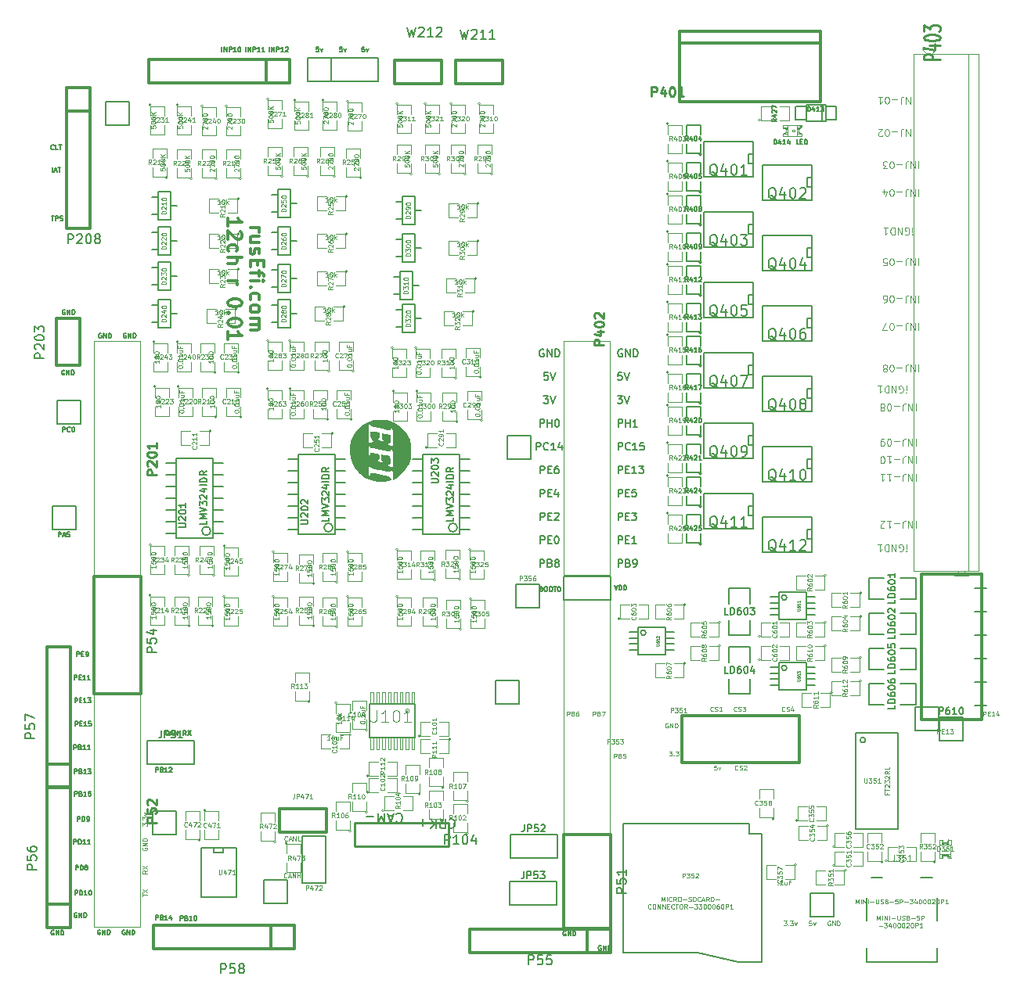
<source format=gto>
G04 (created by PCBNEW (2013-07-07 BZR 4022)-stable) date 2/1/2014 4:13:07 PM*
%MOIN*%
G04 Gerber Fmt 3.4, Leading zero omitted, Abs format*
%FSLAX34Y34*%
G01*
G70*
G90*
G04 APERTURE LIST*
%ADD10C,0.00590551*%
%ADD11C,0.005*%
%ADD12C,0.011811*%
%ADD13C,0.004925*%
%ADD14C,0.004*%
%ADD15C,0.0045*%
%ADD16C,0.012*%
%ADD17C,0.006*%
%ADD18C,0.0039*%
%ADD19C,0.0001*%
%ADD20C,0.0026*%
%ADD21C,0.002*%
%ADD22C,0.0059*%
%ADD23C,0.008*%
%ADD24C,0.01*%
%ADD25C,0.0043*%
%ADD26C,0.0035*%
%ADD27C,0.0107*%
%ADD28C,0.0028*%
G04 APERTURE END LIST*
G54D10*
G54D11*
X52132Y-67830D02*
X52132Y-67630D01*
X52208Y-67630D01*
X52227Y-67640D01*
X52236Y-67650D01*
X52246Y-67669D01*
X52246Y-67697D01*
X52236Y-67716D01*
X52227Y-67726D01*
X52208Y-67735D01*
X52132Y-67735D01*
X52398Y-67726D02*
X52427Y-67735D01*
X52436Y-67745D01*
X52446Y-67764D01*
X52446Y-67792D01*
X52436Y-67811D01*
X52427Y-67821D01*
X52408Y-67830D01*
X52332Y-67830D01*
X52332Y-67630D01*
X52398Y-67630D01*
X52417Y-67640D01*
X52427Y-67650D01*
X52436Y-67669D01*
X52436Y-67688D01*
X52427Y-67707D01*
X52417Y-67716D01*
X52398Y-67726D01*
X52332Y-67726D01*
X52636Y-67830D02*
X52522Y-67830D01*
X52579Y-67830D02*
X52579Y-67630D01*
X52560Y-67659D01*
X52541Y-67678D01*
X52522Y-67688D01*
X52713Y-67650D02*
X52722Y-67640D01*
X52741Y-67630D01*
X52789Y-67630D01*
X52808Y-67640D01*
X52817Y-67650D01*
X52827Y-67669D01*
X52827Y-67688D01*
X52817Y-67716D01*
X52703Y-67830D01*
X52827Y-67830D01*
X53182Y-74155D02*
X53182Y-73955D01*
X53258Y-73955D01*
X53277Y-73965D01*
X53286Y-73975D01*
X53296Y-73994D01*
X53296Y-74022D01*
X53286Y-74041D01*
X53277Y-74051D01*
X53258Y-74060D01*
X53182Y-74060D01*
X53448Y-74051D02*
X53477Y-74060D01*
X53486Y-74070D01*
X53496Y-74089D01*
X53496Y-74117D01*
X53486Y-74136D01*
X53477Y-74146D01*
X53458Y-74155D01*
X53382Y-74155D01*
X53382Y-73955D01*
X53448Y-73955D01*
X53467Y-73965D01*
X53477Y-73975D01*
X53486Y-73994D01*
X53486Y-74013D01*
X53477Y-74032D01*
X53467Y-74041D01*
X53448Y-74051D01*
X53382Y-74051D01*
X53686Y-74155D02*
X53572Y-74155D01*
X53629Y-74155D02*
X53629Y-73955D01*
X53610Y-73984D01*
X53591Y-74003D01*
X53572Y-74013D01*
X53810Y-73955D02*
X53829Y-73955D01*
X53848Y-73965D01*
X53858Y-73975D01*
X53867Y-73994D01*
X53877Y-74032D01*
X53877Y-74079D01*
X53867Y-74117D01*
X53858Y-74136D01*
X53848Y-74146D01*
X53829Y-74155D01*
X53810Y-74155D01*
X53791Y-74146D01*
X53782Y-74136D01*
X53772Y-74117D01*
X53763Y-74079D01*
X53763Y-74032D01*
X53772Y-73994D01*
X53782Y-73975D01*
X53791Y-73965D01*
X53810Y-73955D01*
X52132Y-74130D02*
X52132Y-73930D01*
X52208Y-73930D01*
X52227Y-73940D01*
X52236Y-73950D01*
X52246Y-73969D01*
X52246Y-73997D01*
X52236Y-74016D01*
X52227Y-74026D01*
X52208Y-74035D01*
X52132Y-74035D01*
X52398Y-74026D02*
X52427Y-74035D01*
X52436Y-74045D01*
X52446Y-74064D01*
X52446Y-74092D01*
X52436Y-74111D01*
X52427Y-74121D01*
X52408Y-74130D01*
X52332Y-74130D01*
X52332Y-73930D01*
X52398Y-73930D01*
X52417Y-73940D01*
X52427Y-73950D01*
X52436Y-73969D01*
X52436Y-73988D01*
X52427Y-74007D01*
X52417Y-74016D01*
X52398Y-74026D01*
X52332Y-74026D01*
X52636Y-74130D02*
X52522Y-74130D01*
X52579Y-74130D02*
X52579Y-73930D01*
X52560Y-73959D01*
X52541Y-73978D01*
X52522Y-73988D01*
X52808Y-73997D02*
X52808Y-74130D01*
X52760Y-73921D02*
X52713Y-74064D01*
X52836Y-74064D01*
X48707Y-73080D02*
X48707Y-72880D01*
X48783Y-72880D01*
X48802Y-72890D01*
X48811Y-72900D01*
X48821Y-72919D01*
X48821Y-72947D01*
X48811Y-72966D01*
X48802Y-72976D01*
X48783Y-72985D01*
X48707Y-72985D01*
X48907Y-73080D02*
X48907Y-72880D01*
X48954Y-72880D01*
X48983Y-72890D01*
X49002Y-72909D01*
X49011Y-72928D01*
X49021Y-72966D01*
X49021Y-72995D01*
X49011Y-73033D01*
X49002Y-73052D01*
X48983Y-73071D01*
X48954Y-73080D01*
X48907Y-73080D01*
X49211Y-73080D02*
X49097Y-73080D01*
X49154Y-73080D02*
X49154Y-72880D01*
X49135Y-72909D01*
X49116Y-72928D01*
X49097Y-72938D01*
X49335Y-72880D02*
X49354Y-72880D01*
X49373Y-72890D01*
X49383Y-72900D01*
X49392Y-72919D01*
X49402Y-72957D01*
X49402Y-73004D01*
X49392Y-73042D01*
X49383Y-73061D01*
X49373Y-73071D01*
X49354Y-73080D01*
X49335Y-73080D01*
X49316Y-73071D01*
X49307Y-73061D01*
X49297Y-73042D01*
X49288Y-73004D01*
X49288Y-72957D01*
X49297Y-72919D01*
X49307Y-72900D01*
X49316Y-72890D01*
X49335Y-72880D01*
X48727Y-72005D02*
X48727Y-71805D01*
X48803Y-71805D01*
X48822Y-71815D01*
X48832Y-71825D01*
X48841Y-71844D01*
X48841Y-71872D01*
X48832Y-71891D01*
X48822Y-71901D01*
X48803Y-71910D01*
X48727Y-71910D01*
X48927Y-72005D02*
X48927Y-71805D01*
X48975Y-71805D01*
X49003Y-71815D01*
X49022Y-71834D01*
X49032Y-71853D01*
X49041Y-71891D01*
X49041Y-71920D01*
X49032Y-71958D01*
X49022Y-71977D01*
X49003Y-71996D01*
X48975Y-72005D01*
X48927Y-72005D01*
X49155Y-71891D02*
X49136Y-71882D01*
X49127Y-71872D01*
X49117Y-71853D01*
X49117Y-71844D01*
X49127Y-71825D01*
X49136Y-71815D01*
X49155Y-71805D01*
X49194Y-71805D01*
X49213Y-71815D01*
X49222Y-71825D01*
X49232Y-71844D01*
X49232Y-71853D01*
X49222Y-71872D01*
X49213Y-71882D01*
X49194Y-71891D01*
X49155Y-71891D01*
X49136Y-71901D01*
X49127Y-71910D01*
X49117Y-71929D01*
X49117Y-71967D01*
X49127Y-71986D01*
X49136Y-71996D01*
X49155Y-72005D01*
X49194Y-72005D01*
X49213Y-71996D01*
X49222Y-71986D01*
X49232Y-71967D01*
X49232Y-71929D01*
X49222Y-71910D01*
X49213Y-71901D01*
X49194Y-71891D01*
X48666Y-63905D02*
X48666Y-63705D01*
X48742Y-63705D01*
X48761Y-63715D01*
X48771Y-63725D01*
X48780Y-63744D01*
X48780Y-63772D01*
X48771Y-63791D01*
X48761Y-63801D01*
X48742Y-63810D01*
X48666Y-63810D01*
X48866Y-63801D02*
X48933Y-63801D01*
X48961Y-63905D02*
X48866Y-63905D01*
X48866Y-63705D01*
X48961Y-63705D01*
X49152Y-63905D02*
X49038Y-63905D01*
X49095Y-63905D02*
X49095Y-63705D01*
X49076Y-63734D01*
X49057Y-63753D01*
X49038Y-63763D01*
X49342Y-63905D02*
X49228Y-63905D01*
X49285Y-63905D02*
X49285Y-63705D01*
X49266Y-63734D01*
X49247Y-63753D01*
X49228Y-63763D01*
X48786Y-62905D02*
X48786Y-62705D01*
X48863Y-62705D01*
X48882Y-62715D01*
X48891Y-62725D01*
X48901Y-62744D01*
X48901Y-62772D01*
X48891Y-62791D01*
X48882Y-62801D01*
X48863Y-62810D01*
X48786Y-62810D01*
X48986Y-62801D02*
X49053Y-62801D01*
X49082Y-62905D02*
X48986Y-62905D01*
X48986Y-62705D01*
X49082Y-62705D01*
X49177Y-62905D02*
X49215Y-62905D01*
X49234Y-62896D01*
X49244Y-62886D01*
X49263Y-62858D01*
X49272Y-62820D01*
X49272Y-62744D01*
X49263Y-62725D01*
X49253Y-62715D01*
X49234Y-62705D01*
X49196Y-62705D01*
X49177Y-62715D01*
X49167Y-62725D01*
X49158Y-62744D01*
X49158Y-62791D01*
X49167Y-62810D01*
X49177Y-62820D01*
X49196Y-62829D01*
X49234Y-62829D01*
X49253Y-62820D01*
X49263Y-62810D01*
X49272Y-62791D01*
X68558Y-60026D02*
X68586Y-60035D01*
X68596Y-60045D01*
X68605Y-60064D01*
X68605Y-60092D01*
X68596Y-60111D01*
X68586Y-60121D01*
X68567Y-60130D01*
X68491Y-60130D01*
X68491Y-59930D01*
X68558Y-59930D01*
X68577Y-59940D01*
X68586Y-59950D01*
X68596Y-59969D01*
X68596Y-59988D01*
X68586Y-60007D01*
X68577Y-60016D01*
X68558Y-60026D01*
X68491Y-60026D01*
X68729Y-59930D02*
X68767Y-59930D01*
X68786Y-59940D01*
X68805Y-59959D01*
X68815Y-59997D01*
X68815Y-60064D01*
X68805Y-60102D01*
X68786Y-60121D01*
X68767Y-60130D01*
X68729Y-60130D01*
X68710Y-60121D01*
X68691Y-60102D01*
X68682Y-60064D01*
X68682Y-59997D01*
X68691Y-59959D01*
X68710Y-59940D01*
X68729Y-59930D01*
X68939Y-59930D02*
X68977Y-59930D01*
X68996Y-59940D01*
X69015Y-59959D01*
X69025Y-59997D01*
X69025Y-60064D01*
X69015Y-60102D01*
X68996Y-60121D01*
X68977Y-60130D01*
X68939Y-60130D01*
X68920Y-60121D01*
X68901Y-60102D01*
X68891Y-60064D01*
X68891Y-59997D01*
X68901Y-59959D01*
X68920Y-59940D01*
X68939Y-59930D01*
X69082Y-59930D02*
X69196Y-59930D01*
X69139Y-60130D02*
X69139Y-59930D01*
X69301Y-59930D02*
X69320Y-59930D01*
X69339Y-59940D01*
X69348Y-59950D01*
X69358Y-59969D01*
X69367Y-60007D01*
X69367Y-60054D01*
X69358Y-60092D01*
X69348Y-60111D01*
X69339Y-60121D01*
X69320Y-60130D01*
X69301Y-60130D01*
X69282Y-60121D01*
X69272Y-60111D01*
X69263Y-60092D01*
X69253Y-60054D01*
X69253Y-60007D01*
X69263Y-59969D01*
X69272Y-59950D01*
X69282Y-59940D01*
X69301Y-59930D01*
X71658Y-59880D02*
X71725Y-60080D01*
X71791Y-59880D01*
X71858Y-60080D02*
X71858Y-59880D01*
X71905Y-59880D01*
X71934Y-59890D01*
X71953Y-59909D01*
X71963Y-59928D01*
X71972Y-59966D01*
X71972Y-59995D01*
X71963Y-60033D01*
X71953Y-60052D01*
X71934Y-60071D01*
X71905Y-60080D01*
X71858Y-60080D01*
X72058Y-60080D02*
X72058Y-59880D01*
X72105Y-59880D01*
X72134Y-59890D01*
X72153Y-59909D01*
X72163Y-59928D01*
X72172Y-59966D01*
X72172Y-59995D01*
X72163Y-60033D01*
X72153Y-60052D01*
X72134Y-60071D01*
X72105Y-60080D01*
X72058Y-60080D01*
X71097Y-75240D02*
X71078Y-75230D01*
X71050Y-75230D01*
X71021Y-75240D01*
X71002Y-75259D01*
X70992Y-75278D01*
X70983Y-75316D01*
X70983Y-75345D01*
X70992Y-75383D01*
X71002Y-75402D01*
X71021Y-75421D01*
X71050Y-75430D01*
X71069Y-75430D01*
X71097Y-75421D01*
X71107Y-75411D01*
X71107Y-75345D01*
X71069Y-75345D01*
X71192Y-75430D02*
X71192Y-75230D01*
X71307Y-75430D01*
X71307Y-75230D01*
X71402Y-75430D02*
X71402Y-75230D01*
X71450Y-75230D01*
X71478Y-75240D01*
X71497Y-75259D01*
X71507Y-75278D01*
X71516Y-75316D01*
X71516Y-75345D01*
X71507Y-75383D01*
X71497Y-75402D01*
X71478Y-75421D01*
X71450Y-75430D01*
X71402Y-75430D01*
X69597Y-74615D02*
X69578Y-74605D01*
X69550Y-74605D01*
X69521Y-74615D01*
X69502Y-74634D01*
X69492Y-74653D01*
X69483Y-74691D01*
X69483Y-74720D01*
X69492Y-74758D01*
X69502Y-74777D01*
X69521Y-74796D01*
X69550Y-74805D01*
X69569Y-74805D01*
X69597Y-74796D01*
X69607Y-74786D01*
X69607Y-74720D01*
X69569Y-74720D01*
X69692Y-74805D02*
X69692Y-74605D01*
X69807Y-74805D01*
X69807Y-74605D01*
X69902Y-74805D02*
X69902Y-74605D01*
X69950Y-74605D01*
X69978Y-74615D01*
X69997Y-74634D01*
X70007Y-74653D01*
X70016Y-74691D01*
X70016Y-74720D01*
X70007Y-74758D01*
X69997Y-74777D01*
X69978Y-74796D01*
X69950Y-74805D01*
X69902Y-74805D01*
X50822Y-74565D02*
X50803Y-74555D01*
X50775Y-74555D01*
X50746Y-74565D01*
X50727Y-74584D01*
X50717Y-74603D01*
X50708Y-74641D01*
X50708Y-74670D01*
X50717Y-74708D01*
X50727Y-74727D01*
X50746Y-74746D01*
X50775Y-74755D01*
X50794Y-74755D01*
X50822Y-74746D01*
X50832Y-74736D01*
X50832Y-74670D01*
X50794Y-74670D01*
X50917Y-74755D02*
X50917Y-74555D01*
X51032Y-74755D01*
X51032Y-74555D01*
X51127Y-74755D02*
X51127Y-74555D01*
X51175Y-74555D01*
X51203Y-74565D01*
X51222Y-74584D01*
X51232Y-74603D01*
X51241Y-74641D01*
X51241Y-74670D01*
X51232Y-74708D01*
X51222Y-74727D01*
X51203Y-74746D01*
X51175Y-74755D01*
X51127Y-74755D01*
X49772Y-74565D02*
X49753Y-74555D01*
X49725Y-74555D01*
X49696Y-74565D01*
X49677Y-74584D01*
X49667Y-74603D01*
X49658Y-74641D01*
X49658Y-74670D01*
X49667Y-74708D01*
X49677Y-74727D01*
X49696Y-74746D01*
X49725Y-74755D01*
X49744Y-74755D01*
X49772Y-74746D01*
X49782Y-74736D01*
X49782Y-74670D01*
X49744Y-74670D01*
X49867Y-74755D02*
X49867Y-74555D01*
X49982Y-74755D01*
X49982Y-74555D01*
X50077Y-74755D02*
X50077Y-74555D01*
X50125Y-74555D01*
X50153Y-74565D01*
X50172Y-74584D01*
X50182Y-74603D01*
X50191Y-74641D01*
X50191Y-74670D01*
X50182Y-74708D01*
X50172Y-74727D01*
X50153Y-74746D01*
X50125Y-74755D01*
X50077Y-74755D01*
X47797Y-74590D02*
X47778Y-74580D01*
X47750Y-74580D01*
X47721Y-74590D01*
X47702Y-74609D01*
X47692Y-74628D01*
X47683Y-74666D01*
X47683Y-74695D01*
X47692Y-74733D01*
X47702Y-74752D01*
X47721Y-74771D01*
X47750Y-74780D01*
X47769Y-74780D01*
X47797Y-74771D01*
X47807Y-74761D01*
X47807Y-74695D01*
X47769Y-74695D01*
X47892Y-74780D02*
X47892Y-74580D01*
X48007Y-74780D01*
X48007Y-74580D01*
X48102Y-74780D02*
X48102Y-74580D01*
X48150Y-74580D01*
X48178Y-74590D01*
X48197Y-74609D01*
X48207Y-74628D01*
X48216Y-74666D01*
X48216Y-74695D01*
X48207Y-74733D01*
X48197Y-74752D01*
X48178Y-74771D01*
X48150Y-74780D01*
X48102Y-74780D01*
X48691Y-64880D02*
X48691Y-64680D01*
X48767Y-64680D01*
X48786Y-64690D01*
X48796Y-64700D01*
X48805Y-64719D01*
X48805Y-64747D01*
X48796Y-64766D01*
X48786Y-64776D01*
X48767Y-64785D01*
X48691Y-64785D01*
X48891Y-64776D02*
X48958Y-64776D01*
X48986Y-64880D02*
X48891Y-64880D01*
X48891Y-64680D01*
X48986Y-64680D01*
X49177Y-64880D02*
X49063Y-64880D01*
X49120Y-64880D02*
X49120Y-64680D01*
X49101Y-64709D01*
X49082Y-64728D01*
X49063Y-64738D01*
X49244Y-64680D02*
X49367Y-64680D01*
X49301Y-64757D01*
X49329Y-64757D01*
X49348Y-64766D01*
X49358Y-64776D01*
X49367Y-64795D01*
X49367Y-64842D01*
X49358Y-64861D01*
X49348Y-64871D01*
X49329Y-64880D01*
X49272Y-64880D01*
X49253Y-64871D01*
X49244Y-64861D01*
X48716Y-65880D02*
X48716Y-65680D01*
X48792Y-65680D01*
X48811Y-65690D01*
X48821Y-65700D01*
X48830Y-65719D01*
X48830Y-65747D01*
X48821Y-65766D01*
X48811Y-65776D01*
X48792Y-65785D01*
X48716Y-65785D01*
X48916Y-65776D02*
X48983Y-65776D01*
X49011Y-65880D02*
X48916Y-65880D01*
X48916Y-65680D01*
X49011Y-65680D01*
X49202Y-65880D02*
X49088Y-65880D01*
X49145Y-65880D02*
X49145Y-65680D01*
X49126Y-65709D01*
X49107Y-65728D01*
X49088Y-65738D01*
X49383Y-65680D02*
X49288Y-65680D01*
X49278Y-65776D01*
X49288Y-65766D01*
X49307Y-65757D01*
X49354Y-65757D01*
X49373Y-65766D01*
X49383Y-65776D01*
X49392Y-65795D01*
X49392Y-65842D01*
X49383Y-65861D01*
X49373Y-65871D01*
X49354Y-65880D01*
X49307Y-65880D01*
X49288Y-65871D01*
X49278Y-65861D01*
X48657Y-66880D02*
X48657Y-66680D01*
X48733Y-66680D01*
X48752Y-66690D01*
X48761Y-66700D01*
X48771Y-66719D01*
X48771Y-66747D01*
X48761Y-66766D01*
X48752Y-66776D01*
X48733Y-66785D01*
X48657Y-66785D01*
X48923Y-66776D02*
X48952Y-66785D01*
X48961Y-66795D01*
X48971Y-66814D01*
X48971Y-66842D01*
X48961Y-66861D01*
X48952Y-66871D01*
X48933Y-66880D01*
X48857Y-66880D01*
X48857Y-66680D01*
X48923Y-66680D01*
X48942Y-66690D01*
X48952Y-66700D01*
X48961Y-66719D01*
X48961Y-66738D01*
X48952Y-66757D01*
X48942Y-66766D01*
X48923Y-66776D01*
X48857Y-66776D01*
X49161Y-66880D02*
X49047Y-66880D01*
X49104Y-66880D02*
X49104Y-66680D01*
X49085Y-66709D01*
X49066Y-66728D01*
X49047Y-66738D01*
X49352Y-66880D02*
X49238Y-66880D01*
X49295Y-66880D02*
X49295Y-66680D01*
X49276Y-66709D01*
X49257Y-66728D01*
X49238Y-66738D01*
X48682Y-67905D02*
X48682Y-67705D01*
X48758Y-67705D01*
X48777Y-67715D01*
X48786Y-67725D01*
X48796Y-67744D01*
X48796Y-67772D01*
X48786Y-67791D01*
X48777Y-67801D01*
X48758Y-67810D01*
X48682Y-67810D01*
X48948Y-67801D02*
X48977Y-67810D01*
X48986Y-67820D01*
X48996Y-67839D01*
X48996Y-67867D01*
X48986Y-67886D01*
X48977Y-67896D01*
X48958Y-67905D01*
X48882Y-67905D01*
X48882Y-67705D01*
X48948Y-67705D01*
X48967Y-67715D01*
X48977Y-67725D01*
X48986Y-67744D01*
X48986Y-67763D01*
X48977Y-67782D01*
X48967Y-67791D01*
X48948Y-67801D01*
X48882Y-67801D01*
X49186Y-67905D02*
X49072Y-67905D01*
X49129Y-67905D02*
X49129Y-67705D01*
X49110Y-67734D01*
X49091Y-67753D01*
X49072Y-67763D01*
X49253Y-67705D02*
X49377Y-67705D01*
X49310Y-67782D01*
X49339Y-67782D01*
X49358Y-67791D01*
X49367Y-67801D01*
X49377Y-67820D01*
X49377Y-67867D01*
X49367Y-67886D01*
X49358Y-67896D01*
X49339Y-67905D01*
X49282Y-67905D01*
X49263Y-67896D01*
X49253Y-67886D01*
X48682Y-68855D02*
X48682Y-68655D01*
X48758Y-68655D01*
X48777Y-68665D01*
X48786Y-68675D01*
X48796Y-68694D01*
X48796Y-68722D01*
X48786Y-68741D01*
X48777Y-68751D01*
X48758Y-68760D01*
X48682Y-68760D01*
X48948Y-68751D02*
X48977Y-68760D01*
X48986Y-68770D01*
X48996Y-68789D01*
X48996Y-68817D01*
X48986Y-68836D01*
X48977Y-68846D01*
X48958Y-68855D01*
X48882Y-68855D01*
X48882Y-68655D01*
X48948Y-68655D01*
X48967Y-68665D01*
X48977Y-68675D01*
X48986Y-68694D01*
X48986Y-68713D01*
X48977Y-68732D01*
X48967Y-68741D01*
X48948Y-68751D01*
X48882Y-68751D01*
X49186Y-68855D02*
X49072Y-68855D01*
X49129Y-68855D02*
X49129Y-68655D01*
X49110Y-68684D01*
X49091Y-68703D01*
X49072Y-68713D01*
X49367Y-68655D02*
X49272Y-68655D01*
X49263Y-68751D01*
X49272Y-68741D01*
X49291Y-68732D01*
X49339Y-68732D01*
X49358Y-68741D01*
X49367Y-68751D01*
X49377Y-68770D01*
X49377Y-68817D01*
X49367Y-68836D01*
X49358Y-68846D01*
X49339Y-68855D01*
X49291Y-68855D01*
X49272Y-68846D01*
X49263Y-68836D01*
X48802Y-69930D02*
X48802Y-69730D01*
X48878Y-69730D01*
X48897Y-69740D01*
X48907Y-69750D01*
X48916Y-69769D01*
X48916Y-69797D01*
X48907Y-69816D01*
X48897Y-69826D01*
X48878Y-69835D01*
X48802Y-69835D01*
X49002Y-69930D02*
X49002Y-69730D01*
X49050Y-69730D01*
X49078Y-69740D01*
X49097Y-69759D01*
X49107Y-69778D01*
X49116Y-69816D01*
X49116Y-69845D01*
X49107Y-69883D01*
X49097Y-69902D01*
X49078Y-69921D01*
X49050Y-69930D01*
X49002Y-69930D01*
X49211Y-69930D02*
X49250Y-69930D01*
X49269Y-69921D01*
X49278Y-69911D01*
X49297Y-69883D01*
X49307Y-69845D01*
X49307Y-69769D01*
X49297Y-69750D01*
X49288Y-69740D01*
X49269Y-69730D01*
X49230Y-69730D01*
X49211Y-69740D01*
X49202Y-69750D01*
X49192Y-69769D01*
X49192Y-69816D01*
X49202Y-69835D01*
X49211Y-69845D01*
X49230Y-69854D01*
X49269Y-69854D01*
X49288Y-69845D01*
X49297Y-69835D01*
X49307Y-69816D01*
X48657Y-70905D02*
X48657Y-70705D01*
X48733Y-70705D01*
X48752Y-70715D01*
X48761Y-70725D01*
X48771Y-70744D01*
X48771Y-70772D01*
X48761Y-70791D01*
X48752Y-70801D01*
X48733Y-70810D01*
X48657Y-70810D01*
X48857Y-70905D02*
X48857Y-70705D01*
X48904Y-70705D01*
X48933Y-70715D01*
X48952Y-70734D01*
X48961Y-70753D01*
X48971Y-70791D01*
X48971Y-70820D01*
X48961Y-70858D01*
X48952Y-70877D01*
X48933Y-70896D01*
X48904Y-70905D01*
X48857Y-70905D01*
X49161Y-70905D02*
X49047Y-70905D01*
X49104Y-70905D02*
X49104Y-70705D01*
X49085Y-70734D01*
X49066Y-70753D01*
X49047Y-70763D01*
X49352Y-70905D02*
X49238Y-70905D01*
X49295Y-70905D02*
X49295Y-70705D01*
X49276Y-70734D01*
X49257Y-70753D01*
X49238Y-70763D01*
X52700Y-66261D02*
X52690Y-66271D01*
X52661Y-66280D01*
X52642Y-66280D01*
X52614Y-66271D01*
X52595Y-66252D01*
X52585Y-66233D01*
X52576Y-66195D01*
X52576Y-66166D01*
X52585Y-66128D01*
X52595Y-66109D01*
X52614Y-66090D01*
X52642Y-66080D01*
X52661Y-66080D01*
X52690Y-66090D01*
X52700Y-66100D01*
X52776Y-66223D02*
X52871Y-66223D01*
X52757Y-66280D02*
X52823Y-66080D01*
X52890Y-66280D01*
X52957Y-66280D02*
X52957Y-66080D01*
X53071Y-66280D01*
X53071Y-66080D01*
X53433Y-66280D02*
X53366Y-66185D01*
X53319Y-66280D02*
X53319Y-66080D01*
X53395Y-66080D01*
X53414Y-66090D01*
X53423Y-66100D01*
X53433Y-66119D01*
X53433Y-66147D01*
X53423Y-66166D01*
X53414Y-66176D01*
X53395Y-66185D01*
X53319Y-66185D01*
X53500Y-66080D02*
X53633Y-66280D01*
X53633Y-66080D02*
X53500Y-66280D01*
X48772Y-73840D02*
X48753Y-73830D01*
X48725Y-73830D01*
X48696Y-73840D01*
X48677Y-73859D01*
X48667Y-73878D01*
X48658Y-73916D01*
X48658Y-73945D01*
X48667Y-73983D01*
X48677Y-74002D01*
X48696Y-74021D01*
X48725Y-74030D01*
X48744Y-74030D01*
X48772Y-74021D01*
X48782Y-74011D01*
X48782Y-73945D01*
X48744Y-73945D01*
X48867Y-74030D02*
X48867Y-73830D01*
X48982Y-74030D01*
X48982Y-73830D01*
X49077Y-74030D02*
X49077Y-73830D01*
X49125Y-73830D01*
X49153Y-73840D01*
X49172Y-73859D01*
X49182Y-73878D01*
X49191Y-73916D01*
X49191Y-73945D01*
X49182Y-73983D01*
X49172Y-74002D01*
X49153Y-74021D01*
X49125Y-74030D01*
X49077Y-74030D01*
X47738Y-42255D02*
X47738Y-42055D01*
X47823Y-42198D02*
X47919Y-42198D01*
X47804Y-42255D02*
X47871Y-42055D01*
X47938Y-42255D01*
X47976Y-42055D02*
X48090Y-42055D01*
X48033Y-42255D02*
X48033Y-42055D01*
X54954Y-37130D02*
X54954Y-36930D01*
X55050Y-37130D02*
X55050Y-36930D01*
X55164Y-37130D01*
X55164Y-36930D01*
X55259Y-37130D02*
X55259Y-36930D01*
X55335Y-36930D01*
X55354Y-36940D01*
X55364Y-36950D01*
X55373Y-36969D01*
X55373Y-36997D01*
X55364Y-37016D01*
X55354Y-37026D01*
X55335Y-37035D01*
X55259Y-37035D01*
X55564Y-37130D02*
X55450Y-37130D01*
X55507Y-37130D02*
X55507Y-36930D01*
X55488Y-36959D01*
X55469Y-36978D01*
X55450Y-36988D01*
X55688Y-36930D02*
X55707Y-36930D01*
X55726Y-36940D01*
X55735Y-36950D01*
X55745Y-36969D01*
X55754Y-37007D01*
X55754Y-37054D01*
X55745Y-37092D01*
X55735Y-37111D01*
X55726Y-37121D01*
X55707Y-37130D01*
X55688Y-37130D01*
X55669Y-37121D01*
X55659Y-37111D01*
X55650Y-37092D01*
X55640Y-37054D01*
X55640Y-37007D01*
X55650Y-36969D01*
X55659Y-36950D01*
X55669Y-36940D01*
X55688Y-36930D01*
X55979Y-37130D02*
X55979Y-36930D01*
X56075Y-37130D02*
X56075Y-36930D01*
X56189Y-37130D01*
X56189Y-36930D01*
X56284Y-37130D02*
X56284Y-36930D01*
X56360Y-36930D01*
X56379Y-36940D01*
X56389Y-36950D01*
X56398Y-36969D01*
X56398Y-36997D01*
X56389Y-37016D01*
X56379Y-37026D01*
X56360Y-37035D01*
X56284Y-37035D01*
X56589Y-37130D02*
X56475Y-37130D01*
X56532Y-37130D02*
X56532Y-36930D01*
X56513Y-36959D01*
X56494Y-36978D01*
X56475Y-36988D01*
X56779Y-37130D02*
X56665Y-37130D01*
X56722Y-37130D02*
X56722Y-36930D01*
X56703Y-36959D01*
X56684Y-36978D01*
X56665Y-36988D01*
X56979Y-37130D02*
X56979Y-36930D01*
X57075Y-37130D02*
X57075Y-36930D01*
X57189Y-37130D01*
X57189Y-36930D01*
X57284Y-37130D02*
X57284Y-36930D01*
X57360Y-36930D01*
X57379Y-36940D01*
X57389Y-36950D01*
X57398Y-36969D01*
X57398Y-36997D01*
X57389Y-37016D01*
X57379Y-37026D01*
X57360Y-37035D01*
X57284Y-37035D01*
X57589Y-37130D02*
X57475Y-37130D01*
X57532Y-37130D02*
X57532Y-36930D01*
X57513Y-36959D01*
X57494Y-36978D01*
X57475Y-36988D01*
X57665Y-36950D02*
X57675Y-36940D01*
X57694Y-36930D01*
X57741Y-36930D01*
X57760Y-36940D01*
X57770Y-36950D01*
X57779Y-36969D01*
X57779Y-36988D01*
X57770Y-37016D01*
X57655Y-37130D01*
X57779Y-37130D01*
X61021Y-36930D02*
X60926Y-36930D01*
X60916Y-37026D01*
X60926Y-37016D01*
X60945Y-37007D01*
X60992Y-37007D01*
X61011Y-37016D01*
X61021Y-37026D01*
X61030Y-37045D01*
X61030Y-37092D01*
X61021Y-37111D01*
X61011Y-37121D01*
X60992Y-37130D01*
X60945Y-37130D01*
X60926Y-37121D01*
X60916Y-37111D01*
X61097Y-36997D02*
X61145Y-37130D01*
X61192Y-36997D01*
X60071Y-36930D02*
X59976Y-36930D01*
X59966Y-37026D01*
X59976Y-37016D01*
X59995Y-37007D01*
X60042Y-37007D01*
X60061Y-37016D01*
X60071Y-37026D01*
X60080Y-37045D01*
X60080Y-37092D01*
X60071Y-37111D01*
X60061Y-37121D01*
X60042Y-37130D01*
X59995Y-37130D01*
X59976Y-37121D01*
X59966Y-37111D01*
X60147Y-36997D02*
X60195Y-37130D01*
X60242Y-36997D01*
X59071Y-36930D02*
X58976Y-36930D01*
X58966Y-37026D01*
X58976Y-37016D01*
X58995Y-37007D01*
X59042Y-37007D01*
X59061Y-37016D01*
X59071Y-37026D01*
X59080Y-37045D01*
X59080Y-37092D01*
X59071Y-37111D01*
X59061Y-37121D01*
X59042Y-37130D01*
X58995Y-37130D01*
X58976Y-37121D01*
X58966Y-37111D01*
X59147Y-36997D02*
X59195Y-37130D01*
X59242Y-36997D01*
X47804Y-41286D02*
X47795Y-41296D01*
X47766Y-41305D01*
X47747Y-41305D01*
X47719Y-41296D01*
X47700Y-41277D01*
X47690Y-41258D01*
X47680Y-41220D01*
X47680Y-41191D01*
X47690Y-41153D01*
X47700Y-41134D01*
X47719Y-41115D01*
X47747Y-41105D01*
X47766Y-41105D01*
X47795Y-41115D01*
X47804Y-41125D01*
X47985Y-41305D02*
X47890Y-41305D01*
X47890Y-41105D01*
X48023Y-41105D02*
X48138Y-41105D01*
X48080Y-41305D02*
X48080Y-41105D01*
X47697Y-44130D02*
X47811Y-44130D01*
X47754Y-44330D02*
X47754Y-44130D01*
X47878Y-44330D02*
X47878Y-44130D01*
X47954Y-44130D01*
X47973Y-44140D01*
X47983Y-44150D01*
X47992Y-44169D01*
X47992Y-44197D01*
X47983Y-44216D01*
X47973Y-44226D01*
X47954Y-44235D01*
X47878Y-44235D01*
X48069Y-44321D02*
X48097Y-44330D01*
X48145Y-44330D01*
X48164Y-44321D01*
X48173Y-44311D01*
X48183Y-44292D01*
X48183Y-44273D01*
X48173Y-44254D01*
X48164Y-44245D01*
X48145Y-44235D01*
X48107Y-44226D01*
X48088Y-44216D01*
X48078Y-44207D01*
X48069Y-44188D01*
X48069Y-44169D01*
X48078Y-44150D01*
X48088Y-44140D01*
X48107Y-44130D01*
X48154Y-44130D01*
X48183Y-44140D01*
X47991Y-57805D02*
X47991Y-57605D01*
X48067Y-57605D01*
X48086Y-57615D01*
X48096Y-57625D01*
X48105Y-57644D01*
X48105Y-57672D01*
X48096Y-57691D01*
X48086Y-57701D01*
X48067Y-57710D01*
X47991Y-57710D01*
X48182Y-57748D02*
X48277Y-57748D01*
X48163Y-57805D02*
X48229Y-57605D01*
X48296Y-57805D01*
X48458Y-57605D02*
X48363Y-57605D01*
X48353Y-57701D01*
X48363Y-57691D01*
X48382Y-57682D01*
X48429Y-57682D01*
X48448Y-57691D01*
X48458Y-57701D01*
X48467Y-57720D01*
X48467Y-57767D01*
X48458Y-57786D01*
X48448Y-57796D01*
X48429Y-57805D01*
X48382Y-57805D01*
X48363Y-57796D01*
X48353Y-57786D01*
X48177Y-53330D02*
X48177Y-53130D01*
X48253Y-53130D01*
X48272Y-53140D01*
X48282Y-53150D01*
X48291Y-53169D01*
X48291Y-53197D01*
X48282Y-53216D01*
X48272Y-53226D01*
X48253Y-53235D01*
X48177Y-53235D01*
X48491Y-53311D02*
X48482Y-53321D01*
X48453Y-53330D01*
X48434Y-53330D01*
X48405Y-53321D01*
X48386Y-53302D01*
X48377Y-53283D01*
X48367Y-53245D01*
X48367Y-53216D01*
X48377Y-53178D01*
X48386Y-53159D01*
X48405Y-53140D01*
X48434Y-53130D01*
X48453Y-53130D01*
X48482Y-53140D01*
X48491Y-53150D01*
X48615Y-53130D02*
X48634Y-53130D01*
X48653Y-53140D01*
X48663Y-53150D01*
X48672Y-53169D01*
X48682Y-53207D01*
X48682Y-53254D01*
X48672Y-53292D01*
X48663Y-53311D01*
X48653Y-53321D01*
X48634Y-53330D01*
X48615Y-53330D01*
X48596Y-53321D01*
X48586Y-53311D01*
X48577Y-53292D01*
X48567Y-53254D01*
X48567Y-53207D01*
X48577Y-53169D01*
X48586Y-53150D01*
X48596Y-53140D01*
X48615Y-53130D01*
X48247Y-50715D02*
X48228Y-50705D01*
X48200Y-50705D01*
X48171Y-50715D01*
X48152Y-50734D01*
X48142Y-50753D01*
X48133Y-50791D01*
X48133Y-50820D01*
X48142Y-50858D01*
X48152Y-50877D01*
X48171Y-50896D01*
X48200Y-50905D01*
X48219Y-50905D01*
X48247Y-50896D01*
X48257Y-50886D01*
X48257Y-50820D01*
X48219Y-50820D01*
X48342Y-50905D02*
X48342Y-50705D01*
X48457Y-50905D01*
X48457Y-50705D01*
X48552Y-50905D02*
X48552Y-50705D01*
X48600Y-50705D01*
X48628Y-50715D01*
X48647Y-50734D01*
X48657Y-50753D01*
X48666Y-50791D01*
X48666Y-50820D01*
X48657Y-50858D01*
X48647Y-50877D01*
X48628Y-50896D01*
X48600Y-50905D01*
X48552Y-50905D01*
X48272Y-48140D02*
X48253Y-48130D01*
X48225Y-48130D01*
X48196Y-48140D01*
X48177Y-48159D01*
X48167Y-48178D01*
X48158Y-48216D01*
X48158Y-48245D01*
X48167Y-48283D01*
X48177Y-48302D01*
X48196Y-48321D01*
X48225Y-48330D01*
X48244Y-48330D01*
X48272Y-48321D01*
X48282Y-48311D01*
X48282Y-48245D01*
X48244Y-48245D01*
X48367Y-48330D02*
X48367Y-48130D01*
X48482Y-48330D01*
X48482Y-48130D01*
X48577Y-48330D02*
X48577Y-48130D01*
X48625Y-48130D01*
X48653Y-48140D01*
X48672Y-48159D01*
X48682Y-48178D01*
X48691Y-48216D01*
X48691Y-48245D01*
X48682Y-48283D01*
X48672Y-48302D01*
X48653Y-48321D01*
X48625Y-48330D01*
X48577Y-48330D01*
X50872Y-49140D02*
X50853Y-49130D01*
X50825Y-49130D01*
X50796Y-49140D01*
X50777Y-49159D01*
X50767Y-49178D01*
X50758Y-49216D01*
X50758Y-49245D01*
X50767Y-49283D01*
X50777Y-49302D01*
X50796Y-49321D01*
X50825Y-49330D01*
X50844Y-49330D01*
X50872Y-49321D01*
X50882Y-49311D01*
X50882Y-49245D01*
X50844Y-49245D01*
X50967Y-49330D02*
X50967Y-49130D01*
X51082Y-49330D01*
X51082Y-49130D01*
X51177Y-49330D02*
X51177Y-49130D01*
X51225Y-49130D01*
X51253Y-49140D01*
X51272Y-49159D01*
X51282Y-49178D01*
X51291Y-49216D01*
X51291Y-49245D01*
X51282Y-49283D01*
X51272Y-49302D01*
X51253Y-49321D01*
X51225Y-49330D01*
X51177Y-49330D01*
X49822Y-49140D02*
X49803Y-49130D01*
X49775Y-49130D01*
X49746Y-49140D01*
X49727Y-49159D01*
X49717Y-49178D01*
X49708Y-49216D01*
X49708Y-49245D01*
X49717Y-49283D01*
X49727Y-49302D01*
X49746Y-49321D01*
X49775Y-49330D01*
X49794Y-49330D01*
X49822Y-49321D01*
X49832Y-49311D01*
X49832Y-49245D01*
X49794Y-49245D01*
X49917Y-49330D02*
X49917Y-49130D01*
X50032Y-49330D01*
X50032Y-49130D01*
X50127Y-49330D02*
X50127Y-49130D01*
X50175Y-49130D01*
X50203Y-49140D01*
X50222Y-49159D01*
X50232Y-49178D01*
X50241Y-49216D01*
X50241Y-49245D01*
X50232Y-49283D01*
X50222Y-49302D01*
X50203Y-49321D01*
X50175Y-49330D01*
X50127Y-49330D01*
G54D12*
X56160Y-44645D02*
X56554Y-44645D01*
X56442Y-44645D02*
X56498Y-44673D01*
X56526Y-44701D01*
X56554Y-44758D01*
X56554Y-44814D01*
X56554Y-45264D02*
X56160Y-45264D01*
X56554Y-45011D02*
X56245Y-45011D01*
X56189Y-45039D01*
X56160Y-45095D01*
X56160Y-45179D01*
X56189Y-45236D01*
X56217Y-45264D01*
X56189Y-45517D02*
X56160Y-45573D01*
X56160Y-45686D01*
X56189Y-45742D01*
X56245Y-45770D01*
X56273Y-45770D01*
X56329Y-45742D01*
X56357Y-45686D01*
X56357Y-45601D01*
X56385Y-45545D01*
X56442Y-45517D01*
X56470Y-45517D01*
X56526Y-45545D01*
X56554Y-45601D01*
X56554Y-45686D01*
X56526Y-45742D01*
X56470Y-46023D02*
X56470Y-46220D01*
X56160Y-46304D02*
X56160Y-46023D01*
X56751Y-46023D01*
X56751Y-46304D01*
X56554Y-46473D02*
X56554Y-46698D01*
X56160Y-46557D02*
X56667Y-46557D01*
X56723Y-46585D01*
X56751Y-46642D01*
X56751Y-46698D01*
X56160Y-46895D02*
X56554Y-46895D01*
X56751Y-46895D02*
X56723Y-46867D01*
X56695Y-46895D01*
X56723Y-46923D01*
X56751Y-46895D01*
X56695Y-46895D01*
X56217Y-47176D02*
X56189Y-47204D01*
X56160Y-47176D01*
X56189Y-47148D01*
X56217Y-47176D01*
X56160Y-47176D01*
X56189Y-47710D02*
X56160Y-47654D01*
X56160Y-47542D01*
X56189Y-47485D01*
X56217Y-47457D01*
X56273Y-47429D01*
X56442Y-47429D01*
X56498Y-47457D01*
X56526Y-47485D01*
X56554Y-47542D01*
X56554Y-47654D01*
X56526Y-47710D01*
X56160Y-48048D02*
X56189Y-47992D01*
X56217Y-47963D01*
X56273Y-47935D01*
X56442Y-47935D01*
X56498Y-47963D01*
X56526Y-47992D01*
X56554Y-48048D01*
X56554Y-48132D01*
X56526Y-48188D01*
X56498Y-48217D01*
X56442Y-48245D01*
X56273Y-48245D01*
X56217Y-48217D01*
X56189Y-48188D01*
X56160Y-48132D01*
X56160Y-48048D01*
X56160Y-48498D02*
X56554Y-48498D01*
X56498Y-48498D02*
X56526Y-48526D01*
X56554Y-48582D01*
X56554Y-48666D01*
X56526Y-48723D01*
X56470Y-48751D01*
X56160Y-48751D01*
X56470Y-48751D02*
X56526Y-48779D01*
X56554Y-48835D01*
X56554Y-48920D01*
X56526Y-48976D01*
X56470Y-49004D01*
X56160Y-49004D01*
X55216Y-44575D02*
X55216Y-44237D01*
X55216Y-44406D02*
X55806Y-44406D01*
X55722Y-44350D01*
X55666Y-44294D01*
X55637Y-44237D01*
X55750Y-44800D02*
X55778Y-44828D01*
X55806Y-44884D01*
X55806Y-45025D01*
X55778Y-45081D01*
X55750Y-45109D01*
X55694Y-45137D01*
X55637Y-45137D01*
X55553Y-45109D01*
X55216Y-44772D01*
X55216Y-45137D01*
X55244Y-45643D02*
X55216Y-45587D01*
X55216Y-45475D01*
X55244Y-45418D01*
X55272Y-45390D01*
X55328Y-45362D01*
X55497Y-45362D01*
X55553Y-45390D01*
X55581Y-45418D01*
X55609Y-45475D01*
X55609Y-45587D01*
X55581Y-45643D01*
X55216Y-45896D02*
X55806Y-45896D01*
X55216Y-46150D02*
X55525Y-46150D01*
X55581Y-46121D01*
X55609Y-46065D01*
X55609Y-45981D01*
X55581Y-45925D01*
X55553Y-45896D01*
X55216Y-46881D02*
X55609Y-46881D01*
X55497Y-46881D02*
X55553Y-46909D01*
X55581Y-46937D01*
X55609Y-46993D01*
X55609Y-47049D01*
X55806Y-47809D02*
X55806Y-47865D01*
X55778Y-47921D01*
X55750Y-47949D01*
X55694Y-47977D01*
X55581Y-48006D01*
X55441Y-48006D01*
X55328Y-47977D01*
X55272Y-47949D01*
X55244Y-47921D01*
X55216Y-47865D01*
X55216Y-47809D01*
X55244Y-47753D01*
X55272Y-47724D01*
X55328Y-47696D01*
X55441Y-47668D01*
X55581Y-47668D01*
X55694Y-47696D01*
X55750Y-47724D01*
X55778Y-47753D01*
X55806Y-47809D01*
X55272Y-48259D02*
X55244Y-48287D01*
X55216Y-48259D01*
X55244Y-48231D01*
X55272Y-48259D01*
X55216Y-48259D01*
X55806Y-48652D02*
X55806Y-48709D01*
X55778Y-48765D01*
X55750Y-48793D01*
X55694Y-48821D01*
X55581Y-48849D01*
X55441Y-48849D01*
X55328Y-48821D01*
X55272Y-48793D01*
X55244Y-48765D01*
X55216Y-48709D01*
X55216Y-48652D01*
X55244Y-48596D01*
X55272Y-48568D01*
X55328Y-48540D01*
X55441Y-48512D01*
X55581Y-48512D01*
X55694Y-48540D01*
X55750Y-48568D01*
X55778Y-48596D01*
X55806Y-48652D01*
X55216Y-49412D02*
X55216Y-49074D01*
X55216Y-49243D02*
X55806Y-49243D01*
X55722Y-49187D01*
X55666Y-49130D01*
X55637Y-49074D01*
G54D13*
X71656Y-67247D02*
X71656Y-67050D01*
X71731Y-67050D01*
X71749Y-67060D01*
X71759Y-67069D01*
X71768Y-67088D01*
X71768Y-67116D01*
X71759Y-67135D01*
X71749Y-67144D01*
X71731Y-67154D01*
X71656Y-67154D01*
X71918Y-67144D02*
X71946Y-67154D01*
X71956Y-67163D01*
X71965Y-67182D01*
X71965Y-67210D01*
X71956Y-67229D01*
X71946Y-67238D01*
X71928Y-67247D01*
X71853Y-67247D01*
X71853Y-67050D01*
X71918Y-67050D01*
X71937Y-67060D01*
X71946Y-67069D01*
X71956Y-67088D01*
X71956Y-67107D01*
X71946Y-67125D01*
X71937Y-67135D01*
X71918Y-67144D01*
X71853Y-67144D01*
X72143Y-67050D02*
X72050Y-67050D01*
X72040Y-67144D01*
X72050Y-67135D01*
X72068Y-67125D01*
X72115Y-67125D01*
X72134Y-67135D01*
X72143Y-67144D01*
X72153Y-67163D01*
X72153Y-67210D01*
X72143Y-67229D01*
X72134Y-67238D01*
X72115Y-67247D01*
X72068Y-67247D01*
X72050Y-67238D01*
X72040Y-67229D01*
X76923Y-67729D02*
X76913Y-67738D01*
X76885Y-67747D01*
X76867Y-67747D01*
X76838Y-67738D01*
X76820Y-67719D01*
X76810Y-67700D01*
X76801Y-67663D01*
X76801Y-67635D01*
X76810Y-67597D01*
X76820Y-67578D01*
X76838Y-67560D01*
X76867Y-67550D01*
X76885Y-67550D01*
X76913Y-67560D01*
X76923Y-67569D01*
X76998Y-67738D02*
X77026Y-67747D01*
X77073Y-67747D01*
X77092Y-67738D01*
X77101Y-67729D01*
X77110Y-67710D01*
X77110Y-67691D01*
X77101Y-67672D01*
X77092Y-67663D01*
X77073Y-67654D01*
X77035Y-67644D01*
X77017Y-67635D01*
X77007Y-67625D01*
X76998Y-67607D01*
X76998Y-67588D01*
X77007Y-67569D01*
X77017Y-67560D01*
X77035Y-67550D01*
X77082Y-67550D01*
X77110Y-67560D01*
X77186Y-67569D02*
X77195Y-67560D01*
X77214Y-67550D01*
X77261Y-67550D01*
X77279Y-67560D01*
X77289Y-67569D01*
X77298Y-67588D01*
X77298Y-67607D01*
X77289Y-67635D01*
X77176Y-67747D01*
X77298Y-67747D01*
X78923Y-65229D02*
X78913Y-65238D01*
X78885Y-65247D01*
X78867Y-65247D01*
X78838Y-65238D01*
X78820Y-65219D01*
X78810Y-65200D01*
X78801Y-65163D01*
X78801Y-65135D01*
X78810Y-65097D01*
X78820Y-65078D01*
X78838Y-65060D01*
X78867Y-65050D01*
X78885Y-65050D01*
X78913Y-65060D01*
X78923Y-65069D01*
X78998Y-65238D02*
X79026Y-65247D01*
X79073Y-65247D01*
X79092Y-65238D01*
X79101Y-65229D01*
X79110Y-65210D01*
X79110Y-65191D01*
X79101Y-65172D01*
X79092Y-65163D01*
X79073Y-65154D01*
X79035Y-65144D01*
X79017Y-65135D01*
X79007Y-65125D01*
X78998Y-65107D01*
X78998Y-65088D01*
X79007Y-65069D01*
X79017Y-65060D01*
X79035Y-65050D01*
X79082Y-65050D01*
X79110Y-65060D01*
X79279Y-65116D02*
X79279Y-65247D01*
X79232Y-65041D02*
X79186Y-65182D01*
X79307Y-65182D01*
X76873Y-65229D02*
X76863Y-65238D01*
X76835Y-65247D01*
X76817Y-65247D01*
X76788Y-65238D01*
X76770Y-65219D01*
X76760Y-65200D01*
X76751Y-65163D01*
X76751Y-65135D01*
X76760Y-65097D01*
X76770Y-65078D01*
X76788Y-65060D01*
X76817Y-65050D01*
X76835Y-65050D01*
X76863Y-65060D01*
X76873Y-65069D01*
X76948Y-65238D02*
X76976Y-65247D01*
X77023Y-65247D01*
X77042Y-65238D01*
X77051Y-65229D01*
X77060Y-65210D01*
X77060Y-65191D01*
X77051Y-65172D01*
X77042Y-65163D01*
X77023Y-65154D01*
X76985Y-65144D01*
X76967Y-65135D01*
X76957Y-65125D01*
X76948Y-65107D01*
X76948Y-65088D01*
X76957Y-65069D01*
X76967Y-65060D01*
X76985Y-65050D01*
X77032Y-65050D01*
X77060Y-65060D01*
X77126Y-65050D02*
X77248Y-65050D01*
X77182Y-65125D01*
X77211Y-65125D01*
X77229Y-65135D01*
X77239Y-65144D01*
X77248Y-65163D01*
X77248Y-65210D01*
X77239Y-65229D01*
X77229Y-65238D01*
X77211Y-65247D01*
X77154Y-65247D01*
X77136Y-65238D01*
X77126Y-65229D01*
X75873Y-65229D02*
X75863Y-65238D01*
X75835Y-65247D01*
X75817Y-65247D01*
X75788Y-65238D01*
X75770Y-65219D01*
X75760Y-65200D01*
X75751Y-65163D01*
X75751Y-65135D01*
X75760Y-65097D01*
X75770Y-65078D01*
X75788Y-65060D01*
X75817Y-65050D01*
X75835Y-65050D01*
X75863Y-65060D01*
X75873Y-65069D01*
X75948Y-65238D02*
X75976Y-65247D01*
X76023Y-65247D01*
X76042Y-65238D01*
X76051Y-65229D01*
X76060Y-65210D01*
X76060Y-65191D01*
X76051Y-65172D01*
X76042Y-65163D01*
X76023Y-65154D01*
X75985Y-65144D01*
X75967Y-65135D01*
X75957Y-65125D01*
X75948Y-65107D01*
X75948Y-65088D01*
X75957Y-65069D01*
X75967Y-65060D01*
X75985Y-65050D01*
X76032Y-65050D01*
X76060Y-65060D01*
X76248Y-65247D02*
X76136Y-65247D01*
X76192Y-65247D02*
X76192Y-65050D01*
X76173Y-65078D01*
X76154Y-65097D01*
X76136Y-65107D01*
X76021Y-67550D02*
X75928Y-67550D01*
X75918Y-67644D01*
X75928Y-67635D01*
X75946Y-67625D01*
X75993Y-67625D01*
X76012Y-67635D01*
X76021Y-67644D01*
X76031Y-67663D01*
X76031Y-67710D01*
X76021Y-67729D01*
X76012Y-67738D01*
X75993Y-67747D01*
X75946Y-67747D01*
X75928Y-67738D01*
X75918Y-67729D01*
X76096Y-67616D02*
X76143Y-67747D01*
X76190Y-67616D01*
X73993Y-66950D02*
X74115Y-66950D01*
X74049Y-67025D01*
X74078Y-67025D01*
X74096Y-67035D01*
X74106Y-67044D01*
X74115Y-67063D01*
X74115Y-67110D01*
X74106Y-67129D01*
X74096Y-67138D01*
X74078Y-67147D01*
X74021Y-67147D01*
X74003Y-67138D01*
X73993Y-67129D01*
X74200Y-67129D02*
X74209Y-67138D01*
X74200Y-67147D01*
X74190Y-67138D01*
X74200Y-67129D01*
X74200Y-67147D01*
X74275Y-66950D02*
X74397Y-66950D01*
X74331Y-67025D01*
X74359Y-67025D01*
X74378Y-67035D01*
X74387Y-67044D01*
X74397Y-67063D01*
X74397Y-67110D01*
X74387Y-67129D01*
X74378Y-67138D01*
X74359Y-67147D01*
X74303Y-67147D01*
X74284Y-67138D01*
X74275Y-67129D01*
X70756Y-65447D02*
X70756Y-65250D01*
X70831Y-65250D01*
X70849Y-65260D01*
X70859Y-65269D01*
X70868Y-65288D01*
X70868Y-65316D01*
X70859Y-65335D01*
X70849Y-65344D01*
X70831Y-65354D01*
X70756Y-65354D01*
X71018Y-65344D02*
X71046Y-65354D01*
X71056Y-65363D01*
X71065Y-65382D01*
X71065Y-65410D01*
X71056Y-65429D01*
X71046Y-65438D01*
X71028Y-65447D01*
X70953Y-65447D01*
X70953Y-65250D01*
X71018Y-65250D01*
X71037Y-65260D01*
X71046Y-65269D01*
X71056Y-65288D01*
X71056Y-65307D01*
X71046Y-65325D01*
X71037Y-65335D01*
X71018Y-65344D01*
X70953Y-65344D01*
X71131Y-65250D02*
X71262Y-65250D01*
X71178Y-65447D01*
X69656Y-65447D02*
X69656Y-65250D01*
X69731Y-65250D01*
X69749Y-65260D01*
X69759Y-65269D01*
X69768Y-65288D01*
X69768Y-65316D01*
X69759Y-65335D01*
X69749Y-65344D01*
X69731Y-65354D01*
X69656Y-65354D01*
X69918Y-65344D02*
X69946Y-65354D01*
X69956Y-65363D01*
X69965Y-65382D01*
X69965Y-65410D01*
X69956Y-65429D01*
X69946Y-65438D01*
X69928Y-65447D01*
X69853Y-65447D01*
X69853Y-65250D01*
X69918Y-65250D01*
X69937Y-65260D01*
X69946Y-65269D01*
X69956Y-65288D01*
X69956Y-65307D01*
X69946Y-65325D01*
X69937Y-65335D01*
X69918Y-65344D01*
X69853Y-65344D01*
X70134Y-65250D02*
X70097Y-65250D01*
X70078Y-65260D01*
X70068Y-65269D01*
X70050Y-65297D01*
X70040Y-65335D01*
X70040Y-65410D01*
X70050Y-65429D01*
X70059Y-65438D01*
X70078Y-65447D01*
X70115Y-65447D01*
X70134Y-65438D01*
X70143Y-65429D01*
X70153Y-65410D01*
X70153Y-65363D01*
X70143Y-65344D01*
X70134Y-65335D01*
X70115Y-65325D01*
X70078Y-65325D01*
X70059Y-65335D01*
X70050Y-65344D01*
X70040Y-65363D01*
X73949Y-65760D02*
X73931Y-65750D01*
X73903Y-65750D01*
X73874Y-65760D01*
X73856Y-65778D01*
X73846Y-65797D01*
X73837Y-65835D01*
X73837Y-65863D01*
X73846Y-65900D01*
X73856Y-65919D01*
X73874Y-65938D01*
X73903Y-65947D01*
X73921Y-65947D01*
X73949Y-65938D01*
X73959Y-65929D01*
X73959Y-65863D01*
X73921Y-65863D01*
X74043Y-65947D02*
X74043Y-65750D01*
X74156Y-65947D01*
X74156Y-65750D01*
X74250Y-65947D02*
X74250Y-65750D01*
X74297Y-65750D01*
X74325Y-65760D01*
X74343Y-65778D01*
X74353Y-65797D01*
X74362Y-65835D01*
X74362Y-65863D01*
X74353Y-65900D01*
X74343Y-65919D01*
X74325Y-65938D01*
X74297Y-65947D01*
X74250Y-65947D01*
X87371Y-65447D02*
X87371Y-65250D01*
X87446Y-65250D01*
X87465Y-65260D01*
X87474Y-65269D01*
X87484Y-65288D01*
X87484Y-65316D01*
X87474Y-65335D01*
X87465Y-65344D01*
X87446Y-65354D01*
X87371Y-65354D01*
X87568Y-65344D02*
X87634Y-65344D01*
X87662Y-65447D02*
X87568Y-65447D01*
X87568Y-65250D01*
X87662Y-65250D01*
X87850Y-65447D02*
X87737Y-65447D01*
X87793Y-65447D02*
X87793Y-65250D01*
X87775Y-65278D01*
X87756Y-65297D01*
X87737Y-65307D01*
X88018Y-65316D02*
X88018Y-65447D01*
X87972Y-65241D02*
X87925Y-65382D01*
X88047Y-65382D01*
X85421Y-66197D02*
X85421Y-66000D01*
X85496Y-66000D01*
X85515Y-66010D01*
X85524Y-66019D01*
X85534Y-66038D01*
X85534Y-66066D01*
X85524Y-66085D01*
X85515Y-66094D01*
X85496Y-66104D01*
X85421Y-66104D01*
X85618Y-66094D02*
X85684Y-66094D01*
X85712Y-66197D02*
X85618Y-66197D01*
X85618Y-66000D01*
X85712Y-66000D01*
X85900Y-66197D02*
X85787Y-66197D01*
X85843Y-66197D02*
X85843Y-66000D01*
X85825Y-66028D01*
X85806Y-66047D01*
X85787Y-66057D01*
X85965Y-66000D02*
X86087Y-66000D01*
X86022Y-66075D01*
X86050Y-66075D01*
X86068Y-66085D01*
X86078Y-66094D01*
X86087Y-66113D01*
X86087Y-66160D01*
X86078Y-66179D01*
X86068Y-66188D01*
X86050Y-66197D01*
X85993Y-66197D01*
X85975Y-66188D01*
X85965Y-66179D01*
G54D14*
X78874Y-74175D02*
X78996Y-74175D01*
X78930Y-74250D01*
X78958Y-74250D01*
X78977Y-74260D01*
X78986Y-74269D01*
X78996Y-74288D01*
X78996Y-74335D01*
X78986Y-74354D01*
X78977Y-74363D01*
X78958Y-74372D01*
X78902Y-74372D01*
X78883Y-74363D01*
X78874Y-74354D01*
X79080Y-74354D02*
X79090Y-74363D01*
X79080Y-74372D01*
X79071Y-74363D01*
X79080Y-74354D01*
X79080Y-74372D01*
X79155Y-74175D02*
X79277Y-74175D01*
X79211Y-74250D01*
X79240Y-74250D01*
X79258Y-74260D01*
X79268Y-74269D01*
X79277Y-74288D01*
X79277Y-74335D01*
X79268Y-74354D01*
X79258Y-74363D01*
X79240Y-74372D01*
X79183Y-74372D01*
X79165Y-74363D01*
X79155Y-74354D01*
X79343Y-74241D02*
X79390Y-74372D01*
X79437Y-74241D01*
X80056Y-74175D02*
X79962Y-74175D01*
X79953Y-74269D01*
X79962Y-74260D01*
X79981Y-74250D01*
X80028Y-74250D01*
X80046Y-74260D01*
X80056Y-74269D01*
X80065Y-74288D01*
X80065Y-74335D01*
X80056Y-74354D01*
X80046Y-74363D01*
X80028Y-74372D01*
X79981Y-74372D01*
X79962Y-74363D01*
X79953Y-74354D01*
X80131Y-74241D02*
X80178Y-74372D01*
X80225Y-74241D01*
X80853Y-74185D02*
X80834Y-74175D01*
X80806Y-74175D01*
X80778Y-74185D01*
X80759Y-74203D01*
X80750Y-74222D01*
X80741Y-74260D01*
X80741Y-74288D01*
X80750Y-74325D01*
X80759Y-74344D01*
X80778Y-74363D01*
X80806Y-74372D01*
X80825Y-74372D01*
X80853Y-74363D01*
X80863Y-74354D01*
X80863Y-74288D01*
X80825Y-74288D01*
X80947Y-74372D02*
X80947Y-74175D01*
X81060Y-74372D01*
X81060Y-74175D01*
X81153Y-74372D02*
X81153Y-74175D01*
X81200Y-74175D01*
X81228Y-74185D01*
X81247Y-74203D01*
X81257Y-74222D01*
X81266Y-74260D01*
X81266Y-74288D01*
X81257Y-74325D01*
X81247Y-74344D01*
X81228Y-74363D01*
X81200Y-74372D01*
X81153Y-74372D01*
X82855Y-74147D02*
X82855Y-73950D01*
X82921Y-74091D01*
X82986Y-73950D01*
X82986Y-74147D01*
X83080Y-74147D02*
X83080Y-73950D01*
X83174Y-74147D02*
X83174Y-73950D01*
X83287Y-74147D01*
X83287Y-73950D01*
X83380Y-74147D02*
X83380Y-73950D01*
X83474Y-74072D02*
X83624Y-74072D01*
X83718Y-73950D02*
X83718Y-74110D01*
X83728Y-74129D01*
X83737Y-74138D01*
X83756Y-74147D01*
X83793Y-74147D01*
X83812Y-74138D01*
X83821Y-74129D01*
X83831Y-74110D01*
X83831Y-73950D01*
X83915Y-74138D02*
X83943Y-74147D01*
X83990Y-74147D01*
X84009Y-74138D01*
X84018Y-74129D01*
X84028Y-74110D01*
X84028Y-74091D01*
X84018Y-74072D01*
X84009Y-74063D01*
X83990Y-74054D01*
X83953Y-74044D01*
X83934Y-74035D01*
X83925Y-74025D01*
X83915Y-74007D01*
X83915Y-73988D01*
X83925Y-73969D01*
X83934Y-73960D01*
X83953Y-73950D01*
X84000Y-73950D01*
X84028Y-73960D01*
X84178Y-74044D02*
X84206Y-74054D01*
X84215Y-74063D01*
X84225Y-74082D01*
X84225Y-74110D01*
X84215Y-74129D01*
X84206Y-74138D01*
X84187Y-74147D01*
X84112Y-74147D01*
X84112Y-73950D01*
X84178Y-73950D01*
X84197Y-73960D01*
X84206Y-73969D01*
X84215Y-73988D01*
X84215Y-74007D01*
X84206Y-74025D01*
X84197Y-74035D01*
X84178Y-74044D01*
X84112Y-74044D01*
X84309Y-74072D02*
X84459Y-74072D01*
X84647Y-73950D02*
X84553Y-73950D01*
X84544Y-74044D01*
X84553Y-74035D01*
X84572Y-74025D01*
X84619Y-74025D01*
X84638Y-74035D01*
X84647Y-74044D01*
X84656Y-74063D01*
X84656Y-74110D01*
X84647Y-74129D01*
X84638Y-74138D01*
X84619Y-74147D01*
X84572Y-74147D01*
X84553Y-74138D01*
X84544Y-74129D01*
X84741Y-74147D02*
X84741Y-73950D01*
X84816Y-73950D01*
X84835Y-73960D01*
X84844Y-73969D01*
X84853Y-73988D01*
X84853Y-74016D01*
X84844Y-74035D01*
X84835Y-74044D01*
X84816Y-74054D01*
X84741Y-74054D01*
X82925Y-74388D02*
X83076Y-74388D01*
X83151Y-74266D02*
X83273Y-74266D01*
X83207Y-74341D01*
X83235Y-74341D01*
X83254Y-74351D01*
X83263Y-74360D01*
X83273Y-74379D01*
X83273Y-74426D01*
X83263Y-74444D01*
X83254Y-74454D01*
X83235Y-74463D01*
X83179Y-74463D01*
X83160Y-74454D01*
X83151Y-74444D01*
X83441Y-74332D02*
X83441Y-74463D01*
X83395Y-74257D02*
X83348Y-74397D01*
X83470Y-74397D01*
X83582Y-74266D02*
X83601Y-74266D01*
X83620Y-74276D01*
X83629Y-74285D01*
X83638Y-74304D01*
X83648Y-74341D01*
X83648Y-74388D01*
X83638Y-74426D01*
X83629Y-74444D01*
X83620Y-74454D01*
X83601Y-74463D01*
X83582Y-74463D01*
X83563Y-74454D01*
X83554Y-74444D01*
X83545Y-74426D01*
X83535Y-74388D01*
X83535Y-74341D01*
X83545Y-74304D01*
X83554Y-74285D01*
X83563Y-74276D01*
X83582Y-74266D01*
X83770Y-74266D02*
X83789Y-74266D01*
X83807Y-74276D01*
X83817Y-74285D01*
X83826Y-74304D01*
X83835Y-74341D01*
X83835Y-74388D01*
X83826Y-74426D01*
X83817Y-74444D01*
X83807Y-74454D01*
X83789Y-74463D01*
X83770Y-74463D01*
X83751Y-74454D01*
X83742Y-74444D01*
X83732Y-74426D01*
X83723Y-74388D01*
X83723Y-74341D01*
X83732Y-74304D01*
X83742Y-74285D01*
X83751Y-74276D01*
X83770Y-74266D01*
X83957Y-74266D02*
X83976Y-74266D01*
X83995Y-74276D01*
X84004Y-74285D01*
X84014Y-74304D01*
X84023Y-74341D01*
X84023Y-74388D01*
X84014Y-74426D01*
X84004Y-74444D01*
X83995Y-74454D01*
X83976Y-74463D01*
X83957Y-74463D01*
X83939Y-74454D01*
X83929Y-74444D01*
X83920Y-74426D01*
X83910Y-74388D01*
X83910Y-74341D01*
X83920Y-74304D01*
X83929Y-74285D01*
X83939Y-74276D01*
X83957Y-74266D01*
X84098Y-74285D02*
X84107Y-74276D01*
X84126Y-74266D01*
X84173Y-74266D01*
X84192Y-74276D01*
X84201Y-74285D01*
X84211Y-74304D01*
X84211Y-74322D01*
X84201Y-74351D01*
X84089Y-74463D01*
X84211Y-74463D01*
X84333Y-74266D02*
X84351Y-74266D01*
X84370Y-74276D01*
X84380Y-74285D01*
X84389Y-74304D01*
X84398Y-74341D01*
X84398Y-74388D01*
X84389Y-74426D01*
X84380Y-74444D01*
X84370Y-74454D01*
X84351Y-74463D01*
X84333Y-74463D01*
X84314Y-74454D01*
X84304Y-74444D01*
X84295Y-74426D01*
X84286Y-74388D01*
X84286Y-74341D01*
X84295Y-74304D01*
X84304Y-74285D01*
X84314Y-74276D01*
X84333Y-74266D01*
X84483Y-74463D02*
X84483Y-74266D01*
X84558Y-74266D01*
X84577Y-74276D01*
X84586Y-74285D01*
X84595Y-74304D01*
X84595Y-74332D01*
X84586Y-74351D01*
X84577Y-74360D01*
X84558Y-74369D01*
X84483Y-74369D01*
X84783Y-74463D02*
X84670Y-74463D01*
X84727Y-74463D02*
X84727Y-74266D01*
X84708Y-74294D01*
X84689Y-74313D01*
X84670Y-74322D01*
X73671Y-73347D02*
X73671Y-73150D01*
X73736Y-73291D01*
X73802Y-73150D01*
X73802Y-73347D01*
X73896Y-73347D02*
X73896Y-73150D01*
X74102Y-73329D02*
X74093Y-73338D01*
X74065Y-73347D01*
X74046Y-73347D01*
X74018Y-73338D01*
X73999Y-73319D01*
X73990Y-73300D01*
X73980Y-73263D01*
X73980Y-73235D01*
X73990Y-73197D01*
X73999Y-73178D01*
X74018Y-73160D01*
X74046Y-73150D01*
X74065Y-73150D01*
X74093Y-73160D01*
X74102Y-73169D01*
X74299Y-73347D02*
X74233Y-73254D01*
X74187Y-73347D02*
X74187Y-73150D01*
X74262Y-73150D01*
X74280Y-73160D01*
X74290Y-73169D01*
X74299Y-73188D01*
X74299Y-73216D01*
X74290Y-73235D01*
X74280Y-73244D01*
X74262Y-73254D01*
X74187Y-73254D01*
X74421Y-73150D02*
X74459Y-73150D01*
X74477Y-73160D01*
X74496Y-73178D01*
X74506Y-73216D01*
X74506Y-73282D01*
X74496Y-73319D01*
X74477Y-73338D01*
X74459Y-73347D01*
X74421Y-73347D01*
X74402Y-73338D01*
X74384Y-73319D01*
X74374Y-73282D01*
X74374Y-73216D01*
X74384Y-73178D01*
X74402Y-73160D01*
X74421Y-73150D01*
X74590Y-73272D02*
X74740Y-73272D01*
X74824Y-73338D02*
X74853Y-73347D01*
X74900Y-73347D01*
X74918Y-73338D01*
X74928Y-73329D01*
X74937Y-73310D01*
X74937Y-73291D01*
X74928Y-73272D01*
X74918Y-73263D01*
X74900Y-73254D01*
X74862Y-73244D01*
X74843Y-73235D01*
X74834Y-73225D01*
X74824Y-73207D01*
X74824Y-73188D01*
X74834Y-73169D01*
X74843Y-73160D01*
X74862Y-73150D01*
X74909Y-73150D01*
X74937Y-73160D01*
X75021Y-73347D02*
X75021Y-73150D01*
X75068Y-73150D01*
X75097Y-73160D01*
X75115Y-73178D01*
X75125Y-73197D01*
X75134Y-73235D01*
X75134Y-73263D01*
X75125Y-73300D01*
X75115Y-73319D01*
X75097Y-73338D01*
X75068Y-73347D01*
X75021Y-73347D01*
X75331Y-73329D02*
X75322Y-73338D01*
X75294Y-73347D01*
X75275Y-73347D01*
X75247Y-73338D01*
X75228Y-73319D01*
X75218Y-73300D01*
X75209Y-73263D01*
X75209Y-73235D01*
X75218Y-73197D01*
X75228Y-73178D01*
X75247Y-73160D01*
X75275Y-73150D01*
X75294Y-73150D01*
X75322Y-73160D01*
X75331Y-73169D01*
X75406Y-73291D02*
X75500Y-73291D01*
X75387Y-73347D02*
X75453Y-73150D01*
X75519Y-73347D01*
X75697Y-73347D02*
X75631Y-73254D01*
X75584Y-73347D02*
X75584Y-73150D01*
X75659Y-73150D01*
X75678Y-73160D01*
X75688Y-73169D01*
X75697Y-73188D01*
X75697Y-73216D01*
X75688Y-73235D01*
X75678Y-73244D01*
X75659Y-73254D01*
X75584Y-73254D01*
X75781Y-73347D02*
X75781Y-73150D01*
X75828Y-73150D01*
X75856Y-73160D01*
X75875Y-73178D01*
X75885Y-73197D01*
X75894Y-73235D01*
X75894Y-73263D01*
X75885Y-73300D01*
X75875Y-73319D01*
X75856Y-73338D01*
X75828Y-73347D01*
X75781Y-73347D01*
X75978Y-73272D02*
X76128Y-73272D01*
X73216Y-73644D02*
X73206Y-73654D01*
X73178Y-73663D01*
X73159Y-73663D01*
X73131Y-73654D01*
X73112Y-73635D01*
X73103Y-73616D01*
X73094Y-73579D01*
X73094Y-73551D01*
X73103Y-73513D01*
X73112Y-73494D01*
X73131Y-73476D01*
X73159Y-73466D01*
X73178Y-73466D01*
X73206Y-73476D01*
X73216Y-73485D01*
X73338Y-73466D02*
X73375Y-73466D01*
X73394Y-73476D01*
X73413Y-73494D01*
X73422Y-73532D01*
X73422Y-73597D01*
X73413Y-73635D01*
X73394Y-73654D01*
X73375Y-73663D01*
X73338Y-73663D01*
X73319Y-73654D01*
X73300Y-73635D01*
X73291Y-73597D01*
X73291Y-73532D01*
X73300Y-73494D01*
X73319Y-73476D01*
X73338Y-73466D01*
X73506Y-73663D02*
X73506Y-73466D01*
X73619Y-73663D01*
X73619Y-73466D01*
X73713Y-73663D02*
X73713Y-73466D01*
X73825Y-73663D01*
X73825Y-73466D01*
X73919Y-73560D02*
X73985Y-73560D01*
X74013Y-73663D02*
X73919Y-73663D01*
X73919Y-73466D01*
X74013Y-73466D01*
X74210Y-73644D02*
X74201Y-73654D01*
X74172Y-73663D01*
X74154Y-73663D01*
X74126Y-73654D01*
X74107Y-73635D01*
X74097Y-73616D01*
X74088Y-73579D01*
X74088Y-73551D01*
X74097Y-73513D01*
X74107Y-73494D01*
X74126Y-73476D01*
X74154Y-73466D01*
X74172Y-73466D01*
X74201Y-73476D01*
X74210Y-73485D01*
X74266Y-73466D02*
X74379Y-73466D01*
X74323Y-73663D02*
X74323Y-73466D01*
X74482Y-73466D02*
X74520Y-73466D01*
X74538Y-73476D01*
X74557Y-73494D01*
X74566Y-73532D01*
X74566Y-73597D01*
X74557Y-73635D01*
X74538Y-73654D01*
X74520Y-73663D01*
X74482Y-73663D01*
X74463Y-73654D01*
X74445Y-73635D01*
X74435Y-73597D01*
X74435Y-73532D01*
X74445Y-73494D01*
X74463Y-73476D01*
X74482Y-73466D01*
X74763Y-73663D02*
X74698Y-73569D01*
X74651Y-73663D02*
X74651Y-73466D01*
X74726Y-73466D01*
X74745Y-73476D01*
X74754Y-73485D01*
X74763Y-73504D01*
X74763Y-73532D01*
X74754Y-73551D01*
X74745Y-73560D01*
X74726Y-73569D01*
X74651Y-73569D01*
X74848Y-73588D02*
X74998Y-73588D01*
X75073Y-73466D02*
X75195Y-73466D01*
X75129Y-73541D01*
X75157Y-73541D01*
X75176Y-73551D01*
X75186Y-73560D01*
X75195Y-73579D01*
X75195Y-73626D01*
X75186Y-73644D01*
X75176Y-73654D01*
X75157Y-73663D01*
X75101Y-73663D01*
X75082Y-73654D01*
X75073Y-73644D01*
X75261Y-73466D02*
X75383Y-73466D01*
X75317Y-73541D01*
X75345Y-73541D01*
X75364Y-73551D01*
X75373Y-73560D01*
X75383Y-73579D01*
X75383Y-73626D01*
X75373Y-73644D01*
X75364Y-73654D01*
X75345Y-73663D01*
X75289Y-73663D01*
X75270Y-73654D01*
X75261Y-73644D01*
X75505Y-73466D02*
X75523Y-73466D01*
X75542Y-73476D01*
X75551Y-73485D01*
X75561Y-73504D01*
X75570Y-73541D01*
X75570Y-73588D01*
X75561Y-73626D01*
X75551Y-73644D01*
X75542Y-73654D01*
X75523Y-73663D01*
X75505Y-73663D01*
X75486Y-73654D01*
X75476Y-73644D01*
X75467Y-73626D01*
X75458Y-73588D01*
X75458Y-73541D01*
X75467Y-73504D01*
X75476Y-73485D01*
X75486Y-73476D01*
X75505Y-73466D01*
X75692Y-73466D02*
X75711Y-73466D01*
X75730Y-73476D01*
X75739Y-73485D01*
X75748Y-73504D01*
X75758Y-73541D01*
X75758Y-73588D01*
X75748Y-73626D01*
X75739Y-73644D01*
X75730Y-73654D01*
X75711Y-73663D01*
X75692Y-73663D01*
X75673Y-73654D01*
X75664Y-73644D01*
X75655Y-73626D01*
X75645Y-73588D01*
X75645Y-73541D01*
X75655Y-73504D01*
X75664Y-73485D01*
X75673Y-73476D01*
X75692Y-73466D01*
X75880Y-73466D02*
X75899Y-73466D01*
X75917Y-73476D01*
X75927Y-73485D01*
X75936Y-73504D01*
X75945Y-73541D01*
X75945Y-73588D01*
X75936Y-73626D01*
X75927Y-73644D01*
X75917Y-73654D01*
X75899Y-73663D01*
X75880Y-73663D01*
X75861Y-73654D01*
X75852Y-73644D01*
X75842Y-73626D01*
X75833Y-73588D01*
X75833Y-73541D01*
X75842Y-73504D01*
X75852Y-73485D01*
X75861Y-73476D01*
X75880Y-73466D01*
X76114Y-73466D02*
X76077Y-73466D01*
X76058Y-73476D01*
X76049Y-73485D01*
X76030Y-73513D01*
X76021Y-73551D01*
X76021Y-73626D01*
X76030Y-73644D01*
X76039Y-73654D01*
X76058Y-73663D01*
X76096Y-73663D01*
X76114Y-73654D01*
X76124Y-73644D01*
X76133Y-73626D01*
X76133Y-73579D01*
X76124Y-73560D01*
X76114Y-73551D01*
X76096Y-73541D01*
X76058Y-73541D01*
X76039Y-73551D01*
X76030Y-73560D01*
X76021Y-73579D01*
X76255Y-73466D02*
X76274Y-73466D01*
X76293Y-73476D01*
X76302Y-73485D01*
X76311Y-73504D01*
X76321Y-73541D01*
X76321Y-73588D01*
X76311Y-73626D01*
X76302Y-73644D01*
X76293Y-73654D01*
X76274Y-73663D01*
X76255Y-73663D01*
X76236Y-73654D01*
X76227Y-73644D01*
X76218Y-73626D01*
X76208Y-73588D01*
X76208Y-73541D01*
X76218Y-73504D01*
X76227Y-73485D01*
X76236Y-73476D01*
X76255Y-73466D01*
X76405Y-73663D02*
X76405Y-73466D01*
X76480Y-73466D01*
X76499Y-73476D01*
X76508Y-73485D01*
X76518Y-73504D01*
X76518Y-73532D01*
X76508Y-73551D01*
X76499Y-73560D01*
X76480Y-73569D01*
X76405Y-73569D01*
X76705Y-73663D02*
X76593Y-73663D01*
X76649Y-73663D02*
X76649Y-73466D01*
X76630Y-73494D01*
X76612Y-73513D01*
X76593Y-73522D01*
G54D11*
X62384Y-69620D02*
X62403Y-69601D01*
X62460Y-69582D01*
X62498Y-69582D01*
X62555Y-69601D01*
X62593Y-69639D01*
X62612Y-69677D01*
X62631Y-69754D01*
X62631Y-69811D01*
X62612Y-69887D01*
X62593Y-69925D01*
X62555Y-69963D01*
X62498Y-69982D01*
X62460Y-69982D01*
X62403Y-69963D01*
X62384Y-69944D01*
X62231Y-69696D02*
X62041Y-69696D01*
X62269Y-69582D02*
X62136Y-69982D01*
X62003Y-69582D01*
X61869Y-69582D02*
X61869Y-69982D01*
X61736Y-69696D01*
X61603Y-69982D01*
X61603Y-69582D01*
X61412Y-69735D02*
X61107Y-69735D01*
X64634Y-69870D02*
X64653Y-69851D01*
X64710Y-69832D01*
X64748Y-69832D01*
X64805Y-69851D01*
X64843Y-69889D01*
X64862Y-69927D01*
X64881Y-70004D01*
X64881Y-70061D01*
X64862Y-70137D01*
X64843Y-70175D01*
X64805Y-70213D01*
X64748Y-70232D01*
X64710Y-70232D01*
X64653Y-70213D01*
X64634Y-70194D01*
X64234Y-69832D02*
X64367Y-70023D01*
X64462Y-69832D02*
X64462Y-70232D01*
X64310Y-70232D01*
X64272Y-70213D01*
X64253Y-70194D01*
X64234Y-70156D01*
X64234Y-70099D01*
X64253Y-70061D01*
X64272Y-70042D01*
X64310Y-70023D01*
X64462Y-70023D01*
X64062Y-69832D02*
X64062Y-70232D01*
X63834Y-69832D02*
X64005Y-70061D01*
X63834Y-70232D02*
X64062Y-70004D01*
X63662Y-69985D02*
X63357Y-69985D01*
X63510Y-69832D02*
X63510Y-70137D01*
G54D14*
X57737Y-70748D02*
X57728Y-70757D01*
X57700Y-70767D01*
X57681Y-70767D01*
X57653Y-70757D01*
X57634Y-70739D01*
X57625Y-70720D01*
X57615Y-70682D01*
X57615Y-70654D01*
X57625Y-70617D01*
X57634Y-70598D01*
X57653Y-70579D01*
X57681Y-70570D01*
X57700Y-70570D01*
X57728Y-70579D01*
X57737Y-70589D01*
X57812Y-70711D02*
X57906Y-70711D01*
X57793Y-70767D02*
X57859Y-70570D01*
X57925Y-70767D01*
X57990Y-70767D02*
X57990Y-70570D01*
X58103Y-70767D01*
X58103Y-70570D01*
X58291Y-70767D02*
X58197Y-70767D01*
X58197Y-70570D01*
X57714Y-72323D02*
X57704Y-72332D01*
X57676Y-72342D01*
X57657Y-72342D01*
X57629Y-72332D01*
X57611Y-72314D01*
X57601Y-72295D01*
X57592Y-72257D01*
X57592Y-72229D01*
X57601Y-72192D01*
X57611Y-72173D01*
X57629Y-72154D01*
X57657Y-72145D01*
X57676Y-72145D01*
X57704Y-72154D01*
X57714Y-72164D01*
X57789Y-72286D02*
X57883Y-72286D01*
X57770Y-72342D02*
X57836Y-72145D01*
X57901Y-72342D01*
X57967Y-72342D02*
X57967Y-72145D01*
X58080Y-72342D01*
X58080Y-72145D01*
X58173Y-72342D02*
X58173Y-72145D01*
X58173Y-72239D02*
X58286Y-72239D01*
X58286Y-72342D02*
X58286Y-72145D01*
X51576Y-73115D02*
X51576Y-73002D01*
X51773Y-73059D02*
X51576Y-73059D01*
X51576Y-72955D02*
X51773Y-72824D01*
X51576Y-72824D02*
X51773Y-72955D01*
X51773Y-72036D02*
X51680Y-72102D01*
X51773Y-72149D02*
X51576Y-72149D01*
X51576Y-72074D01*
X51586Y-72055D01*
X51595Y-72045D01*
X51614Y-72036D01*
X51642Y-72036D01*
X51661Y-72045D01*
X51670Y-72055D01*
X51680Y-72074D01*
X51680Y-72149D01*
X51576Y-71970D02*
X51773Y-71839D01*
X51576Y-71839D02*
X51773Y-71970D01*
X51586Y-71060D02*
X51576Y-71079D01*
X51576Y-71107D01*
X51586Y-71135D01*
X51604Y-71154D01*
X51623Y-71164D01*
X51661Y-71173D01*
X51689Y-71173D01*
X51726Y-71164D01*
X51745Y-71154D01*
X51764Y-71135D01*
X51773Y-71107D01*
X51773Y-71089D01*
X51764Y-71060D01*
X51755Y-71051D01*
X51689Y-71051D01*
X51689Y-71089D01*
X51773Y-70967D02*
X51576Y-70967D01*
X51773Y-70854D01*
X51576Y-70854D01*
X51773Y-70760D02*
X51576Y-70760D01*
X51576Y-70713D01*
X51586Y-70685D01*
X51604Y-70666D01*
X51623Y-70657D01*
X51661Y-70648D01*
X51689Y-70648D01*
X51726Y-70657D01*
X51745Y-70666D01*
X51764Y-70685D01*
X51773Y-70713D01*
X51773Y-70760D01*
X51576Y-70132D02*
X51576Y-70010D01*
X51651Y-70075D01*
X51651Y-70047D01*
X51661Y-70028D01*
X51670Y-70019D01*
X51689Y-70010D01*
X51736Y-70010D01*
X51755Y-70019D01*
X51764Y-70028D01*
X51773Y-70047D01*
X51773Y-70104D01*
X51764Y-70122D01*
X51755Y-70132D01*
X51755Y-69925D02*
X51764Y-69916D01*
X51773Y-69925D01*
X51764Y-69935D01*
X51755Y-69925D01*
X51773Y-69925D01*
X51576Y-69850D02*
X51576Y-69728D01*
X51651Y-69794D01*
X51651Y-69766D01*
X51661Y-69747D01*
X51670Y-69738D01*
X51689Y-69728D01*
X51736Y-69728D01*
X51755Y-69738D01*
X51764Y-69747D01*
X51773Y-69766D01*
X51773Y-69822D01*
X51764Y-69841D01*
X51755Y-69850D01*
X51642Y-69663D02*
X51773Y-69616D01*
X51642Y-69569D01*
G54D15*
X84601Y-50469D02*
X84601Y-50769D01*
X84458Y-50469D02*
X84458Y-50769D01*
X84286Y-50469D01*
X84286Y-50769D01*
X84058Y-50769D02*
X84058Y-50554D01*
X84072Y-50511D01*
X84101Y-50483D01*
X84143Y-50469D01*
X84172Y-50469D01*
X83915Y-50583D02*
X83686Y-50583D01*
X83486Y-50769D02*
X83458Y-50769D01*
X83429Y-50754D01*
X83415Y-50740D01*
X83401Y-50711D01*
X83386Y-50654D01*
X83386Y-50583D01*
X83401Y-50526D01*
X83415Y-50497D01*
X83429Y-50483D01*
X83458Y-50469D01*
X83486Y-50469D01*
X83515Y-50483D01*
X83529Y-50497D01*
X83543Y-50526D01*
X83558Y-50583D01*
X83558Y-50654D01*
X83543Y-50711D01*
X83529Y-50740D01*
X83515Y-50754D01*
X83486Y-50769D01*
X83215Y-50640D02*
X83243Y-50654D01*
X83258Y-50669D01*
X83272Y-50697D01*
X83272Y-50711D01*
X83258Y-50740D01*
X83243Y-50754D01*
X83215Y-50769D01*
X83158Y-50769D01*
X83129Y-50754D01*
X83115Y-50740D01*
X83101Y-50711D01*
X83101Y-50697D01*
X83115Y-50669D01*
X83129Y-50654D01*
X83158Y-50640D01*
X83215Y-50640D01*
X83243Y-50626D01*
X83258Y-50611D01*
X83272Y-50583D01*
X83272Y-50526D01*
X83258Y-50497D01*
X83243Y-50483D01*
X83215Y-50469D01*
X83158Y-50469D01*
X83129Y-50483D01*
X83115Y-50497D01*
X83101Y-50526D01*
X83101Y-50583D01*
X83115Y-50611D01*
X83129Y-50626D01*
X83158Y-50640D01*
X84099Y-51378D02*
X84099Y-51578D01*
X84099Y-51678D02*
X84114Y-51664D01*
X84099Y-51650D01*
X84085Y-51664D01*
X84099Y-51678D01*
X84099Y-51650D01*
X83800Y-51664D02*
X83828Y-51678D01*
X83871Y-51678D01*
X83914Y-51664D01*
X83942Y-51635D01*
X83957Y-51607D01*
X83971Y-51550D01*
X83971Y-51507D01*
X83957Y-51450D01*
X83942Y-51421D01*
X83914Y-51392D01*
X83871Y-51378D01*
X83842Y-51378D01*
X83800Y-51392D01*
X83785Y-51407D01*
X83785Y-51507D01*
X83842Y-51507D01*
X83657Y-51378D02*
X83657Y-51678D01*
X83485Y-51378D01*
X83485Y-51678D01*
X83342Y-51378D02*
X83342Y-51678D01*
X83271Y-51678D01*
X83228Y-51664D01*
X83199Y-51635D01*
X83185Y-51607D01*
X83171Y-51550D01*
X83171Y-51507D01*
X83185Y-51450D01*
X83199Y-51421D01*
X83228Y-51392D01*
X83271Y-51378D01*
X83342Y-51378D01*
X82885Y-51378D02*
X83057Y-51378D01*
X82971Y-51378D02*
X82971Y-51678D01*
X82999Y-51635D01*
X83028Y-51607D01*
X83057Y-51592D01*
X84099Y-58128D02*
X84099Y-58328D01*
X84099Y-58428D02*
X84114Y-58414D01*
X84099Y-58400D01*
X84085Y-58414D01*
X84099Y-58428D01*
X84099Y-58400D01*
X83800Y-58414D02*
X83828Y-58428D01*
X83871Y-58428D01*
X83914Y-58414D01*
X83942Y-58385D01*
X83957Y-58357D01*
X83971Y-58300D01*
X83971Y-58257D01*
X83957Y-58200D01*
X83942Y-58171D01*
X83914Y-58142D01*
X83871Y-58128D01*
X83842Y-58128D01*
X83800Y-58142D01*
X83785Y-58157D01*
X83785Y-58257D01*
X83842Y-58257D01*
X83657Y-58128D02*
X83657Y-58428D01*
X83485Y-58128D01*
X83485Y-58428D01*
X83342Y-58128D02*
X83342Y-58428D01*
X83271Y-58428D01*
X83228Y-58414D01*
X83199Y-58385D01*
X83185Y-58357D01*
X83171Y-58300D01*
X83171Y-58257D01*
X83185Y-58200D01*
X83199Y-58171D01*
X83228Y-58142D01*
X83271Y-58128D01*
X83342Y-58128D01*
X82885Y-58128D02*
X83057Y-58128D01*
X82971Y-58128D02*
X82971Y-58428D01*
X82999Y-58385D01*
X83028Y-58357D01*
X83057Y-58342D01*
X84492Y-53628D02*
X84492Y-53928D01*
X84349Y-53628D02*
X84349Y-53928D01*
X84178Y-53628D01*
X84178Y-53928D01*
X83949Y-53928D02*
X83949Y-53714D01*
X83964Y-53671D01*
X83992Y-53642D01*
X84035Y-53628D01*
X84064Y-53628D01*
X83807Y-53742D02*
X83578Y-53742D01*
X83378Y-53928D02*
X83349Y-53928D01*
X83321Y-53914D01*
X83307Y-53900D01*
X83292Y-53871D01*
X83278Y-53814D01*
X83278Y-53742D01*
X83292Y-53685D01*
X83307Y-53657D01*
X83321Y-53642D01*
X83349Y-53628D01*
X83378Y-53628D01*
X83407Y-53642D01*
X83421Y-53657D01*
X83435Y-53685D01*
X83449Y-53742D01*
X83449Y-53814D01*
X83435Y-53871D01*
X83421Y-53900D01*
X83407Y-53914D01*
X83378Y-53928D01*
X83135Y-53628D02*
X83078Y-53628D01*
X83049Y-53642D01*
X83035Y-53657D01*
X83007Y-53700D01*
X82992Y-53757D01*
X82992Y-53871D01*
X83007Y-53900D01*
X83021Y-53914D01*
X83049Y-53928D01*
X83107Y-53928D01*
X83135Y-53914D01*
X83149Y-53900D01*
X83164Y-53871D01*
X83164Y-53800D01*
X83149Y-53771D01*
X83135Y-53757D01*
X83107Y-53742D01*
X83049Y-53742D01*
X83021Y-53757D01*
X83007Y-53771D01*
X82992Y-53800D01*
X84492Y-52128D02*
X84492Y-52428D01*
X84349Y-52128D02*
X84349Y-52428D01*
X84178Y-52128D01*
X84178Y-52428D01*
X83949Y-52428D02*
X83949Y-52214D01*
X83964Y-52171D01*
X83992Y-52142D01*
X84035Y-52128D01*
X84064Y-52128D01*
X83807Y-52242D02*
X83578Y-52242D01*
X83378Y-52428D02*
X83349Y-52428D01*
X83321Y-52414D01*
X83307Y-52400D01*
X83292Y-52371D01*
X83278Y-52314D01*
X83278Y-52242D01*
X83292Y-52185D01*
X83307Y-52157D01*
X83321Y-52142D01*
X83349Y-52128D01*
X83378Y-52128D01*
X83407Y-52142D01*
X83421Y-52157D01*
X83435Y-52185D01*
X83449Y-52242D01*
X83449Y-52314D01*
X83435Y-52371D01*
X83421Y-52400D01*
X83407Y-52414D01*
X83378Y-52428D01*
X83107Y-52300D02*
X83135Y-52314D01*
X83149Y-52328D01*
X83164Y-52357D01*
X83164Y-52371D01*
X83149Y-52400D01*
X83135Y-52414D01*
X83107Y-52428D01*
X83049Y-52428D01*
X83021Y-52414D01*
X83007Y-52400D01*
X82992Y-52371D01*
X82992Y-52357D01*
X83007Y-52328D01*
X83021Y-52314D01*
X83049Y-52300D01*
X83107Y-52300D01*
X83135Y-52285D01*
X83149Y-52271D01*
X83164Y-52242D01*
X83164Y-52185D01*
X83149Y-52157D01*
X83135Y-52142D01*
X83107Y-52128D01*
X83049Y-52128D01*
X83021Y-52142D01*
X83007Y-52157D01*
X82992Y-52185D01*
X82992Y-52242D01*
X83007Y-52271D01*
X83021Y-52285D01*
X83049Y-52300D01*
X84601Y-48697D02*
X84601Y-48997D01*
X84458Y-48697D02*
X84458Y-48997D01*
X84286Y-48697D01*
X84286Y-48997D01*
X84058Y-48997D02*
X84058Y-48783D01*
X84072Y-48740D01*
X84101Y-48711D01*
X84143Y-48697D01*
X84172Y-48697D01*
X83915Y-48811D02*
X83686Y-48811D01*
X83486Y-48997D02*
X83458Y-48997D01*
X83429Y-48983D01*
X83415Y-48968D01*
X83401Y-48940D01*
X83386Y-48883D01*
X83386Y-48811D01*
X83401Y-48754D01*
X83415Y-48726D01*
X83429Y-48711D01*
X83458Y-48697D01*
X83486Y-48697D01*
X83515Y-48711D01*
X83529Y-48726D01*
X83543Y-48754D01*
X83558Y-48811D01*
X83558Y-48883D01*
X83543Y-48940D01*
X83529Y-48968D01*
X83515Y-48983D01*
X83486Y-48997D01*
X83286Y-48997D02*
X83086Y-48997D01*
X83215Y-48697D01*
X84492Y-54378D02*
X84492Y-54678D01*
X84349Y-54378D02*
X84349Y-54678D01*
X84178Y-54378D01*
X84178Y-54678D01*
X83949Y-54678D02*
X83949Y-54464D01*
X83964Y-54421D01*
X83992Y-54392D01*
X84035Y-54378D01*
X84064Y-54378D01*
X83807Y-54492D02*
X83578Y-54492D01*
X83278Y-54378D02*
X83449Y-54378D01*
X83364Y-54378D02*
X83364Y-54678D01*
X83392Y-54635D01*
X83421Y-54607D01*
X83449Y-54592D01*
X83092Y-54678D02*
X83064Y-54678D01*
X83035Y-54664D01*
X83021Y-54650D01*
X83007Y-54621D01*
X82992Y-54564D01*
X82992Y-54492D01*
X83007Y-54435D01*
X83021Y-54407D01*
X83035Y-54392D01*
X83064Y-54378D01*
X83092Y-54378D01*
X83121Y-54392D01*
X83135Y-54407D01*
X83149Y-54435D01*
X83164Y-54492D01*
X83164Y-54564D01*
X83149Y-54621D01*
X83135Y-54650D01*
X83121Y-54664D01*
X83092Y-54678D01*
X84492Y-55128D02*
X84492Y-55428D01*
X84349Y-55128D02*
X84349Y-55428D01*
X84178Y-55128D01*
X84178Y-55428D01*
X83949Y-55428D02*
X83949Y-55214D01*
X83964Y-55171D01*
X83992Y-55142D01*
X84035Y-55128D01*
X84064Y-55128D01*
X83807Y-55242D02*
X83578Y-55242D01*
X83278Y-55128D02*
X83449Y-55128D01*
X83364Y-55128D02*
X83364Y-55428D01*
X83392Y-55385D01*
X83421Y-55357D01*
X83449Y-55342D01*
X82992Y-55128D02*
X83164Y-55128D01*
X83078Y-55128D02*
X83078Y-55428D01*
X83107Y-55385D01*
X83135Y-55357D01*
X83164Y-55342D01*
X84492Y-57128D02*
X84492Y-57428D01*
X84349Y-57128D02*
X84349Y-57428D01*
X84178Y-57128D01*
X84178Y-57428D01*
X83949Y-57428D02*
X83949Y-57214D01*
X83964Y-57171D01*
X83992Y-57142D01*
X84035Y-57128D01*
X84064Y-57128D01*
X83807Y-57242D02*
X83578Y-57242D01*
X83278Y-57128D02*
X83449Y-57128D01*
X83364Y-57128D02*
X83364Y-57428D01*
X83392Y-57385D01*
X83421Y-57357D01*
X83449Y-57342D01*
X83164Y-57400D02*
X83149Y-57414D01*
X83121Y-57428D01*
X83049Y-57428D01*
X83021Y-57414D01*
X83007Y-57400D01*
X82992Y-57371D01*
X82992Y-57342D01*
X83007Y-57300D01*
X83178Y-57128D01*
X82992Y-57128D01*
G54D11*
X71993Y-49824D02*
X71963Y-49809D01*
X71917Y-49809D01*
X71871Y-49824D01*
X71841Y-49855D01*
X71826Y-49885D01*
X71810Y-49946D01*
X71810Y-49992D01*
X71826Y-50053D01*
X71841Y-50083D01*
X71871Y-50114D01*
X71917Y-50129D01*
X71948Y-50129D01*
X71993Y-50114D01*
X72009Y-50099D01*
X72009Y-49992D01*
X71948Y-49992D01*
X72146Y-50129D02*
X72146Y-49809D01*
X72329Y-50129D01*
X72329Y-49809D01*
X72481Y-50129D02*
X72481Y-49809D01*
X72557Y-49809D01*
X72603Y-49824D01*
X72633Y-49855D01*
X72649Y-49885D01*
X72664Y-49946D01*
X72664Y-49992D01*
X72649Y-50053D01*
X72633Y-50083D01*
X72603Y-50114D01*
X72557Y-50129D01*
X72481Y-50129D01*
X71978Y-50805D02*
X71826Y-50805D01*
X71810Y-50957D01*
X71826Y-50942D01*
X71856Y-50927D01*
X71932Y-50927D01*
X71963Y-50942D01*
X71978Y-50957D01*
X71993Y-50988D01*
X71993Y-51064D01*
X71978Y-51095D01*
X71963Y-51110D01*
X71932Y-51125D01*
X71856Y-51125D01*
X71826Y-51110D01*
X71810Y-51095D01*
X72085Y-50805D02*
X72191Y-51125D01*
X72298Y-50805D01*
X71795Y-51801D02*
X71993Y-51801D01*
X71887Y-51923D01*
X71932Y-51923D01*
X71963Y-51938D01*
X71978Y-51953D01*
X71993Y-51984D01*
X71993Y-52060D01*
X71978Y-52091D01*
X71963Y-52106D01*
X71932Y-52121D01*
X71841Y-52121D01*
X71810Y-52106D01*
X71795Y-52091D01*
X72085Y-51801D02*
X72191Y-52121D01*
X72298Y-51801D01*
X71826Y-53117D02*
X71826Y-52797D01*
X71948Y-52797D01*
X71978Y-52812D01*
X71993Y-52828D01*
X72009Y-52858D01*
X72009Y-52904D01*
X71993Y-52934D01*
X71978Y-52949D01*
X71948Y-52965D01*
X71826Y-52965D01*
X72146Y-53117D02*
X72146Y-52797D01*
X72146Y-52949D02*
X72329Y-52949D01*
X72329Y-53117D02*
X72329Y-52797D01*
X72649Y-53117D02*
X72466Y-53117D01*
X72557Y-53117D02*
X72557Y-52797D01*
X72527Y-52843D01*
X72496Y-52873D01*
X72466Y-52888D01*
X71826Y-54113D02*
X71826Y-53793D01*
X71948Y-53793D01*
X71978Y-53808D01*
X71993Y-53824D01*
X72009Y-53854D01*
X72009Y-53900D01*
X71993Y-53930D01*
X71978Y-53945D01*
X71948Y-53961D01*
X71826Y-53961D01*
X72329Y-54083D02*
X72313Y-54098D01*
X72268Y-54113D01*
X72237Y-54113D01*
X72191Y-54098D01*
X72161Y-54067D01*
X72146Y-54037D01*
X72130Y-53976D01*
X72130Y-53930D01*
X72146Y-53869D01*
X72161Y-53839D01*
X72191Y-53808D01*
X72237Y-53793D01*
X72268Y-53793D01*
X72313Y-53808D01*
X72329Y-53824D01*
X72633Y-54113D02*
X72450Y-54113D01*
X72542Y-54113D02*
X72542Y-53793D01*
X72511Y-53839D01*
X72481Y-53869D01*
X72450Y-53884D01*
X72923Y-53793D02*
X72770Y-53793D01*
X72755Y-53945D01*
X72770Y-53930D01*
X72801Y-53915D01*
X72877Y-53915D01*
X72908Y-53930D01*
X72923Y-53945D01*
X72938Y-53976D01*
X72938Y-54052D01*
X72923Y-54083D01*
X72908Y-54098D01*
X72877Y-54113D01*
X72801Y-54113D01*
X72770Y-54098D01*
X72755Y-54083D01*
X71826Y-55109D02*
X71826Y-54789D01*
X71948Y-54789D01*
X71978Y-54804D01*
X71993Y-54820D01*
X72009Y-54850D01*
X72009Y-54896D01*
X71993Y-54926D01*
X71978Y-54941D01*
X71948Y-54957D01*
X71826Y-54957D01*
X72146Y-54941D02*
X72252Y-54941D01*
X72298Y-55109D02*
X72146Y-55109D01*
X72146Y-54789D01*
X72298Y-54789D01*
X72603Y-55109D02*
X72420Y-55109D01*
X72511Y-55109D02*
X72511Y-54789D01*
X72481Y-54835D01*
X72450Y-54865D01*
X72420Y-54880D01*
X72709Y-54789D02*
X72908Y-54789D01*
X72801Y-54911D01*
X72847Y-54911D01*
X72877Y-54926D01*
X72892Y-54941D01*
X72908Y-54972D01*
X72908Y-55048D01*
X72892Y-55079D01*
X72877Y-55094D01*
X72847Y-55109D01*
X72755Y-55109D01*
X72725Y-55094D01*
X72709Y-55079D01*
X71826Y-56105D02*
X71826Y-55785D01*
X71948Y-55785D01*
X71978Y-55800D01*
X71993Y-55816D01*
X72009Y-55846D01*
X72009Y-55892D01*
X71993Y-55922D01*
X71978Y-55937D01*
X71948Y-55953D01*
X71826Y-55953D01*
X72146Y-55937D02*
X72252Y-55937D01*
X72298Y-56105D02*
X72146Y-56105D01*
X72146Y-55785D01*
X72298Y-55785D01*
X72588Y-55785D02*
X72435Y-55785D01*
X72420Y-55937D01*
X72435Y-55922D01*
X72466Y-55907D01*
X72542Y-55907D01*
X72572Y-55922D01*
X72588Y-55937D01*
X72603Y-55968D01*
X72603Y-56044D01*
X72588Y-56075D01*
X72572Y-56090D01*
X72542Y-56105D01*
X72466Y-56105D01*
X72435Y-56090D01*
X72420Y-56075D01*
X71826Y-57101D02*
X71826Y-56781D01*
X71948Y-56781D01*
X71978Y-56796D01*
X71993Y-56812D01*
X72009Y-56842D01*
X72009Y-56888D01*
X71993Y-56918D01*
X71978Y-56933D01*
X71948Y-56949D01*
X71826Y-56949D01*
X72146Y-56933D02*
X72252Y-56933D01*
X72298Y-57101D02*
X72146Y-57101D01*
X72146Y-56781D01*
X72298Y-56781D01*
X72405Y-56781D02*
X72603Y-56781D01*
X72496Y-56903D01*
X72542Y-56903D01*
X72572Y-56918D01*
X72588Y-56933D01*
X72603Y-56964D01*
X72603Y-57040D01*
X72588Y-57071D01*
X72572Y-57086D01*
X72542Y-57101D01*
X72450Y-57101D01*
X72420Y-57086D01*
X72405Y-57071D01*
X71826Y-58097D02*
X71826Y-57777D01*
X71948Y-57777D01*
X71978Y-57792D01*
X71993Y-57808D01*
X72009Y-57838D01*
X72009Y-57884D01*
X71993Y-57914D01*
X71978Y-57929D01*
X71948Y-57945D01*
X71826Y-57945D01*
X72146Y-57929D02*
X72252Y-57929D01*
X72298Y-58097D02*
X72146Y-58097D01*
X72146Y-57777D01*
X72298Y-57777D01*
X72603Y-58097D02*
X72420Y-58097D01*
X72511Y-58097D02*
X72511Y-57777D01*
X72481Y-57823D01*
X72450Y-57853D01*
X72420Y-57868D01*
X71826Y-59093D02*
X71826Y-58773D01*
X71948Y-58773D01*
X71978Y-58788D01*
X71993Y-58804D01*
X72009Y-58834D01*
X72009Y-58880D01*
X71993Y-58910D01*
X71978Y-58925D01*
X71948Y-58941D01*
X71826Y-58941D01*
X72252Y-58925D02*
X72298Y-58941D01*
X72313Y-58956D01*
X72329Y-58986D01*
X72329Y-59032D01*
X72313Y-59063D01*
X72298Y-59078D01*
X72268Y-59093D01*
X72146Y-59093D01*
X72146Y-58773D01*
X72252Y-58773D01*
X72283Y-58788D01*
X72298Y-58804D01*
X72313Y-58834D01*
X72313Y-58864D01*
X72298Y-58895D01*
X72283Y-58910D01*
X72252Y-58925D01*
X72146Y-58925D01*
X72481Y-59093D02*
X72542Y-59093D01*
X72572Y-59078D01*
X72588Y-59063D01*
X72618Y-59017D01*
X72633Y-58956D01*
X72633Y-58834D01*
X72618Y-58804D01*
X72603Y-58788D01*
X72572Y-58773D01*
X72511Y-58773D01*
X72481Y-58788D01*
X72466Y-58804D01*
X72450Y-58834D01*
X72450Y-58910D01*
X72466Y-58941D01*
X72481Y-58956D01*
X72511Y-58971D01*
X72572Y-58971D01*
X72603Y-58956D01*
X72618Y-58941D01*
X72633Y-58910D01*
X68656Y-49824D02*
X68625Y-49809D01*
X68580Y-49809D01*
X68534Y-49824D01*
X68503Y-49855D01*
X68488Y-49885D01*
X68473Y-49946D01*
X68473Y-49992D01*
X68488Y-50053D01*
X68503Y-50083D01*
X68534Y-50114D01*
X68580Y-50129D01*
X68610Y-50129D01*
X68656Y-50114D01*
X68671Y-50099D01*
X68671Y-49992D01*
X68610Y-49992D01*
X68808Y-50129D02*
X68808Y-49809D01*
X68991Y-50129D01*
X68991Y-49809D01*
X69143Y-50129D02*
X69143Y-49809D01*
X69220Y-49809D01*
X69265Y-49824D01*
X69296Y-49855D01*
X69311Y-49885D01*
X69326Y-49946D01*
X69326Y-49992D01*
X69311Y-50053D01*
X69296Y-50083D01*
X69265Y-50114D01*
X69220Y-50129D01*
X69143Y-50129D01*
X68839Y-50805D02*
X68686Y-50805D01*
X68671Y-50957D01*
X68686Y-50942D01*
X68717Y-50927D01*
X68793Y-50927D01*
X68823Y-50942D01*
X68839Y-50957D01*
X68854Y-50988D01*
X68854Y-51064D01*
X68839Y-51095D01*
X68823Y-51110D01*
X68793Y-51125D01*
X68717Y-51125D01*
X68686Y-51110D01*
X68671Y-51095D01*
X68945Y-50805D02*
X69052Y-51125D01*
X69159Y-50805D01*
X68656Y-51801D02*
X68854Y-51801D01*
X68747Y-51923D01*
X68793Y-51923D01*
X68823Y-51938D01*
X68839Y-51953D01*
X68854Y-51984D01*
X68854Y-52060D01*
X68839Y-52091D01*
X68823Y-52106D01*
X68793Y-52121D01*
X68701Y-52121D01*
X68671Y-52106D01*
X68656Y-52091D01*
X68945Y-51801D02*
X69052Y-52121D01*
X69159Y-51801D01*
X68496Y-53117D02*
X68496Y-52797D01*
X68618Y-52797D01*
X68648Y-52812D01*
X68663Y-52828D01*
X68679Y-52858D01*
X68679Y-52904D01*
X68663Y-52934D01*
X68648Y-52949D01*
X68618Y-52965D01*
X68496Y-52965D01*
X68816Y-53117D02*
X68816Y-52797D01*
X68816Y-52949D02*
X68999Y-52949D01*
X68999Y-53117D02*
X68999Y-52797D01*
X69212Y-52797D02*
X69242Y-52797D01*
X69273Y-52812D01*
X69288Y-52828D01*
X69303Y-52858D01*
X69319Y-52919D01*
X69319Y-52995D01*
X69303Y-53056D01*
X69288Y-53087D01*
X69273Y-53102D01*
X69242Y-53117D01*
X69212Y-53117D01*
X69181Y-53102D01*
X69166Y-53087D01*
X69151Y-53056D01*
X69136Y-52995D01*
X69136Y-52919D01*
X69151Y-52858D01*
X69166Y-52828D01*
X69181Y-52812D01*
X69212Y-52797D01*
X68351Y-54113D02*
X68351Y-53793D01*
X68473Y-53793D01*
X68503Y-53808D01*
X68519Y-53824D01*
X68534Y-53854D01*
X68534Y-53900D01*
X68519Y-53930D01*
X68503Y-53945D01*
X68473Y-53961D01*
X68351Y-53961D01*
X68854Y-54083D02*
X68839Y-54098D01*
X68793Y-54113D01*
X68762Y-54113D01*
X68717Y-54098D01*
X68686Y-54067D01*
X68671Y-54037D01*
X68656Y-53976D01*
X68656Y-53930D01*
X68671Y-53869D01*
X68686Y-53839D01*
X68717Y-53808D01*
X68762Y-53793D01*
X68793Y-53793D01*
X68839Y-53808D01*
X68854Y-53824D01*
X69159Y-54113D02*
X68976Y-54113D01*
X69067Y-54113D02*
X69067Y-53793D01*
X69037Y-53839D01*
X69006Y-53869D01*
X68976Y-53884D01*
X69433Y-53900D02*
X69433Y-54113D01*
X69357Y-53778D02*
X69280Y-54006D01*
X69479Y-54006D01*
X68519Y-55109D02*
X68519Y-54789D01*
X68640Y-54789D01*
X68671Y-54804D01*
X68686Y-54820D01*
X68701Y-54850D01*
X68701Y-54896D01*
X68686Y-54926D01*
X68671Y-54941D01*
X68640Y-54957D01*
X68519Y-54957D01*
X68839Y-54941D02*
X68945Y-54941D01*
X68991Y-55109D02*
X68839Y-55109D01*
X68839Y-54789D01*
X68991Y-54789D01*
X69265Y-54789D02*
X69204Y-54789D01*
X69174Y-54804D01*
X69159Y-54820D01*
X69128Y-54865D01*
X69113Y-54926D01*
X69113Y-55048D01*
X69128Y-55079D01*
X69143Y-55094D01*
X69174Y-55109D01*
X69235Y-55109D01*
X69265Y-55094D01*
X69280Y-55079D01*
X69296Y-55048D01*
X69296Y-54972D01*
X69280Y-54941D01*
X69265Y-54926D01*
X69235Y-54911D01*
X69174Y-54911D01*
X69143Y-54926D01*
X69128Y-54941D01*
X69113Y-54972D01*
X68519Y-56105D02*
X68519Y-55785D01*
X68640Y-55785D01*
X68671Y-55800D01*
X68686Y-55816D01*
X68701Y-55846D01*
X68701Y-55892D01*
X68686Y-55922D01*
X68671Y-55937D01*
X68640Y-55953D01*
X68519Y-55953D01*
X68839Y-55937D02*
X68945Y-55937D01*
X68991Y-56105D02*
X68839Y-56105D01*
X68839Y-55785D01*
X68991Y-55785D01*
X69265Y-55892D02*
X69265Y-56105D01*
X69189Y-55770D02*
X69113Y-55998D01*
X69311Y-55998D01*
X68519Y-57101D02*
X68519Y-56781D01*
X68640Y-56781D01*
X68671Y-56796D01*
X68686Y-56812D01*
X68701Y-56842D01*
X68701Y-56888D01*
X68686Y-56918D01*
X68671Y-56933D01*
X68640Y-56949D01*
X68519Y-56949D01*
X68839Y-56933D02*
X68945Y-56933D01*
X68991Y-57101D02*
X68839Y-57101D01*
X68839Y-56781D01*
X68991Y-56781D01*
X69113Y-56812D02*
X69128Y-56796D01*
X69159Y-56781D01*
X69235Y-56781D01*
X69265Y-56796D01*
X69280Y-56812D01*
X69296Y-56842D01*
X69296Y-56872D01*
X69280Y-56918D01*
X69098Y-57101D01*
X69296Y-57101D01*
X68519Y-58097D02*
X68519Y-57777D01*
X68640Y-57777D01*
X68671Y-57792D01*
X68686Y-57808D01*
X68701Y-57838D01*
X68701Y-57884D01*
X68686Y-57914D01*
X68671Y-57929D01*
X68640Y-57945D01*
X68519Y-57945D01*
X68839Y-57929D02*
X68945Y-57929D01*
X68991Y-58097D02*
X68839Y-58097D01*
X68839Y-57777D01*
X68991Y-57777D01*
X69189Y-57777D02*
X69220Y-57777D01*
X69250Y-57792D01*
X69265Y-57808D01*
X69280Y-57838D01*
X69296Y-57899D01*
X69296Y-57975D01*
X69280Y-58036D01*
X69265Y-58067D01*
X69250Y-58082D01*
X69220Y-58097D01*
X69189Y-58097D01*
X69159Y-58082D01*
X69143Y-58067D01*
X69128Y-58036D01*
X69113Y-57975D01*
X69113Y-57899D01*
X69128Y-57838D01*
X69143Y-57808D01*
X69159Y-57792D01*
X69189Y-57777D01*
X68503Y-59093D02*
X68503Y-58773D01*
X68625Y-58773D01*
X68656Y-58788D01*
X68671Y-58804D01*
X68686Y-58834D01*
X68686Y-58880D01*
X68671Y-58910D01*
X68656Y-58925D01*
X68625Y-58941D01*
X68503Y-58941D01*
X68930Y-58925D02*
X68976Y-58941D01*
X68991Y-58956D01*
X69006Y-58986D01*
X69006Y-59032D01*
X68991Y-59063D01*
X68976Y-59078D01*
X68945Y-59093D01*
X68823Y-59093D01*
X68823Y-58773D01*
X68930Y-58773D01*
X68960Y-58788D01*
X68976Y-58804D01*
X68991Y-58834D01*
X68991Y-58864D01*
X68976Y-58895D01*
X68960Y-58910D01*
X68930Y-58925D01*
X68823Y-58925D01*
X69189Y-58910D02*
X69159Y-58895D01*
X69143Y-58880D01*
X69128Y-58849D01*
X69128Y-58834D01*
X69143Y-58804D01*
X69159Y-58788D01*
X69189Y-58773D01*
X69250Y-58773D01*
X69280Y-58788D01*
X69296Y-58804D01*
X69311Y-58834D01*
X69311Y-58849D01*
X69296Y-58880D01*
X69280Y-58895D01*
X69250Y-58910D01*
X69189Y-58910D01*
X69159Y-58925D01*
X69143Y-58941D01*
X69128Y-58971D01*
X69128Y-59032D01*
X69143Y-59063D01*
X69159Y-59078D01*
X69189Y-59093D01*
X69250Y-59093D01*
X69280Y-59078D01*
X69296Y-59063D01*
X69311Y-59032D01*
X69311Y-58971D01*
X69296Y-58941D01*
X69280Y-58925D01*
X69250Y-58910D01*
G54D15*
X84404Y-39051D02*
X84404Y-39351D01*
X84261Y-39051D02*
X84261Y-39351D01*
X84089Y-39051D01*
X84089Y-39351D01*
X83861Y-39351D02*
X83861Y-39137D01*
X83875Y-39094D01*
X83904Y-39066D01*
X83947Y-39051D01*
X83975Y-39051D01*
X83718Y-39166D02*
X83489Y-39166D01*
X83289Y-39351D02*
X83261Y-39351D01*
X83232Y-39337D01*
X83218Y-39323D01*
X83204Y-39294D01*
X83189Y-39237D01*
X83189Y-39166D01*
X83204Y-39108D01*
X83218Y-39080D01*
X83232Y-39066D01*
X83261Y-39051D01*
X83289Y-39051D01*
X83318Y-39066D01*
X83332Y-39080D01*
X83347Y-39108D01*
X83361Y-39166D01*
X83361Y-39237D01*
X83347Y-39294D01*
X83332Y-39323D01*
X83318Y-39337D01*
X83289Y-39351D01*
X82904Y-39051D02*
X83075Y-39051D01*
X82989Y-39051D02*
X82989Y-39351D01*
X83018Y-39308D01*
X83047Y-39280D01*
X83075Y-39266D01*
X84404Y-40429D02*
X84404Y-40729D01*
X84261Y-40429D02*
X84261Y-40729D01*
X84089Y-40429D01*
X84089Y-40729D01*
X83861Y-40729D02*
X83861Y-40515D01*
X83875Y-40472D01*
X83904Y-40444D01*
X83947Y-40429D01*
X83975Y-40429D01*
X83718Y-40544D02*
X83489Y-40544D01*
X83289Y-40729D02*
X83261Y-40729D01*
X83232Y-40715D01*
X83218Y-40701D01*
X83204Y-40672D01*
X83189Y-40615D01*
X83189Y-40544D01*
X83204Y-40486D01*
X83218Y-40458D01*
X83232Y-40444D01*
X83261Y-40429D01*
X83289Y-40429D01*
X83318Y-40444D01*
X83332Y-40458D01*
X83347Y-40486D01*
X83361Y-40544D01*
X83361Y-40615D01*
X83347Y-40672D01*
X83332Y-40701D01*
X83318Y-40715D01*
X83289Y-40729D01*
X83075Y-40701D02*
X83061Y-40715D01*
X83032Y-40729D01*
X82961Y-40729D01*
X82932Y-40715D01*
X82918Y-40701D01*
X82904Y-40672D01*
X82904Y-40644D01*
X82918Y-40601D01*
X83089Y-40429D01*
X82904Y-40429D01*
X84601Y-41807D02*
X84601Y-42107D01*
X84458Y-41807D02*
X84458Y-42107D01*
X84286Y-41807D01*
X84286Y-42107D01*
X84058Y-42107D02*
X84058Y-41893D01*
X84072Y-41850D01*
X84101Y-41821D01*
X84143Y-41807D01*
X84172Y-41807D01*
X83915Y-41921D02*
X83686Y-41921D01*
X83486Y-42107D02*
X83458Y-42107D01*
X83429Y-42093D01*
X83415Y-42079D01*
X83401Y-42050D01*
X83386Y-41993D01*
X83386Y-41921D01*
X83401Y-41864D01*
X83415Y-41836D01*
X83429Y-41821D01*
X83458Y-41807D01*
X83486Y-41807D01*
X83515Y-41821D01*
X83529Y-41836D01*
X83543Y-41864D01*
X83558Y-41921D01*
X83558Y-41993D01*
X83543Y-42050D01*
X83529Y-42079D01*
X83515Y-42093D01*
X83486Y-42107D01*
X83286Y-42107D02*
X83101Y-42107D01*
X83201Y-41993D01*
X83158Y-41993D01*
X83129Y-41979D01*
X83115Y-41964D01*
X83101Y-41936D01*
X83101Y-41864D01*
X83115Y-41836D01*
X83129Y-41821D01*
X83158Y-41807D01*
X83243Y-41807D01*
X83272Y-41821D01*
X83286Y-41836D01*
X84601Y-47516D02*
X84601Y-47816D01*
X84458Y-47516D02*
X84458Y-47816D01*
X84286Y-47516D01*
X84286Y-47816D01*
X84058Y-47816D02*
X84058Y-47602D01*
X84072Y-47559D01*
X84101Y-47530D01*
X84143Y-47516D01*
X84172Y-47516D01*
X83915Y-47630D02*
X83686Y-47630D01*
X83486Y-47816D02*
X83458Y-47816D01*
X83429Y-47802D01*
X83415Y-47787D01*
X83401Y-47759D01*
X83386Y-47702D01*
X83386Y-47630D01*
X83401Y-47573D01*
X83415Y-47544D01*
X83429Y-47530D01*
X83458Y-47516D01*
X83486Y-47516D01*
X83515Y-47530D01*
X83529Y-47544D01*
X83543Y-47573D01*
X83558Y-47630D01*
X83558Y-47702D01*
X83543Y-47759D01*
X83529Y-47787D01*
X83515Y-47802D01*
X83486Y-47816D01*
X83129Y-47816D02*
X83186Y-47816D01*
X83215Y-47802D01*
X83229Y-47787D01*
X83258Y-47744D01*
X83272Y-47687D01*
X83272Y-47573D01*
X83258Y-47544D01*
X83243Y-47530D01*
X83215Y-47516D01*
X83158Y-47516D01*
X83129Y-47530D01*
X83115Y-47544D01*
X83101Y-47573D01*
X83101Y-47644D01*
X83115Y-47673D01*
X83129Y-47687D01*
X83158Y-47702D01*
X83215Y-47702D01*
X83243Y-47687D01*
X83258Y-47673D01*
X83272Y-47644D01*
X84601Y-45941D02*
X84601Y-46241D01*
X84458Y-45941D02*
X84458Y-46241D01*
X84286Y-45941D01*
X84286Y-46241D01*
X84058Y-46241D02*
X84058Y-46027D01*
X84072Y-45984D01*
X84101Y-45955D01*
X84143Y-45941D01*
X84172Y-45941D01*
X83915Y-46055D02*
X83686Y-46055D01*
X83486Y-46241D02*
X83458Y-46241D01*
X83429Y-46227D01*
X83415Y-46212D01*
X83401Y-46184D01*
X83386Y-46127D01*
X83386Y-46055D01*
X83401Y-45998D01*
X83415Y-45970D01*
X83429Y-45955D01*
X83458Y-45941D01*
X83486Y-45941D01*
X83515Y-45955D01*
X83529Y-45970D01*
X83543Y-45998D01*
X83558Y-46055D01*
X83558Y-46127D01*
X83543Y-46184D01*
X83529Y-46212D01*
X83515Y-46227D01*
X83486Y-46241D01*
X83115Y-46241D02*
X83258Y-46241D01*
X83272Y-46098D01*
X83258Y-46112D01*
X83229Y-46127D01*
X83158Y-46127D01*
X83129Y-46112D01*
X83115Y-46098D01*
X83101Y-46070D01*
X83101Y-45998D01*
X83115Y-45970D01*
X83129Y-45955D01*
X83158Y-45941D01*
X83229Y-45941D01*
X83258Y-45955D01*
X83272Y-45970D01*
X84601Y-42988D02*
X84601Y-43288D01*
X84458Y-42988D02*
X84458Y-43288D01*
X84286Y-42988D01*
X84286Y-43288D01*
X84058Y-43288D02*
X84058Y-43074D01*
X84072Y-43031D01*
X84101Y-43003D01*
X84143Y-42988D01*
X84172Y-42988D01*
X83915Y-43103D02*
X83686Y-43103D01*
X83486Y-43288D02*
X83458Y-43288D01*
X83429Y-43274D01*
X83415Y-43260D01*
X83401Y-43231D01*
X83386Y-43174D01*
X83386Y-43103D01*
X83401Y-43045D01*
X83415Y-43017D01*
X83429Y-43003D01*
X83458Y-42988D01*
X83486Y-42988D01*
X83515Y-43003D01*
X83529Y-43017D01*
X83543Y-43045D01*
X83558Y-43103D01*
X83558Y-43174D01*
X83543Y-43231D01*
X83529Y-43260D01*
X83515Y-43274D01*
X83486Y-43288D01*
X83129Y-43188D02*
X83129Y-42988D01*
X83201Y-43303D02*
X83272Y-43088D01*
X83086Y-43088D01*
X84349Y-44628D02*
X84349Y-44828D01*
X84349Y-44928D02*
X84364Y-44914D01*
X84349Y-44900D01*
X84335Y-44914D01*
X84349Y-44928D01*
X84349Y-44900D01*
X84050Y-44914D02*
X84078Y-44928D01*
X84121Y-44928D01*
X84164Y-44914D01*
X84192Y-44885D01*
X84207Y-44857D01*
X84221Y-44800D01*
X84221Y-44757D01*
X84207Y-44700D01*
X84192Y-44671D01*
X84164Y-44642D01*
X84121Y-44628D01*
X84092Y-44628D01*
X84050Y-44642D01*
X84035Y-44657D01*
X84035Y-44757D01*
X84092Y-44757D01*
X83907Y-44628D02*
X83907Y-44928D01*
X83735Y-44628D01*
X83735Y-44928D01*
X83592Y-44628D02*
X83592Y-44928D01*
X83521Y-44928D01*
X83478Y-44914D01*
X83449Y-44885D01*
X83435Y-44857D01*
X83421Y-44800D01*
X83421Y-44757D01*
X83435Y-44700D01*
X83449Y-44671D01*
X83478Y-44642D01*
X83521Y-44628D01*
X83592Y-44628D01*
X83135Y-44628D02*
X83307Y-44628D01*
X83221Y-44628D02*
X83221Y-44928D01*
X83249Y-44885D01*
X83278Y-44857D01*
X83307Y-44842D01*
G54D16*
X71500Y-70500D02*
X71500Y-74500D01*
X71500Y-74500D02*
X69500Y-74500D01*
X69500Y-74500D02*
X69500Y-70500D01*
X69500Y-70500D02*
X71500Y-70500D01*
X51500Y-59500D02*
X51500Y-64500D01*
X51500Y-64500D02*
X49500Y-64500D01*
X49500Y-64500D02*
X49500Y-59500D01*
X49500Y-59500D02*
X51500Y-59500D01*
G54D17*
X69500Y-60500D02*
X69500Y-59500D01*
X69500Y-59500D02*
X71500Y-59500D01*
X71500Y-59500D02*
X71500Y-60500D01*
X71500Y-60500D02*
X69500Y-60500D01*
G54D18*
X49516Y-74421D02*
X51484Y-74421D01*
X51484Y-74421D02*
X51484Y-64480D01*
X51484Y-64480D02*
X49516Y-64480D01*
X49516Y-64480D02*
X49516Y-74421D01*
G54D16*
X48500Y-74450D02*
X47500Y-74450D01*
X47500Y-74450D02*
X47500Y-68450D01*
X47500Y-68450D02*
X48500Y-68450D01*
X48500Y-68450D02*
X48500Y-74450D01*
X48500Y-73450D02*
X47500Y-73450D01*
X48500Y-68500D02*
X47500Y-68500D01*
X47500Y-68500D02*
X47500Y-62500D01*
X47500Y-62500D02*
X48500Y-62500D01*
X48500Y-62500D02*
X48500Y-68500D01*
X48500Y-67500D02*
X47500Y-67500D01*
X58025Y-74350D02*
X58025Y-75350D01*
X58025Y-75350D02*
X52025Y-75350D01*
X52025Y-75350D02*
X52025Y-74350D01*
X52025Y-74350D02*
X58025Y-74350D01*
X57025Y-74350D02*
X57025Y-75350D01*
G54D17*
X67225Y-71500D02*
X67225Y-70500D01*
X67225Y-70500D02*
X69225Y-70500D01*
X69225Y-70500D02*
X69225Y-71500D01*
X69225Y-71500D02*
X67225Y-71500D01*
X67200Y-73500D02*
X67200Y-72500D01*
X67200Y-72500D02*
X69200Y-72500D01*
X69200Y-72500D02*
X69200Y-73500D01*
X69200Y-73500D02*
X67200Y-73500D01*
X51774Y-67500D02*
X51774Y-66500D01*
X51774Y-66500D02*
X53774Y-66500D01*
X53774Y-66500D02*
X53774Y-67500D01*
X53774Y-67500D02*
X51774Y-67500D01*
G54D16*
X71500Y-74525D02*
X71500Y-75525D01*
X71500Y-75525D02*
X65500Y-75525D01*
X65500Y-75525D02*
X65500Y-74525D01*
X65500Y-74525D02*
X71500Y-74525D01*
X70500Y-74525D02*
X70500Y-75525D01*
G54D17*
X86500Y-66500D02*
X85500Y-66500D01*
X85500Y-65500D02*
X86500Y-65500D01*
X85500Y-66500D02*
X85500Y-65500D01*
X86500Y-65500D02*
X86500Y-66500D01*
X68100Y-54500D02*
X67100Y-54500D01*
X67100Y-53500D02*
X68100Y-53500D01*
X67100Y-54500D02*
X67100Y-53500D01*
X68100Y-53500D02*
X68100Y-54500D01*
X51000Y-39250D02*
X51000Y-40250D01*
X50000Y-40250D02*
X50000Y-39250D01*
X51000Y-40250D02*
X50000Y-40250D01*
X50000Y-39250D02*
X51000Y-39250D01*
X67605Y-63918D02*
X67605Y-64918D01*
X66605Y-64918D02*
X66605Y-63918D01*
X67605Y-64918D02*
X66605Y-64918D01*
X66605Y-63918D02*
X67605Y-63918D01*
X58600Y-38400D02*
X58600Y-37400D01*
X58600Y-37400D02*
X61600Y-37400D01*
X61600Y-37400D02*
X61600Y-38400D01*
X61600Y-38400D02*
X58600Y-38400D01*
X59600Y-37400D02*
X59600Y-38400D01*
G54D11*
X52225Y-47075D02*
X51965Y-47075D01*
X52225Y-46325D02*
X51965Y-46325D01*
X52775Y-46700D02*
X53035Y-46700D01*
X52775Y-46110D02*
X52775Y-47290D01*
X52775Y-47290D02*
X52225Y-47290D01*
X52225Y-47290D02*
X52225Y-46110D01*
X52225Y-46110D02*
X52775Y-46110D01*
X62625Y-45875D02*
X62365Y-45875D01*
X62625Y-45125D02*
X62365Y-45125D01*
X63175Y-45500D02*
X63435Y-45500D01*
X63175Y-44910D02*
X63175Y-46090D01*
X63175Y-46090D02*
X62625Y-46090D01*
X62625Y-46090D02*
X62625Y-44910D01*
X62625Y-44910D02*
X63175Y-44910D01*
X62625Y-44275D02*
X62365Y-44275D01*
X62625Y-43525D02*
X62365Y-43525D01*
X63175Y-43900D02*
X63435Y-43900D01*
X63175Y-43310D02*
X63175Y-44490D01*
X63175Y-44490D02*
X62625Y-44490D01*
X62625Y-44490D02*
X62625Y-43310D01*
X62625Y-43310D02*
X63175Y-43310D01*
X52225Y-45575D02*
X51965Y-45575D01*
X52225Y-44825D02*
X51965Y-44825D01*
X52775Y-45200D02*
X53035Y-45200D01*
X52775Y-44610D02*
X52775Y-45790D01*
X52775Y-45790D02*
X52225Y-45790D01*
X52225Y-45790D02*
X52225Y-44610D01*
X52225Y-44610D02*
X52775Y-44610D01*
X52225Y-48675D02*
X51965Y-48675D01*
X52225Y-47925D02*
X51965Y-47925D01*
X52775Y-48300D02*
X53035Y-48300D01*
X52775Y-47710D02*
X52775Y-48890D01*
X52775Y-48890D02*
X52225Y-48890D01*
X52225Y-48890D02*
X52225Y-47710D01*
X52225Y-47710D02*
X52775Y-47710D01*
X52225Y-44075D02*
X51965Y-44075D01*
X52225Y-43325D02*
X51965Y-43325D01*
X52775Y-43700D02*
X53035Y-43700D01*
X52775Y-43110D02*
X52775Y-44290D01*
X52775Y-44290D02*
X52225Y-44290D01*
X52225Y-44290D02*
X52225Y-43110D01*
X52225Y-43110D02*
X52775Y-43110D01*
G54D16*
X57850Y-37450D02*
X57850Y-38450D01*
X57850Y-38450D02*
X51850Y-38450D01*
X51850Y-38450D02*
X51850Y-37450D01*
X51850Y-37450D02*
X57850Y-37450D01*
X56850Y-37450D02*
X56850Y-38450D01*
G54D11*
X57325Y-45575D02*
X57065Y-45575D01*
X57325Y-44825D02*
X57065Y-44825D01*
X57875Y-45200D02*
X58135Y-45200D01*
X57875Y-44610D02*
X57875Y-45790D01*
X57875Y-45790D02*
X57325Y-45790D01*
X57325Y-45790D02*
X57325Y-44610D01*
X57325Y-44610D02*
X57875Y-44610D01*
X57325Y-43975D02*
X57065Y-43975D01*
X57325Y-43225D02*
X57065Y-43225D01*
X57875Y-43600D02*
X58135Y-43600D01*
X57875Y-43010D02*
X57875Y-44190D01*
X57875Y-44190D02*
X57325Y-44190D01*
X57325Y-44190D02*
X57325Y-43010D01*
X57325Y-43010D02*
X57875Y-43010D01*
X57325Y-48675D02*
X57065Y-48675D01*
X57325Y-47925D02*
X57065Y-47925D01*
X57875Y-48300D02*
X58135Y-48300D01*
X57875Y-47710D02*
X57875Y-48890D01*
X57875Y-48890D02*
X57325Y-48890D01*
X57325Y-48890D02*
X57325Y-47710D01*
X57325Y-47710D02*
X57875Y-47710D01*
X57325Y-47175D02*
X57065Y-47175D01*
X57325Y-46425D02*
X57065Y-46425D01*
X57875Y-46800D02*
X58135Y-46800D01*
X57875Y-46210D02*
X57875Y-47390D01*
X57875Y-47390D02*
X57325Y-47390D01*
X57325Y-47390D02*
X57325Y-46210D01*
X57325Y-46210D02*
X57875Y-46210D01*
X53020Y-57850D02*
X54580Y-57850D01*
X54580Y-57850D02*
X54580Y-54450D01*
X54580Y-54450D02*
X53020Y-54450D01*
X53020Y-54450D02*
X53020Y-57850D01*
X53020Y-57150D02*
X52590Y-57150D01*
X53020Y-56650D02*
X52590Y-56650D01*
X53020Y-56150D02*
X52590Y-56150D01*
X53020Y-57650D02*
X52590Y-57650D01*
X52590Y-55650D02*
X53020Y-55650D01*
X52590Y-55150D02*
X53020Y-55150D01*
X52590Y-54650D02*
X53020Y-54650D01*
X54580Y-54650D02*
X55010Y-54650D01*
X54580Y-55150D02*
X55010Y-55150D01*
X54580Y-57650D02*
X55010Y-57650D01*
X55010Y-57150D02*
X54580Y-57150D01*
X55010Y-55650D02*
X54580Y-55650D01*
X55010Y-56150D02*
X54580Y-56150D01*
X55010Y-56650D02*
X54580Y-56650D01*
X54476Y-57560D02*
G75*
G03X54476Y-57560I-186J0D01*
G74*
G01*
X58220Y-57700D02*
X59780Y-57700D01*
X59780Y-57700D02*
X59780Y-54300D01*
X59780Y-54300D02*
X58220Y-54300D01*
X58220Y-54300D02*
X58220Y-57700D01*
X58220Y-57000D02*
X57790Y-57000D01*
X58220Y-56500D02*
X57790Y-56500D01*
X58220Y-56000D02*
X57790Y-56000D01*
X58220Y-57500D02*
X57790Y-57500D01*
X57790Y-55500D02*
X58220Y-55500D01*
X57790Y-55000D02*
X58220Y-55000D01*
X57790Y-54500D02*
X58220Y-54500D01*
X59780Y-54500D02*
X60210Y-54500D01*
X59780Y-55000D02*
X60210Y-55000D01*
X59780Y-57500D02*
X60210Y-57500D01*
X60210Y-57000D02*
X59780Y-57000D01*
X60210Y-55500D02*
X59780Y-55500D01*
X60210Y-56000D02*
X59780Y-56000D01*
X60210Y-56500D02*
X59780Y-56500D01*
X59676Y-57410D02*
G75*
G03X59676Y-57410I-186J0D01*
G74*
G01*
X63520Y-57700D02*
X65080Y-57700D01*
X65080Y-57700D02*
X65080Y-54300D01*
X65080Y-54300D02*
X63520Y-54300D01*
X63520Y-54300D02*
X63520Y-57700D01*
X63520Y-57000D02*
X63090Y-57000D01*
X63520Y-56500D02*
X63090Y-56500D01*
X63520Y-56000D02*
X63090Y-56000D01*
X63520Y-57500D02*
X63090Y-57500D01*
X63090Y-55500D02*
X63520Y-55500D01*
X63090Y-55000D02*
X63520Y-55000D01*
X63090Y-54500D02*
X63520Y-54500D01*
X65080Y-54500D02*
X65510Y-54500D01*
X65080Y-55000D02*
X65510Y-55000D01*
X65080Y-57500D02*
X65510Y-57500D01*
X65510Y-57000D02*
X65080Y-57000D01*
X65510Y-55500D02*
X65080Y-55500D01*
X65510Y-56000D02*
X65080Y-56000D01*
X65510Y-56500D02*
X65080Y-56500D01*
X64976Y-57410D02*
G75*
G03X64976Y-57410I-186J0D01*
G74*
G01*
X62525Y-47475D02*
X62265Y-47475D01*
X62525Y-46725D02*
X62265Y-46725D01*
X63075Y-47100D02*
X63335Y-47100D01*
X63075Y-46510D02*
X63075Y-47690D01*
X63075Y-47690D02*
X62525Y-47690D01*
X62525Y-47690D02*
X62525Y-46510D01*
X62525Y-46510D02*
X63075Y-46510D01*
X62625Y-48875D02*
X62365Y-48875D01*
X62625Y-48125D02*
X62365Y-48125D01*
X63175Y-48500D02*
X63435Y-48500D01*
X63175Y-47910D02*
X63175Y-49090D01*
X63175Y-49090D02*
X62625Y-49090D01*
X62625Y-49090D02*
X62625Y-47910D01*
X62625Y-47910D02*
X63175Y-47910D01*
G54D17*
X48725Y-57500D02*
X47725Y-57500D01*
X47725Y-56500D02*
X48725Y-56500D01*
X47725Y-57500D02*
X47725Y-56500D01*
X48725Y-56500D02*
X48725Y-57500D01*
X48950Y-53000D02*
X47950Y-53000D01*
X47950Y-52000D02*
X48950Y-52000D01*
X47950Y-53000D02*
X47950Y-52000D01*
X48950Y-52000D02*
X48950Y-53000D01*
G54D16*
X48325Y-38650D02*
X49325Y-38650D01*
X49325Y-38650D02*
X49325Y-44650D01*
X49325Y-44650D02*
X48325Y-44650D01*
X48325Y-44650D02*
X48325Y-38650D01*
X48325Y-39650D02*
X49325Y-39650D01*
X47900Y-48500D02*
X48900Y-48500D01*
X48900Y-48500D02*
X48900Y-50500D01*
X48900Y-50500D02*
X47900Y-50500D01*
X47900Y-50500D02*
X47900Y-48500D01*
X62300Y-38500D02*
X62300Y-37500D01*
X62300Y-37500D02*
X64300Y-37500D01*
X64300Y-37500D02*
X64300Y-38500D01*
X64300Y-38500D02*
X62300Y-38500D01*
X64900Y-38500D02*
X64900Y-37500D01*
X64900Y-37500D02*
X66900Y-37500D01*
X66900Y-37500D02*
X66900Y-38500D01*
X66900Y-38500D02*
X64900Y-38500D01*
G54D19*
G36*
X61856Y-55470D02*
X61582Y-55469D01*
X61310Y-55408D01*
X61053Y-55290D01*
X60826Y-55121D01*
X60764Y-55061D01*
X60600Y-54859D01*
X60491Y-54652D01*
X60430Y-54421D01*
X60411Y-54200D01*
X60413Y-53966D01*
X60440Y-53785D01*
X60454Y-53734D01*
X60573Y-53467D01*
X60748Y-53236D01*
X60979Y-53040D01*
X61170Y-52926D01*
X61256Y-52884D01*
X61334Y-52857D01*
X61421Y-52842D01*
X61535Y-52835D01*
X61696Y-52833D01*
X61717Y-52833D01*
X61884Y-52835D01*
X62004Y-52841D01*
X62095Y-52856D01*
X62177Y-52882D01*
X62268Y-52923D01*
X62278Y-52929D01*
X62486Y-53060D01*
X62682Y-53238D01*
X62844Y-53442D01*
X62918Y-53569D01*
X62961Y-53663D01*
X62990Y-53744D01*
X63006Y-53833D01*
X63014Y-53947D01*
X63016Y-54107D01*
X63016Y-54134D01*
X63015Y-54299D01*
X63009Y-54418D01*
X62995Y-54508D01*
X62969Y-54590D01*
X62927Y-54683D01*
X62910Y-54717D01*
X62777Y-54928D01*
X62601Y-55126D01*
X62402Y-55287D01*
X62358Y-55314D01*
X62233Y-55389D01*
X62233Y-55189D01*
X62228Y-55066D01*
X62210Y-54996D01*
X62184Y-54971D01*
X62141Y-54977D01*
X62134Y-55005D01*
X62117Y-55041D01*
X62057Y-55042D01*
X62042Y-55039D01*
X61970Y-55025D01*
X61852Y-55004D01*
X61707Y-54977D01*
X61620Y-54962D01*
X61462Y-54931D01*
X61359Y-54904D01*
X61300Y-54877D01*
X61276Y-54847D01*
X61275Y-54843D01*
X61273Y-54838D01*
X62233Y-54838D01*
X62233Y-54461D01*
X62232Y-54294D01*
X62227Y-54183D01*
X62217Y-54118D01*
X62201Y-54089D01*
X62183Y-54083D01*
X62139Y-54110D01*
X62133Y-54133D01*
X62135Y-54156D01*
X62132Y-54171D01*
X62115Y-54177D01*
X62074Y-54174D01*
X61997Y-54160D01*
X61876Y-54136D01*
X61700Y-54100D01*
X61544Y-54068D01*
X61413Y-54042D01*
X61321Y-54024D01*
X61280Y-54017D01*
X61279Y-54017D01*
X61268Y-53989D01*
X61267Y-53967D01*
X61256Y-53938D01*
X62233Y-53938D01*
X62233Y-53561D01*
X62232Y-53394D01*
X62227Y-53283D01*
X62217Y-53218D01*
X62201Y-53189D01*
X62183Y-53183D01*
X62140Y-53210D01*
X62133Y-53235D01*
X62111Y-53273D01*
X62075Y-53271D01*
X62020Y-53258D01*
X61915Y-53235D01*
X61777Y-53207D01*
X61642Y-53180D01*
X61454Y-53140D01*
X61330Y-53104D01*
X61272Y-53074D01*
X61267Y-53064D01*
X61244Y-53009D01*
X61233Y-53000D01*
X61218Y-53022D01*
X61207Y-53107D01*
X61201Y-53253D01*
X61200Y-53381D01*
X61200Y-53783D01*
X61300Y-53783D01*
X61380Y-53768D01*
X61400Y-53733D01*
X61375Y-53689D01*
X61353Y-53683D01*
X61326Y-53654D01*
X61299Y-53581D01*
X61278Y-53489D01*
X61267Y-53400D01*
X61272Y-53338D01*
X61279Y-53327D01*
X61319Y-53321D01*
X61405Y-53324D01*
X61482Y-53332D01*
X61667Y-53355D01*
X61667Y-53486D01*
X61659Y-53568D01*
X61638Y-53614D01*
X61631Y-53617D01*
X61598Y-53630D01*
X61612Y-53660D01*
X61659Y-53695D01*
X61727Y-53720D01*
X61728Y-53720D01*
X61804Y-53727D01*
X61833Y-53705D01*
X61833Y-53696D01*
X61814Y-53654D01*
X61800Y-53650D01*
X61779Y-53620D01*
X61767Y-53547D01*
X61767Y-53522D01*
X61767Y-53395D01*
X61950Y-53428D01*
X62134Y-53461D01*
X62133Y-53659D01*
X62131Y-53770D01*
X62120Y-53827D01*
X62097Y-53841D01*
X62083Y-53838D01*
X62040Y-53842D01*
X62033Y-53864D01*
X62063Y-53900D01*
X62132Y-53923D01*
X62133Y-53924D01*
X62233Y-53938D01*
X61256Y-53938D01*
X61249Y-53922D01*
X61233Y-53917D01*
X61216Y-53947D01*
X61204Y-54026D01*
X61200Y-54117D01*
X61205Y-54223D01*
X61218Y-54295D01*
X61233Y-54317D01*
X61262Y-54289D01*
X61267Y-54263D01*
X61277Y-54231D01*
X61319Y-54221D01*
X61408Y-54230D01*
X61421Y-54232D01*
X61524Y-54250D01*
X61602Y-54267D01*
X61621Y-54273D01*
X61649Y-54311D01*
X61665Y-54380D01*
X61665Y-54455D01*
X61650Y-54507D01*
X61633Y-54517D01*
X61598Y-54533D01*
X61605Y-54570D01*
X61646Y-54609D01*
X61692Y-54626D01*
X61776Y-54634D01*
X61800Y-54614D01*
X61773Y-54576D01*
X61746Y-54517D01*
X61734Y-54429D01*
X61733Y-54422D01*
X61733Y-54308D01*
X61907Y-54331D01*
X62010Y-54347D01*
X62085Y-54363D01*
X62107Y-54370D01*
X62121Y-54410D01*
X62131Y-54496D01*
X62133Y-54572D01*
X62130Y-54678D01*
X62118Y-54730D01*
X62094Y-54741D01*
X62084Y-54738D01*
X62040Y-54742D01*
X62033Y-54764D01*
X62063Y-54800D01*
X62132Y-54823D01*
X62133Y-54824D01*
X62233Y-54838D01*
X61273Y-54838D01*
X61251Y-54786D01*
X61228Y-54789D01*
X61210Y-54844D01*
X61201Y-54945D01*
X61200Y-54983D01*
X61205Y-55090D01*
X61218Y-55162D01*
X61233Y-55183D01*
X61263Y-55156D01*
X61267Y-55133D01*
X61269Y-55109D01*
X61281Y-55094D01*
X61313Y-55090D01*
X61376Y-55096D01*
X61479Y-55113D01*
X61632Y-55143D01*
X61732Y-55163D01*
X61922Y-55204D01*
X62052Y-55242D01*
X62119Y-55274D01*
X62128Y-55286D01*
X62165Y-55344D01*
X62179Y-55356D01*
X62182Y-55381D01*
X62130Y-55410D01*
X62035Y-55439D01*
X61910Y-55463D01*
X61856Y-55470D01*
X61856Y-55470D01*
X61856Y-55470D01*
G37*
G54D18*
X54500Y-53300D02*
G75*
G03X54500Y-53300I-50J0D01*
G74*
G01*
X54000Y-53300D02*
X54400Y-53300D01*
X54400Y-53300D02*
X54400Y-53900D01*
X54400Y-53900D02*
X54000Y-53900D01*
X53600Y-53900D02*
X53200Y-53900D01*
X53200Y-53900D02*
X53200Y-53300D01*
X53200Y-53300D02*
X53600Y-53300D01*
X63700Y-54000D02*
G75*
G03X63700Y-54000I-50J0D01*
G74*
G01*
X64100Y-54000D02*
X63700Y-54000D01*
X63700Y-54000D02*
X63700Y-53400D01*
X63700Y-53400D02*
X64100Y-53400D01*
X64500Y-53400D02*
X64900Y-53400D01*
X64900Y-53400D02*
X64900Y-54000D01*
X64900Y-54000D02*
X64500Y-54000D01*
X59700Y-53400D02*
G75*
G03X59700Y-53400I-50J0D01*
G74*
G01*
X59200Y-53400D02*
X59600Y-53400D01*
X59600Y-53400D02*
X59600Y-54000D01*
X59600Y-54000D02*
X59200Y-54000D01*
X58800Y-54000D02*
X58400Y-54000D01*
X58400Y-54000D02*
X58400Y-53400D01*
X58400Y-53400D02*
X58800Y-53400D01*
X53600Y-61600D02*
G75*
G03X53600Y-61600I-50J0D01*
G74*
G01*
X53550Y-61150D02*
X53550Y-61550D01*
X53550Y-61550D02*
X52950Y-61550D01*
X52950Y-61550D02*
X52950Y-61150D01*
X52950Y-60750D02*
X52950Y-60350D01*
X52950Y-60350D02*
X53550Y-60350D01*
X53550Y-60350D02*
X53550Y-60750D01*
X51950Y-60300D02*
G75*
G03X51950Y-60300I-50J0D01*
G74*
G01*
X51900Y-60750D02*
X51900Y-60350D01*
X51900Y-60350D02*
X52500Y-60350D01*
X52500Y-60350D02*
X52500Y-60750D01*
X52500Y-61150D02*
X52500Y-61550D01*
X52500Y-61550D02*
X51900Y-61550D01*
X51900Y-61550D02*
X51900Y-61150D01*
X52650Y-42500D02*
G75*
G03X52650Y-42500I-50J0D01*
G74*
G01*
X52600Y-42050D02*
X52600Y-42450D01*
X52600Y-42450D02*
X52000Y-42450D01*
X52000Y-42450D02*
X52000Y-42050D01*
X52000Y-41650D02*
X52000Y-41250D01*
X52000Y-41250D02*
X52600Y-41250D01*
X52600Y-41250D02*
X52600Y-41650D01*
X55100Y-60350D02*
G75*
G03X55100Y-60350I-50J0D01*
G74*
G01*
X55050Y-60800D02*
X55050Y-60400D01*
X55050Y-60400D02*
X55650Y-60400D01*
X55650Y-60400D02*
X55650Y-60800D01*
X55650Y-61200D02*
X55650Y-61600D01*
X55650Y-61600D02*
X55050Y-61600D01*
X55050Y-61600D02*
X55050Y-61200D01*
X54600Y-61600D02*
G75*
G03X54600Y-61600I-50J0D01*
G74*
G01*
X54550Y-61150D02*
X54550Y-61550D01*
X54550Y-61550D02*
X53950Y-61550D01*
X53950Y-61550D02*
X53950Y-61150D01*
X53950Y-60750D02*
X53950Y-60350D01*
X53950Y-60350D02*
X54550Y-60350D01*
X54550Y-60350D02*
X54550Y-60750D01*
X53700Y-42550D02*
G75*
G03X53700Y-42550I-50J0D01*
G74*
G01*
X53650Y-42100D02*
X53650Y-42500D01*
X53650Y-42500D02*
X53050Y-42500D01*
X53050Y-42500D02*
X53050Y-42100D01*
X53050Y-41700D02*
X53050Y-41300D01*
X53050Y-41300D02*
X53650Y-41300D01*
X53650Y-41300D02*
X53650Y-41700D01*
X53600Y-59450D02*
G75*
G03X53600Y-59450I-50J0D01*
G74*
G01*
X53550Y-59000D02*
X53550Y-59400D01*
X53550Y-59400D02*
X52950Y-59400D01*
X52950Y-59400D02*
X52950Y-59000D01*
X52950Y-58600D02*
X52950Y-58200D01*
X52950Y-58200D02*
X53550Y-58200D01*
X53550Y-58200D02*
X53550Y-58600D01*
X51950Y-58150D02*
G75*
G03X51950Y-58150I-50J0D01*
G74*
G01*
X51900Y-58600D02*
X51900Y-58200D01*
X51900Y-58200D02*
X52500Y-58200D01*
X52500Y-58200D02*
X52500Y-58600D01*
X52500Y-59000D02*
X52500Y-59400D01*
X52500Y-59400D02*
X51900Y-59400D01*
X51900Y-59400D02*
X51900Y-59000D01*
X51950Y-39400D02*
G75*
G03X51950Y-39400I-50J0D01*
G74*
G01*
X51900Y-39850D02*
X51900Y-39450D01*
X51900Y-39450D02*
X52500Y-39450D01*
X52500Y-39450D02*
X52500Y-39850D01*
X52500Y-40250D02*
X52500Y-40650D01*
X52500Y-40650D02*
X51900Y-40650D01*
X51900Y-40650D02*
X51900Y-40250D01*
X53100Y-39400D02*
G75*
G03X53100Y-39400I-50J0D01*
G74*
G01*
X53050Y-39850D02*
X53050Y-39450D01*
X53050Y-39450D02*
X53650Y-39450D01*
X53650Y-39450D02*
X53650Y-39850D01*
X53650Y-40250D02*
X53650Y-40650D01*
X53650Y-40650D02*
X53050Y-40650D01*
X53050Y-40650D02*
X53050Y-40250D01*
X54650Y-59450D02*
G75*
G03X54650Y-59450I-50J0D01*
G74*
G01*
X54600Y-59000D02*
X54600Y-59400D01*
X54600Y-59400D02*
X54000Y-59400D01*
X54000Y-59400D02*
X54000Y-59000D01*
X54000Y-58600D02*
X54000Y-58200D01*
X54000Y-58200D02*
X54600Y-58200D01*
X54600Y-58200D02*
X54600Y-58600D01*
X55100Y-58200D02*
G75*
G03X55100Y-58200I-50J0D01*
G74*
G01*
X55050Y-58650D02*
X55050Y-58250D01*
X55050Y-58250D02*
X55650Y-58250D01*
X55650Y-58250D02*
X55650Y-58650D01*
X55650Y-59050D02*
X55650Y-59450D01*
X55650Y-59450D02*
X55050Y-59450D01*
X55050Y-59450D02*
X55050Y-59050D01*
X54750Y-52700D02*
G75*
G03X54750Y-52700I-50J0D01*
G74*
G01*
X54700Y-52250D02*
X54700Y-52650D01*
X54700Y-52650D02*
X54100Y-52650D01*
X54100Y-52650D02*
X54100Y-52250D01*
X54100Y-51850D02*
X54100Y-51450D01*
X54100Y-51450D02*
X54700Y-51450D01*
X54700Y-51450D02*
X54700Y-51850D01*
X55800Y-42550D02*
G75*
G03X55800Y-42550I-50J0D01*
G74*
G01*
X55750Y-42100D02*
X55750Y-42500D01*
X55750Y-42500D02*
X55150Y-42500D01*
X55150Y-42500D02*
X55150Y-42100D01*
X55150Y-41700D02*
X55150Y-41300D01*
X55150Y-41300D02*
X55750Y-41300D01*
X55750Y-41300D02*
X55750Y-41700D01*
X53150Y-51400D02*
G75*
G03X53150Y-51400I-50J0D01*
G74*
G01*
X53100Y-51850D02*
X53100Y-51450D01*
X53100Y-51450D02*
X53700Y-51450D01*
X53700Y-51450D02*
X53700Y-51850D01*
X53700Y-52250D02*
X53700Y-52650D01*
X53700Y-52650D02*
X53100Y-52650D01*
X53100Y-52650D02*
X53100Y-52250D01*
X55800Y-52700D02*
G75*
G03X55800Y-52700I-50J0D01*
G74*
G01*
X55750Y-52250D02*
X55750Y-52650D01*
X55750Y-52650D02*
X55150Y-52650D01*
X55150Y-52650D02*
X55150Y-52250D01*
X55150Y-51850D02*
X55150Y-51450D01*
X55150Y-51450D02*
X55750Y-51450D01*
X55750Y-51450D02*
X55750Y-51850D01*
X52150Y-51400D02*
G75*
G03X52150Y-51400I-50J0D01*
G74*
G01*
X52100Y-51850D02*
X52100Y-51450D01*
X52100Y-51450D02*
X52700Y-51450D01*
X52700Y-51450D02*
X52700Y-51850D01*
X52700Y-52250D02*
X52700Y-52650D01*
X52700Y-52650D02*
X52100Y-52650D01*
X52100Y-52650D02*
X52100Y-52250D01*
X54750Y-42550D02*
G75*
G03X54750Y-42550I-50J0D01*
G74*
G01*
X54700Y-42100D02*
X54700Y-42500D01*
X54700Y-42500D02*
X54100Y-42500D01*
X54100Y-42500D02*
X54100Y-42100D01*
X54100Y-41700D02*
X54100Y-41300D01*
X54100Y-41300D02*
X54700Y-41300D01*
X54700Y-41300D02*
X54700Y-41700D01*
X54700Y-50800D02*
G75*
G03X54700Y-50800I-50J0D01*
G74*
G01*
X54650Y-50350D02*
X54650Y-50750D01*
X54650Y-50750D02*
X54050Y-50750D01*
X54050Y-50750D02*
X54050Y-50350D01*
X54050Y-49950D02*
X54050Y-49550D01*
X54050Y-49550D02*
X54650Y-49550D01*
X54650Y-49550D02*
X54650Y-49950D01*
X55200Y-39450D02*
G75*
G03X55200Y-39450I-50J0D01*
G74*
G01*
X55150Y-39900D02*
X55150Y-39500D01*
X55150Y-39500D02*
X55750Y-39500D01*
X55750Y-39500D02*
X55750Y-39900D01*
X55750Y-40300D02*
X55750Y-40700D01*
X55750Y-40700D02*
X55150Y-40700D01*
X55150Y-40700D02*
X55150Y-40300D01*
X52100Y-49500D02*
G75*
G03X52100Y-49500I-50J0D01*
G74*
G01*
X52050Y-49950D02*
X52050Y-49550D01*
X52050Y-49550D02*
X52650Y-49550D01*
X52650Y-49550D02*
X52650Y-49950D01*
X52650Y-50350D02*
X52650Y-50750D01*
X52650Y-50750D02*
X52050Y-50750D01*
X52050Y-50750D02*
X52050Y-50350D01*
X54150Y-39450D02*
G75*
G03X54150Y-39450I-50J0D01*
G74*
G01*
X54100Y-39900D02*
X54100Y-39500D01*
X54100Y-39500D02*
X54700Y-39500D01*
X54700Y-39500D02*
X54700Y-39900D01*
X54700Y-40300D02*
X54700Y-40700D01*
X54700Y-40700D02*
X54100Y-40700D01*
X54100Y-40700D02*
X54100Y-40300D01*
X58900Y-61600D02*
G75*
G03X58900Y-61600I-50J0D01*
G74*
G01*
X58850Y-61150D02*
X58850Y-61550D01*
X58850Y-61550D02*
X58250Y-61550D01*
X58250Y-61550D02*
X58250Y-61150D01*
X58250Y-60750D02*
X58250Y-60350D01*
X58250Y-60350D02*
X58850Y-60350D01*
X58850Y-60350D02*
X58850Y-60750D01*
X59800Y-42450D02*
G75*
G03X59800Y-42450I-50J0D01*
G74*
G01*
X59750Y-42000D02*
X59750Y-42400D01*
X59750Y-42400D02*
X59150Y-42400D01*
X59150Y-42400D02*
X59150Y-42000D01*
X59150Y-41600D02*
X59150Y-41200D01*
X59150Y-41200D02*
X59750Y-41200D01*
X59750Y-41200D02*
X59750Y-41600D01*
X56950Y-51500D02*
G75*
G03X56950Y-51500I-50J0D01*
G74*
G01*
X56900Y-51950D02*
X56900Y-51550D01*
X56900Y-51550D02*
X57500Y-51550D01*
X57500Y-51550D02*
X57500Y-51950D01*
X57500Y-52350D02*
X57500Y-52750D01*
X57500Y-52750D02*
X56900Y-52750D01*
X56900Y-52750D02*
X56900Y-52350D01*
X60900Y-42500D02*
G75*
G03X60900Y-42500I-50J0D01*
G74*
G01*
X60850Y-42050D02*
X60850Y-42450D01*
X60850Y-42450D02*
X60250Y-42450D01*
X60250Y-42450D02*
X60250Y-42050D01*
X60250Y-41650D02*
X60250Y-41250D01*
X60250Y-41250D02*
X60850Y-41250D01*
X60850Y-41250D02*
X60850Y-41650D01*
X59500Y-52800D02*
G75*
G03X59500Y-52800I-50J0D01*
G74*
G01*
X59450Y-52350D02*
X59450Y-52750D01*
X59450Y-52750D02*
X58850Y-52750D01*
X58850Y-52750D02*
X58850Y-52350D01*
X58850Y-51950D02*
X58850Y-51550D01*
X58850Y-51550D02*
X59450Y-51550D01*
X59450Y-51550D02*
X59450Y-51950D01*
X55700Y-44900D02*
G75*
G03X55700Y-44900I-50J0D01*
G74*
G01*
X55200Y-44900D02*
X55600Y-44900D01*
X55600Y-44900D02*
X55600Y-45500D01*
X55600Y-45500D02*
X55200Y-45500D01*
X54800Y-45500D02*
X54400Y-45500D01*
X54400Y-45500D02*
X54400Y-44900D01*
X54400Y-44900D02*
X54800Y-44900D01*
X55700Y-43400D02*
G75*
G03X55700Y-43400I-50J0D01*
G74*
G01*
X55200Y-43400D02*
X55600Y-43400D01*
X55600Y-43400D02*
X55600Y-44000D01*
X55600Y-44000D02*
X55200Y-44000D01*
X54800Y-44000D02*
X54400Y-44000D01*
X54400Y-44000D02*
X54400Y-43400D01*
X54400Y-43400D02*
X54800Y-43400D01*
X57550Y-42450D02*
G75*
G03X57550Y-42450I-50J0D01*
G74*
G01*
X57500Y-42000D02*
X57500Y-42400D01*
X57500Y-42400D02*
X56900Y-42400D01*
X56900Y-42400D02*
X56900Y-42000D01*
X56900Y-41600D02*
X56900Y-41200D01*
X56900Y-41200D02*
X57500Y-41200D01*
X57500Y-41200D02*
X57500Y-41600D01*
X57200Y-60350D02*
G75*
G03X57200Y-60350I-50J0D01*
G74*
G01*
X57150Y-60800D02*
X57150Y-60400D01*
X57150Y-60400D02*
X57750Y-60400D01*
X57750Y-60400D02*
X57750Y-60800D01*
X57750Y-61200D02*
X57750Y-61600D01*
X57750Y-61600D02*
X57150Y-61600D01*
X57150Y-61600D02*
X57150Y-61200D01*
X64150Y-61650D02*
G75*
G03X64150Y-61650I-50J0D01*
G74*
G01*
X64100Y-61200D02*
X64100Y-61600D01*
X64100Y-61600D02*
X63500Y-61600D01*
X63500Y-61600D02*
X63500Y-61200D01*
X63500Y-60800D02*
X63500Y-60400D01*
X63500Y-60400D02*
X64100Y-60400D01*
X64100Y-60400D02*
X64100Y-60800D01*
X62450Y-60350D02*
G75*
G03X62450Y-60350I-50J0D01*
G74*
G01*
X62400Y-60800D02*
X62400Y-60400D01*
X62400Y-60400D02*
X63000Y-60400D01*
X63000Y-60400D02*
X63000Y-60800D01*
X63000Y-61200D02*
X63000Y-61600D01*
X63000Y-61600D02*
X62400Y-61600D01*
X62400Y-61600D02*
X62400Y-61200D01*
X63050Y-42350D02*
G75*
G03X63050Y-42350I-50J0D01*
G74*
G01*
X63000Y-41900D02*
X63000Y-42300D01*
X63000Y-42300D02*
X62400Y-42300D01*
X62400Y-42300D02*
X62400Y-41900D01*
X62400Y-41500D02*
X62400Y-41100D01*
X62400Y-41100D02*
X63000Y-41100D01*
X63000Y-41100D02*
X63000Y-41500D01*
X64250Y-42350D02*
G75*
G03X64250Y-42350I-50J0D01*
G74*
G01*
X64200Y-41900D02*
X64200Y-42300D01*
X64200Y-42300D02*
X63600Y-42300D01*
X63600Y-42300D02*
X63600Y-41900D01*
X63600Y-41500D02*
X63600Y-41100D01*
X63600Y-41100D02*
X64200Y-41100D01*
X64200Y-41100D02*
X64200Y-41500D01*
X65150Y-61750D02*
G75*
G03X65150Y-61750I-50J0D01*
G74*
G01*
X65100Y-61300D02*
X65100Y-61700D01*
X65100Y-61700D02*
X64500Y-61700D01*
X64500Y-61700D02*
X64500Y-61300D01*
X64500Y-60900D02*
X64500Y-60500D01*
X64500Y-60500D02*
X65100Y-60500D01*
X65100Y-60500D02*
X65100Y-60900D01*
X65600Y-60450D02*
G75*
G03X65600Y-60450I-50J0D01*
G74*
G01*
X65550Y-60900D02*
X65550Y-60500D01*
X65550Y-60500D02*
X66150Y-60500D01*
X66150Y-60500D02*
X66150Y-60900D01*
X66150Y-61300D02*
X66150Y-61700D01*
X66150Y-61700D02*
X65550Y-61700D01*
X65550Y-61700D02*
X65550Y-61300D01*
X65000Y-52900D02*
G75*
G03X65000Y-52900I-50J0D01*
G74*
G01*
X64950Y-52450D02*
X64950Y-52850D01*
X64950Y-52850D02*
X64350Y-52850D01*
X64350Y-52850D02*
X64350Y-52450D01*
X64350Y-52050D02*
X64350Y-51650D01*
X64350Y-51650D02*
X64950Y-51650D01*
X64950Y-51650D02*
X64950Y-52050D01*
X66050Y-52850D02*
G75*
G03X66050Y-52850I-50J0D01*
G74*
G01*
X66000Y-52400D02*
X66000Y-52800D01*
X66000Y-52800D02*
X65400Y-52800D01*
X65400Y-52800D02*
X65400Y-52400D01*
X65400Y-52000D02*
X65400Y-51600D01*
X65400Y-51600D02*
X66000Y-51600D01*
X66000Y-51600D02*
X66000Y-52000D01*
X66500Y-42350D02*
G75*
G03X66500Y-42350I-50J0D01*
G74*
G01*
X66450Y-41900D02*
X66450Y-42300D01*
X66450Y-42300D02*
X65850Y-42300D01*
X65850Y-42300D02*
X65850Y-41900D01*
X65850Y-41500D02*
X65850Y-41100D01*
X65850Y-41100D02*
X66450Y-41100D01*
X66450Y-41100D02*
X66450Y-41500D01*
X62300Y-51600D02*
G75*
G03X62300Y-51600I-50J0D01*
G74*
G01*
X62250Y-52050D02*
X62250Y-51650D01*
X62250Y-51650D02*
X62850Y-51650D01*
X62850Y-51650D02*
X62850Y-52050D01*
X62850Y-52450D02*
X62850Y-52850D01*
X62850Y-52850D02*
X62250Y-52850D01*
X62250Y-52850D02*
X62250Y-52450D01*
X63300Y-51600D02*
G75*
G03X63300Y-51600I-50J0D01*
G74*
G01*
X63250Y-52050D02*
X63250Y-51650D01*
X63250Y-51650D02*
X63850Y-51650D01*
X63850Y-51650D02*
X63850Y-52050D01*
X63850Y-52450D02*
X63850Y-52850D01*
X63850Y-52850D02*
X63250Y-52850D01*
X63250Y-52850D02*
X63250Y-52450D01*
X65350Y-42350D02*
G75*
G03X65350Y-42350I-50J0D01*
G74*
G01*
X65300Y-41900D02*
X65300Y-42300D01*
X65300Y-42300D02*
X64700Y-42300D01*
X64700Y-42300D02*
X64700Y-41900D01*
X64700Y-41500D02*
X64700Y-41100D01*
X64700Y-41100D02*
X65300Y-41100D01*
X65300Y-41100D02*
X65300Y-41500D01*
X55700Y-50800D02*
G75*
G03X55700Y-50800I-50J0D01*
G74*
G01*
X55650Y-50350D02*
X55650Y-50750D01*
X55650Y-50750D02*
X55050Y-50750D01*
X55050Y-50750D02*
X55050Y-50350D01*
X55050Y-49950D02*
X55050Y-49550D01*
X55050Y-49550D02*
X55650Y-49550D01*
X55650Y-49550D02*
X55650Y-49950D01*
X53100Y-49500D02*
G75*
G03X53100Y-49500I-50J0D01*
G74*
G01*
X53050Y-49950D02*
X53050Y-49550D01*
X53050Y-49550D02*
X53650Y-49550D01*
X53650Y-49550D02*
X53650Y-49950D01*
X53650Y-50350D02*
X53650Y-50750D01*
X53650Y-50750D02*
X53050Y-50750D01*
X53050Y-50750D02*
X53050Y-50350D01*
X60500Y-52800D02*
G75*
G03X60500Y-52800I-50J0D01*
G74*
G01*
X60450Y-52350D02*
X60450Y-52750D01*
X60450Y-52750D02*
X59850Y-52750D01*
X59850Y-52750D02*
X59850Y-52350D01*
X59850Y-51950D02*
X59850Y-51550D01*
X59850Y-51550D02*
X60450Y-51550D01*
X60450Y-51550D02*
X60450Y-51950D01*
X57900Y-51500D02*
G75*
G03X57900Y-51500I-50J0D01*
G74*
G01*
X57850Y-51950D02*
X57850Y-51550D01*
X57850Y-51550D02*
X58450Y-51550D01*
X58450Y-51550D02*
X58450Y-51950D01*
X58450Y-52350D02*
X58450Y-52750D01*
X58450Y-52750D02*
X57850Y-52750D01*
X57850Y-52750D02*
X57850Y-52350D01*
X58650Y-42450D02*
G75*
G03X58650Y-42450I-50J0D01*
G74*
G01*
X58600Y-42000D02*
X58600Y-42400D01*
X58600Y-42400D02*
X58000Y-42400D01*
X58000Y-42400D02*
X58000Y-42000D01*
X58000Y-41600D02*
X58000Y-41200D01*
X58000Y-41200D02*
X58600Y-41200D01*
X58600Y-41200D02*
X58600Y-41600D01*
X57900Y-49450D02*
G75*
G03X57900Y-49450I-50J0D01*
G74*
G01*
X57850Y-49900D02*
X57850Y-49500D01*
X57850Y-49500D02*
X58450Y-49500D01*
X58450Y-49500D02*
X58450Y-49900D01*
X58450Y-50300D02*
X58450Y-50700D01*
X58450Y-50700D02*
X57850Y-50700D01*
X57850Y-50700D02*
X57850Y-50300D01*
X60600Y-50750D02*
G75*
G03X60600Y-50750I-50J0D01*
G74*
G01*
X60550Y-50300D02*
X60550Y-50700D01*
X60550Y-50700D02*
X59950Y-50700D01*
X59950Y-50700D02*
X59950Y-50300D01*
X59950Y-49900D02*
X59950Y-49500D01*
X59950Y-49500D02*
X60550Y-49500D01*
X60550Y-49500D02*
X60550Y-49900D01*
X57200Y-58450D02*
G75*
G03X57200Y-58450I-50J0D01*
G74*
G01*
X57150Y-58900D02*
X57150Y-58500D01*
X57150Y-58500D02*
X57750Y-58500D01*
X57750Y-58500D02*
X57750Y-58900D01*
X57750Y-59300D02*
X57750Y-59700D01*
X57750Y-59700D02*
X57150Y-59700D01*
X57150Y-59700D02*
X57150Y-59300D01*
X58900Y-59800D02*
G75*
G03X58900Y-59800I-50J0D01*
G74*
G01*
X58850Y-59350D02*
X58850Y-59750D01*
X58850Y-59750D02*
X58250Y-59750D01*
X58250Y-59750D02*
X58250Y-59350D01*
X58250Y-58950D02*
X58250Y-58550D01*
X58250Y-58550D02*
X58850Y-58550D01*
X58850Y-58550D02*
X58850Y-58950D01*
X59300Y-39200D02*
G75*
G03X59300Y-39200I-50J0D01*
G74*
G01*
X59250Y-39650D02*
X59250Y-39250D01*
X59250Y-39250D02*
X59850Y-39250D01*
X59850Y-39250D02*
X59850Y-39650D01*
X59850Y-40050D02*
X59850Y-40450D01*
X59850Y-40450D02*
X59250Y-40450D01*
X59250Y-40450D02*
X59250Y-40050D01*
X56950Y-49450D02*
G75*
G03X56950Y-49450I-50J0D01*
G74*
G01*
X56900Y-49900D02*
X56900Y-49500D01*
X56900Y-49500D02*
X57500Y-49500D01*
X57500Y-49500D02*
X57500Y-49900D01*
X57500Y-50300D02*
X57500Y-50700D01*
X57500Y-50700D02*
X56900Y-50700D01*
X56900Y-50700D02*
X56900Y-50300D01*
X60350Y-39250D02*
G75*
G03X60350Y-39250I-50J0D01*
G74*
G01*
X60300Y-39700D02*
X60300Y-39300D01*
X60300Y-39300D02*
X60900Y-39300D01*
X60900Y-39300D02*
X60900Y-39700D01*
X60900Y-40100D02*
X60900Y-40500D01*
X60900Y-40500D02*
X60300Y-40500D01*
X60300Y-40500D02*
X60300Y-40100D01*
X59550Y-50750D02*
G75*
G03X59550Y-50750I-50J0D01*
G74*
G01*
X59500Y-50300D02*
X59500Y-50700D01*
X59500Y-50700D02*
X58900Y-50700D01*
X58900Y-50700D02*
X58900Y-50300D01*
X58900Y-49900D02*
X58900Y-49500D01*
X58900Y-49500D02*
X59500Y-49500D01*
X59500Y-49500D02*
X59500Y-49900D01*
X60350Y-58450D02*
G75*
G03X60350Y-58450I-50J0D01*
G74*
G01*
X60300Y-58900D02*
X60300Y-58500D01*
X60300Y-58500D02*
X60900Y-58500D01*
X60900Y-58500D02*
X60900Y-58900D01*
X60900Y-59300D02*
X60900Y-59700D01*
X60900Y-59700D02*
X60300Y-59700D01*
X60300Y-59700D02*
X60300Y-59300D01*
X59900Y-59750D02*
G75*
G03X59900Y-59750I-50J0D01*
G74*
G01*
X59850Y-59300D02*
X59850Y-59700D01*
X59850Y-59700D02*
X59250Y-59700D01*
X59250Y-59700D02*
X59250Y-59300D01*
X59250Y-58900D02*
X59250Y-58500D01*
X59250Y-58500D02*
X59850Y-58500D01*
X59850Y-58500D02*
X59850Y-58900D01*
X58100Y-39200D02*
G75*
G03X58100Y-39200I-50J0D01*
G74*
G01*
X58050Y-39650D02*
X58050Y-39250D01*
X58050Y-39250D02*
X58650Y-39250D01*
X58650Y-39250D02*
X58650Y-39650D01*
X58650Y-40050D02*
X58650Y-40450D01*
X58650Y-40450D02*
X58050Y-40450D01*
X58050Y-40450D02*
X58050Y-40050D01*
X56950Y-39150D02*
G75*
G03X56950Y-39150I-50J0D01*
G74*
G01*
X56900Y-39600D02*
X56900Y-39200D01*
X56900Y-39200D02*
X57500Y-39200D01*
X57500Y-39200D02*
X57500Y-39600D01*
X57500Y-40000D02*
X57500Y-40400D01*
X57500Y-40400D02*
X56900Y-40400D01*
X56900Y-40400D02*
X56900Y-40000D01*
X55700Y-46400D02*
G75*
G03X55700Y-46400I-50J0D01*
G74*
G01*
X55200Y-46400D02*
X55600Y-46400D01*
X55600Y-46400D02*
X55600Y-47000D01*
X55600Y-47000D02*
X55200Y-47000D01*
X54800Y-47000D02*
X54400Y-47000D01*
X54400Y-47000D02*
X54400Y-46400D01*
X54400Y-46400D02*
X54800Y-46400D01*
X55600Y-48100D02*
G75*
G03X55600Y-48100I-50J0D01*
G74*
G01*
X55100Y-48100D02*
X55500Y-48100D01*
X55500Y-48100D02*
X55500Y-48700D01*
X55500Y-48700D02*
X55100Y-48700D01*
X54700Y-48700D02*
X54300Y-48700D01*
X54300Y-48700D02*
X54300Y-48100D01*
X54300Y-48100D02*
X54700Y-48100D01*
X60300Y-43300D02*
G75*
G03X60300Y-43300I-50J0D01*
G74*
G01*
X59800Y-43300D02*
X60200Y-43300D01*
X60200Y-43300D02*
X60200Y-43900D01*
X60200Y-43900D02*
X59800Y-43900D01*
X59400Y-43900D02*
X59000Y-43900D01*
X59000Y-43900D02*
X59000Y-43300D01*
X59000Y-43300D02*
X59400Y-43300D01*
X60300Y-44900D02*
G75*
G03X60300Y-44900I-50J0D01*
G74*
G01*
X59800Y-44900D02*
X60200Y-44900D01*
X60200Y-44900D02*
X60200Y-45500D01*
X60200Y-45500D02*
X59800Y-45500D01*
X59400Y-45500D02*
X59000Y-45500D01*
X59000Y-45500D02*
X59000Y-44900D01*
X59000Y-44900D02*
X59400Y-44900D01*
X65900Y-45200D02*
G75*
G03X65900Y-45200I-50J0D01*
G74*
G01*
X65400Y-45200D02*
X65800Y-45200D01*
X65800Y-45200D02*
X65800Y-45800D01*
X65800Y-45800D02*
X65400Y-45800D01*
X65000Y-45800D02*
X64600Y-45800D01*
X64600Y-45800D02*
X64600Y-45200D01*
X64600Y-45200D02*
X65000Y-45200D01*
X65900Y-43600D02*
G75*
G03X65900Y-43600I-50J0D01*
G74*
G01*
X65400Y-43600D02*
X65800Y-43600D01*
X65800Y-43600D02*
X65800Y-44200D01*
X65800Y-44200D02*
X65400Y-44200D01*
X65000Y-44200D02*
X64600Y-44200D01*
X64600Y-44200D02*
X64600Y-43600D01*
X64600Y-43600D02*
X65000Y-43600D01*
X60200Y-48000D02*
G75*
G03X60200Y-48000I-50J0D01*
G74*
G01*
X59700Y-48000D02*
X60100Y-48000D01*
X60100Y-48000D02*
X60100Y-48600D01*
X60100Y-48600D02*
X59700Y-48600D01*
X59300Y-48600D02*
X58900Y-48600D01*
X58900Y-48600D02*
X58900Y-48000D01*
X58900Y-48000D02*
X59300Y-48000D01*
X60300Y-46500D02*
G75*
G03X60300Y-46500I-50J0D01*
G74*
G01*
X59800Y-46500D02*
X60200Y-46500D01*
X60200Y-46500D02*
X60200Y-47100D01*
X60200Y-47100D02*
X59800Y-47100D01*
X59400Y-47100D02*
X59000Y-47100D01*
X59000Y-47100D02*
X59000Y-46500D01*
X59000Y-46500D02*
X59400Y-46500D01*
X59900Y-61650D02*
G75*
G03X59900Y-61650I-50J0D01*
G74*
G01*
X59850Y-61200D02*
X59850Y-61600D01*
X59850Y-61600D02*
X59250Y-61600D01*
X59250Y-61600D02*
X59250Y-61200D01*
X59250Y-60800D02*
X59250Y-60400D01*
X59250Y-60400D02*
X59850Y-60400D01*
X59850Y-60400D02*
X59850Y-60800D01*
X60350Y-60350D02*
G75*
G03X60350Y-60350I-50J0D01*
G74*
G01*
X60300Y-60800D02*
X60300Y-60400D01*
X60300Y-60400D02*
X60900Y-60400D01*
X60900Y-60400D02*
X60900Y-60800D01*
X60900Y-61200D02*
X60900Y-61600D01*
X60900Y-61600D02*
X60300Y-61600D01*
X60300Y-61600D02*
X60300Y-61200D01*
X64050Y-59650D02*
G75*
G03X64050Y-59650I-50J0D01*
G74*
G01*
X64000Y-59200D02*
X64000Y-59600D01*
X64000Y-59600D02*
X63400Y-59600D01*
X63400Y-59600D02*
X63400Y-59200D01*
X63400Y-58800D02*
X63400Y-58400D01*
X63400Y-58400D02*
X64000Y-58400D01*
X64000Y-58400D02*
X64000Y-58800D01*
X62450Y-58350D02*
G75*
G03X62450Y-58350I-50J0D01*
G74*
G01*
X62400Y-58800D02*
X62400Y-58400D01*
X62400Y-58400D02*
X63000Y-58400D01*
X63000Y-58400D02*
X63000Y-58800D01*
X63000Y-59200D02*
X63000Y-59600D01*
X63000Y-59600D02*
X62400Y-59600D01*
X62400Y-59600D02*
X62400Y-59200D01*
X62450Y-39350D02*
G75*
G03X62450Y-39350I-50J0D01*
G74*
G01*
X62400Y-39800D02*
X62400Y-39400D01*
X62400Y-39400D02*
X63000Y-39400D01*
X63000Y-39400D02*
X63000Y-39800D01*
X63000Y-40200D02*
X63000Y-40600D01*
X63000Y-40600D02*
X62400Y-40600D01*
X62400Y-40600D02*
X62400Y-40200D01*
X63650Y-39350D02*
G75*
G03X63650Y-39350I-50J0D01*
G74*
G01*
X63600Y-39800D02*
X63600Y-39400D01*
X63600Y-39400D02*
X64200Y-39400D01*
X64200Y-39400D02*
X64200Y-39800D01*
X64200Y-40200D02*
X64200Y-40600D01*
X64200Y-40600D02*
X63600Y-40600D01*
X63600Y-40600D02*
X63600Y-40200D01*
X65124Y-59624D02*
G75*
G03X65124Y-59624I-50J0D01*
G74*
G01*
X65074Y-59174D02*
X65074Y-59574D01*
X65074Y-59574D02*
X64474Y-59574D01*
X64474Y-59574D02*
X64474Y-59174D01*
X64474Y-58774D02*
X64474Y-58374D01*
X64474Y-58374D02*
X65074Y-58374D01*
X65074Y-58374D02*
X65074Y-58774D01*
X65550Y-58350D02*
G75*
G03X65550Y-58350I-50J0D01*
G74*
G01*
X65500Y-58800D02*
X65500Y-58400D01*
X65500Y-58400D02*
X66100Y-58400D01*
X66100Y-58400D02*
X66100Y-58800D01*
X66100Y-59200D02*
X66100Y-59600D01*
X66100Y-59600D02*
X65500Y-59600D01*
X65500Y-59600D02*
X65500Y-59200D01*
X64950Y-51050D02*
G75*
G03X64950Y-51050I-50J0D01*
G74*
G01*
X64900Y-50600D02*
X64900Y-51000D01*
X64900Y-51000D02*
X64300Y-51000D01*
X64300Y-51000D02*
X64300Y-50600D01*
X64300Y-50200D02*
X64300Y-49800D01*
X64300Y-49800D02*
X64900Y-49800D01*
X64900Y-49800D02*
X64900Y-50200D01*
X66000Y-51000D02*
G75*
G03X66000Y-51000I-50J0D01*
G74*
G01*
X65950Y-50550D02*
X65950Y-50950D01*
X65950Y-50950D02*
X65350Y-50950D01*
X65350Y-50950D02*
X65350Y-50550D01*
X65350Y-50150D02*
X65350Y-49750D01*
X65350Y-49750D02*
X65950Y-49750D01*
X65950Y-49750D02*
X65950Y-50150D01*
X65950Y-39350D02*
G75*
G03X65950Y-39350I-50J0D01*
G74*
G01*
X65900Y-39800D02*
X65900Y-39400D01*
X65900Y-39400D02*
X66500Y-39400D01*
X66500Y-39400D02*
X66500Y-39800D01*
X66500Y-40200D02*
X66500Y-40600D01*
X66500Y-40600D02*
X65900Y-40600D01*
X65900Y-40600D02*
X65900Y-40200D01*
X62250Y-49750D02*
G75*
G03X62250Y-49750I-50J0D01*
G74*
G01*
X62200Y-50200D02*
X62200Y-49800D01*
X62200Y-49800D02*
X62800Y-49800D01*
X62800Y-49800D02*
X62800Y-50200D01*
X62800Y-50600D02*
X62800Y-51000D01*
X62800Y-51000D02*
X62200Y-51000D01*
X62200Y-51000D02*
X62200Y-50600D01*
X63250Y-49750D02*
G75*
G03X63250Y-49750I-50J0D01*
G74*
G01*
X63200Y-50200D02*
X63200Y-49800D01*
X63200Y-49800D02*
X63800Y-49800D01*
X63800Y-49800D02*
X63800Y-50200D01*
X63800Y-50600D02*
X63800Y-51000D01*
X63800Y-51000D02*
X63200Y-51000D01*
X63200Y-51000D02*
X63200Y-50600D01*
X64750Y-39350D02*
G75*
G03X64750Y-39350I-50J0D01*
G74*
G01*
X64700Y-39800D02*
X64700Y-39400D01*
X64700Y-39400D02*
X65300Y-39400D01*
X65300Y-39400D02*
X65300Y-39800D01*
X65300Y-40200D02*
X65300Y-40600D01*
X65300Y-40600D02*
X64700Y-40600D01*
X64700Y-40600D02*
X64700Y-40200D01*
X65700Y-48200D02*
G75*
G03X65700Y-48200I-50J0D01*
G74*
G01*
X65200Y-48200D02*
X65600Y-48200D01*
X65600Y-48200D02*
X65600Y-48800D01*
X65600Y-48800D02*
X65200Y-48800D01*
X64800Y-48800D02*
X64400Y-48800D01*
X64400Y-48800D02*
X64400Y-48200D01*
X64400Y-48200D02*
X64800Y-48200D01*
X65800Y-46800D02*
G75*
G03X65800Y-46800I-50J0D01*
G74*
G01*
X65300Y-46800D02*
X65700Y-46800D01*
X65700Y-46800D02*
X65700Y-47400D01*
X65700Y-47400D02*
X65300Y-47400D01*
X64900Y-47400D02*
X64500Y-47400D01*
X64500Y-47400D02*
X64500Y-46800D01*
X64500Y-46800D02*
X64900Y-46800D01*
X49516Y-59421D02*
X51484Y-59421D01*
X51484Y-59421D02*
X51484Y-49480D01*
X51484Y-49480D02*
X49516Y-49480D01*
X49516Y-49480D02*
X49516Y-59421D01*
X81050Y-71818D02*
G75*
G03X81050Y-71818I-50J0D01*
G74*
G01*
X81450Y-71818D02*
X81050Y-71818D01*
X81050Y-71818D02*
X81050Y-71218D01*
X81050Y-71218D02*
X81450Y-71218D01*
X81850Y-71218D02*
X82250Y-71218D01*
X82250Y-71218D02*
X82250Y-71818D01*
X82250Y-71818D02*
X81850Y-71818D01*
X83100Y-71668D02*
G75*
G03X83100Y-71668I-50J0D01*
G74*
G01*
X83050Y-71218D02*
X83050Y-71618D01*
X83050Y-71618D02*
X82450Y-71618D01*
X82450Y-71618D02*
X82450Y-71218D01*
X82450Y-70818D02*
X82450Y-70418D01*
X82450Y-70418D02*
X83050Y-70418D01*
X83050Y-70418D02*
X83050Y-70818D01*
X83300Y-71618D02*
G75*
G03X83300Y-71618I-50J0D01*
G74*
G01*
X83700Y-71618D02*
X83300Y-71618D01*
X83300Y-71618D02*
X83300Y-71018D01*
X83300Y-71018D02*
X83700Y-71018D01*
X84100Y-71018D02*
X84500Y-71018D01*
X84500Y-71018D02*
X84500Y-71618D01*
X84500Y-71618D02*
X84100Y-71618D01*
X80800Y-70118D02*
G75*
G03X80800Y-70118I-50J0D01*
G74*
G01*
X80300Y-70118D02*
X80700Y-70118D01*
X80700Y-70118D02*
X80700Y-70718D01*
X80700Y-70718D02*
X80300Y-70718D01*
X79900Y-70718D02*
X79500Y-70718D01*
X79500Y-70718D02*
X79500Y-70118D01*
X79500Y-70118D02*
X79900Y-70118D01*
X79474Y-69892D02*
G75*
G03X79474Y-69892I-50J0D01*
G74*
G01*
X79874Y-69892D02*
X79474Y-69892D01*
X79474Y-69892D02*
X79474Y-69292D01*
X79474Y-69292D02*
X79874Y-69292D01*
X80274Y-69292D02*
X80674Y-69292D01*
X80674Y-69292D02*
X80674Y-69892D01*
X80674Y-69892D02*
X80274Y-69892D01*
X81050Y-71018D02*
G75*
G03X81050Y-71018I-50J0D01*
G74*
G01*
X81450Y-71018D02*
X81050Y-71018D01*
X81050Y-71018D02*
X81050Y-70418D01*
X81050Y-70418D02*
X81450Y-70418D01*
X81850Y-70418D02*
X82250Y-70418D01*
X82250Y-70418D02*
X82250Y-71018D01*
X82250Y-71018D02*
X81850Y-71018D01*
G54D20*
X85632Y-71314D02*
X85504Y-71314D01*
X85504Y-71314D02*
X85504Y-71511D01*
X85632Y-71511D02*
X85504Y-71511D01*
X85632Y-71314D02*
X85632Y-71511D01*
X85877Y-71314D02*
X85818Y-71314D01*
X85818Y-71314D02*
X85818Y-71413D01*
X85877Y-71413D02*
X85818Y-71413D01*
X85877Y-71314D02*
X85877Y-71413D01*
X85682Y-71314D02*
X85623Y-71314D01*
X85623Y-71314D02*
X85623Y-71413D01*
X85682Y-71413D02*
X85623Y-71413D01*
X85682Y-71314D02*
X85682Y-71413D01*
X85828Y-71314D02*
X85672Y-71314D01*
X85672Y-71314D02*
X85672Y-71383D01*
X85828Y-71383D02*
X85672Y-71383D01*
X85828Y-71314D02*
X85828Y-71383D01*
X85632Y-70725D02*
X85504Y-70725D01*
X85504Y-70725D02*
X85504Y-70922D01*
X85632Y-70922D02*
X85504Y-70922D01*
X85632Y-70725D02*
X85632Y-70922D01*
X85996Y-70725D02*
X85868Y-70725D01*
X85868Y-70725D02*
X85868Y-70922D01*
X85996Y-70922D02*
X85868Y-70922D01*
X85996Y-70725D02*
X85996Y-70922D01*
X85682Y-70823D02*
X85623Y-70823D01*
X85623Y-70823D02*
X85623Y-70922D01*
X85682Y-70922D02*
X85623Y-70922D01*
X85682Y-70823D02*
X85682Y-70922D01*
X85877Y-70823D02*
X85818Y-70823D01*
X85818Y-70823D02*
X85818Y-70922D01*
X85877Y-70922D02*
X85818Y-70922D01*
X85877Y-70823D02*
X85877Y-70922D01*
X85828Y-70853D02*
X85672Y-70853D01*
X85672Y-70853D02*
X85672Y-70922D01*
X85828Y-70922D02*
X85672Y-70922D01*
X85828Y-70853D02*
X85828Y-70922D01*
X85789Y-71118D02*
X85711Y-71118D01*
X85711Y-71118D02*
X85711Y-71196D01*
X85789Y-71196D02*
X85711Y-71196D01*
X85789Y-71118D02*
X85789Y-71196D01*
X85986Y-71314D02*
X85868Y-71314D01*
X85868Y-71314D02*
X85868Y-71432D01*
X85986Y-71432D02*
X85868Y-71432D01*
X85986Y-71314D02*
X85986Y-71432D01*
X85996Y-71482D02*
X85907Y-71482D01*
X85907Y-71482D02*
X85907Y-71511D01*
X85996Y-71511D02*
X85907Y-71511D01*
X85996Y-71482D02*
X85996Y-71511D01*
G54D14*
X85524Y-71324D02*
X85524Y-70912D01*
X85976Y-70922D02*
X85976Y-71482D01*
G54D21*
X85955Y-71452D02*
G75*
G03X85955Y-71452I-28J0D01*
G74*
G01*
G54D14*
X85887Y-71511D02*
G75*
G03X85613Y-71511I-137J0D01*
G74*
G01*
X85613Y-70725D02*
G75*
G03X85887Y-70725I137J0D01*
G74*
G01*
G54D18*
X81550Y-72018D02*
G75*
G03X81550Y-72018I-50J0D01*
G74*
G01*
X81050Y-72018D02*
X81450Y-72018D01*
X81450Y-72018D02*
X81450Y-72618D01*
X81450Y-72618D02*
X81050Y-72618D01*
X80650Y-72618D02*
X80250Y-72618D01*
X80250Y-72618D02*
X80250Y-72018D01*
X80250Y-72018D02*
X80650Y-72018D01*
X85350Y-71668D02*
G75*
G03X85350Y-71668I-50J0D01*
G74*
G01*
X85300Y-71218D02*
X85300Y-71618D01*
X85300Y-71618D02*
X84700Y-71618D01*
X84700Y-71618D02*
X84700Y-71218D01*
X84700Y-70818D02*
X84700Y-70418D01*
X84700Y-70418D02*
X85300Y-70418D01*
X85300Y-70418D02*
X85300Y-70818D01*
G54D22*
X83756Y-70265D02*
X81944Y-70265D01*
X81944Y-66171D02*
X83756Y-66171D01*
X83756Y-66171D02*
X83756Y-70265D01*
X81944Y-70265D02*
X81944Y-66171D01*
X82357Y-66470D02*
G75*
G03X82357Y-66470I-111J0D01*
G74*
G01*
G54D18*
X69516Y-70421D02*
X71484Y-70421D01*
X71484Y-70421D02*
X71484Y-60480D01*
X71484Y-60480D02*
X69516Y-60480D01*
X69516Y-60480D02*
X69516Y-70421D01*
G54D16*
X74550Y-65418D02*
X79550Y-65418D01*
X79550Y-65418D02*
X79550Y-67418D01*
X79550Y-67418D02*
X74550Y-67418D01*
X74550Y-67418D02*
X74550Y-65418D01*
G54D17*
X68469Y-60844D02*
X67469Y-60844D01*
X67469Y-59844D02*
X68469Y-59844D01*
X67469Y-60844D02*
X67469Y-59844D01*
X68469Y-59844D02*
X68469Y-60844D01*
G54D18*
X79425Y-71792D02*
G75*
G03X79425Y-71792I-50J0D01*
G74*
G01*
X78925Y-71792D02*
X79325Y-71792D01*
X79325Y-71792D02*
X79325Y-72392D01*
X79325Y-72392D02*
X78925Y-72392D01*
X78525Y-72392D02*
X78125Y-72392D01*
X78125Y-72392D02*
X78125Y-71792D01*
X78125Y-71792D02*
X78525Y-71792D01*
X78475Y-69818D02*
G75*
G03X78475Y-69818I-50J0D01*
G74*
G01*
X78425Y-69368D02*
X78425Y-69768D01*
X78425Y-69768D02*
X77825Y-69768D01*
X77825Y-69768D02*
X77825Y-69368D01*
X77825Y-68968D02*
X77825Y-68568D01*
X77825Y-68568D02*
X78425Y-68568D01*
X78425Y-68568D02*
X78425Y-68968D01*
G54D11*
X85400Y-75918D02*
X85400Y-75339D01*
X82400Y-75918D02*
X82400Y-75339D01*
X84700Y-72318D02*
X85200Y-72318D01*
X85400Y-73213D02*
X85400Y-74158D01*
X82400Y-75918D02*
X85400Y-75918D01*
X82400Y-73213D02*
X82400Y-74158D01*
X82600Y-72318D02*
X83073Y-72318D01*
X76950Y-75918D02*
X75200Y-75518D01*
X72050Y-75518D02*
X75220Y-75518D01*
X72050Y-70018D02*
X72050Y-75518D01*
X77950Y-75918D02*
X76953Y-75918D01*
X77400Y-70018D02*
X77400Y-70468D01*
X77400Y-70468D02*
X77950Y-70468D01*
X72050Y-70018D02*
X77400Y-70018D01*
X77950Y-70468D02*
X77950Y-75918D01*
G54D17*
X81000Y-73992D02*
X80000Y-73992D01*
X80000Y-72992D02*
X81000Y-72992D01*
X80000Y-73992D02*
X80000Y-72992D01*
X81000Y-72992D02*
X81000Y-73992D01*
X85474Y-66068D02*
X84474Y-66068D01*
X84474Y-65068D02*
X85474Y-65068D01*
X84474Y-66068D02*
X84474Y-65068D01*
X85474Y-65068D02*
X85474Y-66068D01*
G54D18*
X63410Y-66294D02*
G75*
G03X63410Y-66294I-50J0D01*
G74*
G01*
X63810Y-66294D02*
X63410Y-66294D01*
X63410Y-66294D02*
X63410Y-65694D01*
X63410Y-65694D02*
X63810Y-65694D01*
X64210Y-65694D02*
X64610Y-65694D01*
X64610Y-65694D02*
X64610Y-66294D01*
X64610Y-66294D02*
X64210Y-66294D01*
X61210Y-68694D02*
G75*
G03X61210Y-68694I-50J0D01*
G74*
G01*
X61610Y-68694D02*
X61210Y-68694D01*
X61210Y-68694D02*
X61210Y-68094D01*
X61210Y-68094D02*
X61610Y-68094D01*
X62010Y-68094D02*
X62410Y-68094D01*
X62410Y-68094D02*
X62410Y-68694D01*
X62410Y-68694D02*
X62010Y-68694D01*
X61160Y-66044D02*
G75*
G03X61160Y-66044I-50J0D01*
G74*
G01*
X61110Y-65594D02*
X61110Y-65994D01*
X61110Y-65994D02*
X60510Y-65994D01*
X60510Y-65994D02*
X60510Y-65594D01*
X60510Y-65194D02*
X60510Y-64794D01*
X60510Y-64794D02*
X61110Y-64794D01*
X61110Y-64794D02*
X61110Y-65194D01*
X65460Y-70444D02*
G75*
G03X65460Y-70444I-50J0D01*
G74*
G01*
X65410Y-69994D02*
X65410Y-70394D01*
X65410Y-70394D02*
X64810Y-70394D01*
X64810Y-70394D02*
X64810Y-69994D01*
X64810Y-69594D02*
X64810Y-69194D01*
X64810Y-69194D02*
X65410Y-69194D01*
X65410Y-69194D02*
X65410Y-69594D01*
X64410Y-69894D02*
G75*
G03X64410Y-69894I-50J0D01*
G74*
G01*
X64360Y-69444D02*
X64360Y-69844D01*
X64360Y-69844D02*
X63760Y-69844D01*
X63760Y-69844D02*
X63760Y-69444D01*
X63760Y-69044D02*
X63760Y-68644D01*
X63760Y-68644D02*
X64360Y-68644D01*
X64360Y-68644D02*
X64360Y-69044D01*
X61860Y-69469D02*
G75*
G03X61860Y-69469I-50J0D01*
G74*
G01*
X62260Y-69469D02*
X61860Y-69469D01*
X61860Y-69469D02*
X61860Y-68869D01*
X61860Y-68869D02*
X62260Y-68869D01*
X62660Y-68869D02*
X63060Y-68869D01*
X63060Y-68869D02*
X63060Y-69469D01*
X63060Y-69469D02*
X62660Y-69469D01*
X60460Y-70344D02*
G75*
G03X60460Y-70344I-50J0D01*
G74*
G01*
X60410Y-69894D02*
X60410Y-70294D01*
X60410Y-70294D02*
X59810Y-70294D01*
X59810Y-70294D02*
X59810Y-69894D01*
X59810Y-69494D02*
X59810Y-69094D01*
X59810Y-69094D02*
X60410Y-69094D01*
X60410Y-69094D02*
X60410Y-69494D01*
X65460Y-69094D02*
G75*
G03X65460Y-69094I-50J0D01*
G74*
G01*
X65410Y-68644D02*
X65410Y-69044D01*
X65410Y-69044D02*
X64810Y-69044D01*
X64810Y-69044D02*
X64810Y-68644D01*
X64810Y-68244D02*
X64810Y-67844D01*
X64810Y-67844D02*
X65410Y-67844D01*
X65410Y-67844D02*
X65410Y-68244D01*
X64410Y-68494D02*
G75*
G03X64410Y-68494I-50J0D01*
G74*
G01*
X64360Y-68044D02*
X64360Y-68444D01*
X64360Y-68444D02*
X63760Y-68444D01*
X63760Y-68444D02*
X63760Y-68044D01*
X63760Y-67644D02*
X63760Y-67244D01*
X63760Y-67244D02*
X64360Y-67244D01*
X64360Y-67244D02*
X64360Y-67644D01*
X63410Y-68769D02*
G75*
G03X63410Y-68769I-50J0D01*
G74*
G01*
X63360Y-68319D02*
X63360Y-68719D01*
X63360Y-68719D02*
X62760Y-68719D01*
X62760Y-68719D02*
X62760Y-68319D01*
X62760Y-67919D02*
X62760Y-67519D01*
X62760Y-67519D02*
X63360Y-67519D01*
X63360Y-67519D02*
X63360Y-67919D01*
X61160Y-69544D02*
G75*
G03X61160Y-69544I-50J0D01*
G74*
G01*
X61110Y-69094D02*
X61110Y-69494D01*
X61110Y-69494D02*
X60510Y-69494D01*
X60510Y-69494D02*
X60510Y-69094D01*
X60510Y-68694D02*
X60510Y-68294D01*
X60510Y-68294D02*
X61110Y-68294D01*
X61110Y-68294D02*
X61110Y-68694D01*
X64710Y-66444D02*
G75*
G03X64710Y-66444I-50J0D01*
G74*
G01*
X64210Y-66444D02*
X64610Y-66444D01*
X64610Y-66444D02*
X64610Y-67044D01*
X64610Y-67044D02*
X64210Y-67044D01*
X63810Y-67044D02*
X63410Y-67044D01*
X63410Y-67044D02*
X63410Y-66444D01*
X63410Y-66444D02*
X63810Y-66444D01*
X61210Y-67994D02*
G75*
G03X61210Y-67994I-50J0D01*
G74*
G01*
X61610Y-67994D02*
X61210Y-67994D01*
X61210Y-67994D02*
X61210Y-67394D01*
X61210Y-67394D02*
X61610Y-67394D01*
X62010Y-67394D02*
X62410Y-67394D01*
X62410Y-67394D02*
X62410Y-67994D01*
X62410Y-67994D02*
X62010Y-67994D01*
X58722Y-64831D02*
G75*
G03X58722Y-64831I-50J0D01*
G74*
G01*
X58672Y-64381D02*
X58672Y-64781D01*
X58672Y-64781D02*
X58072Y-64781D01*
X58072Y-64781D02*
X58072Y-64381D01*
X58072Y-63981D02*
X58072Y-63581D01*
X58072Y-63581D02*
X58672Y-63581D01*
X58672Y-63581D02*
X58672Y-63981D01*
X59860Y-64894D02*
G75*
G03X59860Y-64894I-50J0D01*
G74*
G01*
X59810Y-65344D02*
X59810Y-64944D01*
X59810Y-64944D02*
X60410Y-64944D01*
X60410Y-64944D02*
X60410Y-65344D01*
X60410Y-65744D02*
X60410Y-66144D01*
X60410Y-66144D02*
X59810Y-66144D01*
X59810Y-66144D02*
X59810Y-65744D01*
G54D20*
X63144Y-64424D02*
X63025Y-64424D01*
X63025Y-64424D02*
X63025Y-64936D01*
X63144Y-64936D02*
X63025Y-64936D01*
X63144Y-64424D02*
X63144Y-64936D01*
X62894Y-64424D02*
X62775Y-64424D01*
X62775Y-64424D02*
X62775Y-64936D01*
X62894Y-64936D02*
X62775Y-64936D01*
X62894Y-64424D02*
X62894Y-64936D01*
X62644Y-64424D02*
X62525Y-64424D01*
X62525Y-64424D02*
X62525Y-64936D01*
X62644Y-64936D02*
X62525Y-64936D01*
X62644Y-64424D02*
X62644Y-64936D01*
X62394Y-64424D02*
X62275Y-64424D01*
X62275Y-64424D02*
X62275Y-64936D01*
X62394Y-64936D02*
X62275Y-64936D01*
X62394Y-64424D02*
X62394Y-64936D01*
X62145Y-64424D02*
X62026Y-64424D01*
X62026Y-64424D02*
X62026Y-64936D01*
X62145Y-64936D02*
X62026Y-64936D01*
X62145Y-64424D02*
X62145Y-64936D01*
X61895Y-64424D02*
X61776Y-64424D01*
X61776Y-64424D02*
X61776Y-64936D01*
X61895Y-64936D02*
X61776Y-64936D01*
X61895Y-64424D02*
X61895Y-64936D01*
X61645Y-64424D02*
X61526Y-64424D01*
X61526Y-64424D02*
X61526Y-64936D01*
X61645Y-64936D02*
X61526Y-64936D01*
X61645Y-64424D02*
X61645Y-64936D01*
X61395Y-64424D02*
X61276Y-64424D01*
X61276Y-64424D02*
X61276Y-64936D01*
X61395Y-64936D02*
X61276Y-64936D01*
X61395Y-64424D02*
X61395Y-64936D01*
X61395Y-66352D02*
X61276Y-66352D01*
X61276Y-66352D02*
X61276Y-66864D01*
X61395Y-66864D02*
X61276Y-66864D01*
X61395Y-66352D02*
X61395Y-66864D01*
X61645Y-66352D02*
X61526Y-66352D01*
X61526Y-66352D02*
X61526Y-66864D01*
X61645Y-66864D02*
X61526Y-66864D01*
X61645Y-66352D02*
X61645Y-66864D01*
X61895Y-66352D02*
X61776Y-66352D01*
X61776Y-66352D02*
X61776Y-66864D01*
X61895Y-66864D02*
X61776Y-66864D01*
X61895Y-66352D02*
X61895Y-66864D01*
X62145Y-66352D02*
X62026Y-66352D01*
X62026Y-66352D02*
X62026Y-66864D01*
X62145Y-66864D02*
X62026Y-66864D01*
X62145Y-66352D02*
X62145Y-66864D01*
X62394Y-66352D02*
X62275Y-66352D01*
X62275Y-66352D02*
X62275Y-66864D01*
X62394Y-66864D02*
X62275Y-66864D01*
X62394Y-66352D02*
X62394Y-66864D01*
X62644Y-66352D02*
X62525Y-66352D01*
X62525Y-66352D02*
X62525Y-66864D01*
X62644Y-66864D02*
X62525Y-66864D01*
X62644Y-66352D02*
X62644Y-66864D01*
X62894Y-66352D02*
X62775Y-66352D01*
X62775Y-66352D02*
X62775Y-66864D01*
X62894Y-66864D02*
X62775Y-66864D01*
X62894Y-66352D02*
X62894Y-66864D01*
X63144Y-66352D02*
X63025Y-66352D01*
X63025Y-66352D02*
X63025Y-66864D01*
X63144Y-66864D02*
X63025Y-66864D01*
X63144Y-66352D02*
X63144Y-66864D01*
G54D23*
X63182Y-64916D02*
X63182Y-66372D01*
X61238Y-66372D02*
X61238Y-64916D01*
X63182Y-64916D02*
X61238Y-64916D01*
X61238Y-66372D02*
X63182Y-66372D01*
G54D19*
X62942Y-65231D02*
G75*
G03X62942Y-65231I-83J0D01*
G74*
G01*
G54D24*
X64610Y-70994D02*
X60610Y-70994D01*
X64610Y-69994D02*
X60610Y-69994D01*
X60610Y-69994D02*
X60610Y-70994D01*
X64610Y-70994D02*
X64610Y-69994D01*
G54D18*
X60460Y-66244D02*
G75*
G03X60460Y-66244I-50J0D01*
G74*
G01*
X59960Y-66244D02*
X60360Y-66244D01*
X60360Y-66244D02*
X60360Y-66844D01*
X60360Y-66844D02*
X59960Y-66844D01*
X59560Y-66844D02*
X59160Y-66844D01*
X59160Y-66844D02*
X59160Y-66244D01*
X59160Y-66244D02*
X59560Y-66244D01*
X54268Y-69462D02*
G75*
G03X54268Y-69462I-50J0D01*
G74*
G01*
X54218Y-69912D02*
X54218Y-69512D01*
X54218Y-69512D02*
X54818Y-69512D01*
X54818Y-69512D02*
X54818Y-69912D01*
X54818Y-70312D02*
X54818Y-70712D01*
X54818Y-70712D02*
X54218Y-70712D01*
X54218Y-70712D02*
X54218Y-70312D01*
X54044Y-70737D02*
G75*
G03X54044Y-70737I-50J0D01*
G74*
G01*
X53994Y-70287D02*
X53994Y-70687D01*
X53994Y-70687D02*
X53394Y-70687D01*
X53394Y-70687D02*
X53394Y-70287D01*
X53394Y-69887D02*
X53394Y-69487D01*
X53394Y-69487D02*
X53994Y-69487D01*
X53994Y-69487D02*
X53994Y-69887D01*
X57268Y-70812D02*
G75*
G03X57268Y-70812I-50J0D01*
G74*
G01*
X57218Y-70362D02*
X57218Y-70762D01*
X57218Y-70762D02*
X56618Y-70762D01*
X56618Y-70762D02*
X56618Y-70362D01*
X56618Y-69962D02*
X56618Y-69562D01*
X56618Y-69562D02*
X57218Y-69562D01*
X57218Y-69562D02*
X57218Y-69962D01*
G54D17*
X58369Y-70562D02*
X59369Y-70562D01*
X59369Y-70562D02*
X59369Y-72562D01*
X59369Y-72562D02*
X58369Y-72562D01*
X58369Y-72562D02*
X58369Y-70562D01*
G54D11*
X54118Y-71062D02*
X54068Y-71062D01*
X54068Y-71062D02*
X54068Y-73162D01*
X55568Y-73162D02*
X55568Y-71062D01*
X55568Y-71062D02*
X54118Y-71062D01*
X55018Y-71062D02*
X55018Y-71262D01*
X55018Y-71262D02*
X54618Y-71262D01*
X54618Y-71262D02*
X54618Y-71062D01*
X55568Y-73162D02*
X54068Y-73162D01*
G54D16*
X57394Y-70387D02*
X57394Y-69387D01*
X57394Y-69387D02*
X59394Y-69387D01*
X59394Y-69387D02*
X59394Y-70387D01*
X59394Y-70387D02*
X57394Y-70387D01*
G54D18*
X57744Y-70862D02*
G75*
G03X57744Y-70862I-50J0D01*
G74*
G01*
X57694Y-71312D02*
X57694Y-70912D01*
X57694Y-70912D02*
X58294Y-70912D01*
X58294Y-70912D02*
X58294Y-71312D01*
X58294Y-71712D02*
X58294Y-72112D01*
X58294Y-72112D02*
X57694Y-72112D01*
X57694Y-72112D02*
X57694Y-71712D01*
G54D17*
X53018Y-70487D02*
X52018Y-70487D01*
X52018Y-69487D02*
X53018Y-69487D01*
X52018Y-70487D02*
X52018Y-69487D01*
X53018Y-69487D02*
X53018Y-70487D01*
X57744Y-73437D02*
X56744Y-73437D01*
X56744Y-72437D02*
X57744Y-72437D01*
X56744Y-73437D02*
X56744Y-72437D01*
X57744Y-72437D02*
X57744Y-73437D01*
G54D18*
X84962Y-37226D02*
X84765Y-37029D01*
X84765Y-37029D02*
X85159Y-37029D01*
X85159Y-37029D02*
X85356Y-37029D01*
X85356Y-37029D02*
X85159Y-37226D01*
X86537Y-59273D02*
X86734Y-59470D01*
X86734Y-59470D02*
X86340Y-59470D01*
X86340Y-59470D02*
X86143Y-59470D01*
X86143Y-59470D02*
X86340Y-59273D01*
X86734Y-37226D02*
X86734Y-59273D01*
X87167Y-37226D02*
X87167Y-59273D01*
X87167Y-59273D02*
X84411Y-59273D01*
X84411Y-59273D02*
X84411Y-37226D01*
X84411Y-37226D02*
X87167Y-37226D01*
X69516Y-59421D02*
X71484Y-59421D01*
X71484Y-59421D02*
X71484Y-49480D01*
X71484Y-49480D02*
X69516Y-49480D01*
X69516Y-49480D02*
X69516Y-59421D01*
X73975Y-40200D02*
G75*
G03X73975Y-40200I-50J0D01*
G74*
G01*
X73925Y-40650D02*
X73925Y-40250D01*
X73925Y-40250D02*
X74525Y-40250D01*
X74525Y-40250D02*
X74525Y-40650D01*
X74525Y-41050D02*
X74525Y-41450D01*
X74525Y-41450D02*
X73925Y-41450D01*
X73925Y-41450D02*
X73925Y-41050D01*
X73975Y-41800D02*
G75*
G03X73975Y-41800I-50J0D01*
G74*
G01*
X73925Y-42250D02*
X73925Y-41850D01*
X73925Y-41850D02*
X74525Y-41850D01*
X74525Y-41850D02*
X74525Y-42250D01*
X74525Y-42650D02*
X74525Y-43050D01*
X74525Y-43050D02*
X73925Y-43050D01*
X73925Y-43050D02*
X73925Y-42650D01*
X73975Y-43200D02*
G75*
G03X73975Y-43200I-50J0D01*
G74*
G01*
X73925Y-43650D02*
X73925Y-43250D01*
X73925Y-43250D02*
X74525Y-43250D01*
X74525Y-43250D02*
X74525Y-43650D01*
X74525Y-44050D02*
X74525Y-44450D01*
X74525Y-44450D02*
X73925Y-44450D01*
X73925Y-44450D02*
X73925Y-44050D01*
X73975Y-44800D02*
G75*
G03X73975Y-44800I-50J0D01*
G74*
G01*
X73925Y-45250D02*
X73925Y-44850D01*
X73925Y-44850D02*
X74525Y-44850D01*
X74525Y-44850D02*
X74525Y-45250D01*
X74525Y-45650D02*
X74525Y-46050D01*
X74525Y-46050D02*
X73925Y-46050D01*
X73925Y-46050D02*
X73925Y-45650D01*
X73975Y-46200D02*
G75*
G03X73975Y-46200I-50J0D01*
G74*
G01*
X73925Y-46650D02*
X73925Y-46250D01*
X73925Y-46250D02*
X74525Y-46250D01*
X74525Y-46250D02*
X74525Y-46650D01*
X74525Y-47050D02*
X74525Y-47450D01*
X74525Y-47450D02*
X73925Y-47450D01*
X73925Y-47450D02*
X73925Y-47050D01*
X73975Y-47800D02*
G75*
G03X73975Y-47800I-50J0D01*
G74*
G01*
X73925Y-48250D02*
X73925Y-47850D01*
X73925Y-47850D02*
X74525Y-47850D01*
X74525Y-47850D02*
X74525Y-48250D01*
X74525Y-48650D02*
X74525Y-49050D01*
X74525Y-49050D02*
X73925Y-49050D01*
X73925Y-49050D02*
X73925Y-48650D01*
G54D11*
X75375Y-47500D02*
G75*
G03X75375Y-47500I-50J0D01*
G74*
G01*
X75325Y-47050D02*
X75325Y-47450D01*
X75325Y-47450D02*
X74725Y-47450D01*
X74725Y-47450D02*
X74725Y-47050D01*
X74725Y-46650D02*
X74725Y-46250D01*
X74725Y-46250D02*
X75325Y-46250D01*
X75325Y-46250D02*
X75325Y-46650D01*
X75375Y-49100D02*
G75*
G03X75375Y-49100I-50J0D01*
G74*
G01*
X75325Y-48650D02*
X75325Y-49050D01*
X75325Y-49050D02*
X74725Y-49050D01*
X74725Y-49050D02*
X74725Y-48650D01*
X74725Y-48250D02*
X74725Y-47850D01*
X74725Y-47850D02*
X75325Y-47850D01*
X75325Y-47850D02*
X75325Y-48250D01*
X75375Y-44500D02*
G75*
G03X75375Y-44500I-50J0D01*
G74*
G01*
X75325Y-44050D02*
X75325Y-44450D01*
X75325Y-44450D02*
X74725Y-44450D01*
X74725Y-44450D02*
X74725Y-44050D01*
X74725Y-43650D02*
X74725Y-43250D01*
X74725Y-43250D02*
X75325Y-43250D01*
X75325Y-43250D02*
X75325Y-43650D01*
X75375Y-46100D02*
G75*
G03X75375Y-46100I-50J0D01*
G74*
G01*
X75325Y-45650D02*
X75325Y-46050D01*
X75325Y-46050D02*
X74725Y-46050D01*
X74725Y-46050D02*
X74725Y-45650D01*
X74725Y-45250D02*
X74725Y-44850D01*
X74725Y-44850D02*
X75325Y-44850D01*
X75325Y-44850D02*
X75325Y-45250D01*
X75375Y-43100D02*
G75*
G03X75375Y-43100I-50J0D01*
G74*
G01*
X75325Y-42650D02*
X75325Y-43050D01*
X75325Y-43050D02*
X74725Y-43050D01*
X74725Y-43050D02*
X74725Y-42650D01*
X74725Y-42250D02*
X74725Y-41850D01*
X74725Y-41850D02*
X75325Y-41850D01*
X75325Y-41850D02*
X75325Y-42250D01*
X75375Y-41500D02*
G75*
G03X75375Y-41500I-50J0D01*
G74*
G01*
X75325Y-41050D02*
X75325Y-41450D01*
X75325Y-41450D02*
X74725Y-41450D01*
X74725Y-41450D02*
X74725Y-41050D01*
X74725Y-40650D02*
X74725Y-40250D01*
X74725Y-40250D02*
X75325Y-40250D01*
X75325Y-40250D02*
X75325Y-40650D01*
X77575Y-47000D02*
X77575Y-46950D01*
X77575Y-46950D02*
X75475Y-46950D01*
X75475Y-48450D02*
X77575Y-48450D01*
X77575Y-48450D02*
X77575Y-47000D01*
X77575Y-47900D02*
X77375Y-47900D01*
X77375Y-47900D02*
X77375Y-47500D01*
X77375Y-47500D02*
X77575Y-47500D01*
X75475Y-48450D02*
X75475Y-46950D01*
X80075Y-48000D02*
X80075Y-47950D01*
X80075Y-47950D02*
X77975Y-47950D01*
X77975Y-49450D02*
X80075Y-49450D01*
X80075Y-49450D02*
X80075Y-48000D01*
X80075Y-48900D02*
X79875Y-48900D01*
X79875Y-48900D02*
X79875Y-48500D01*
X79875Y-48500D02*
X80075Y-48500D01*
X77975Y-49450D02*
X77975Y-47950D01*
X77575Y-44000D02*
X77575Y-43950D01*
X77575Y-43950D02*
X75475Y-43950D01*
X75475Y-45450D02*
X77575Y-45450D01*
X77575Y-45450D02*
X77575Y-44000D01*
X77575Y-44900D02*
X77375Y-44900D01*
X77375Y-44900D02*
X77375Y-44500D01*
X77375Y-44500D02*
X77575Y-44500D01*
X75475Y-45450D02*
X75475Y-43950D01*
X80075Y-42000D02*
X80075Y-41950D01*
X80075Y-41950D02*
X77975Y-41950D01*
X77975Y-43450D02*
X80075Y-43450D01*
X80075Y-43450D02*
X80075Y-42000D01*
X80075Y-42900D02*
X79875Y-42900D01*
X79875Y-42900D02*
X79875Y-42500D01*
X79875Y-42500D02*
X80075Y-42500D01*
X77975Y-43450D02*
X77975Y-41950D01*
X77575Y-41000D02*
X77575Y-40950D01*
X77575Y-40950D02*
X75475Y-40950D01*
X75475Y-42450D02*
X77575Y-42450D01*
X77575Y-42450D02*
X77575Y-41000D01*
X77575Y-41900D02*
X77375Y-41900D01*
X77375Y-41900D02*
X77375Y-41500D01*
X77375Y-41500D02*
X77575Y-41500D01*
X75475Y-42450D02*
X75475Y-40950D01*
X80075Y-45000D02*
X80075Y-44950D01*
X80075Y-44950D02*
X77975Y-44950D01*
X77975Y-46450D02*
X80075Y-46450D01*
X80075Y-46450D02*
X80075Y-45000D01*
X80075Y-45900D02*
X79875Y-45900D01*
X79875Y-45900D02*
X79875Y-45500D01*
X79875Y-45500D02*
X80075Y-45500D01*
X77975Y-46450D02*
X77975Y-44950D01*
X77575Y-53000D02*
X77575Y-52950D01*
X77575Y-52950D02*
X75475Y-52950D01*
X75475Y-54450D02*
X77575Y-54450D01*
X77575Y-54450D02*
X77575Y-53000D01*
X77575Y-53900D02*
X77375Y-53900D01*
X77375Y-53900D02*
X77375Y-53500D01*
X77375Y-53500D02*
X77575Y-53500D01*
X75475Y-54450D02*
X75475Y-52950D01*
X80075Y-57000D02*
X80075Y-56950D01*
X80075Y-56950D02*
X77975Y-56950D01*
X77975Y-58450D02*
X80075Y-58450D01*
X80075Y-58450D02*
X80075Y-57000D01*
X80075Y-57900D02*
X79875Y-57900D01*
X79875Y-57900D02*
X79875Y-57500D01*
X79875Y-57500D02*
X80075Y-57500D01*
X77975Y-58450D02*
X77975Y-56950D01*
X77575Y-56000D02*
X77575Y-55950D01*
X77575Y-55950D02*
X75475Y-55950D01*
X75475Y-57450D02*
X77575Y-57450D01*
X77575Y-57450D02*
X77575Y-56000D01*
X77575Y-56900D02*
X77375Y-56900D01*
X77375Y-56900D02*
X77375Y-56500D01*
X77375Y-56500D02*
X77575Y-56500D01*
X75475Y-57450D02*
X75475Y-55950D01*
X80075Y-54000D02*
X80075Y-53950D01*
X80075Y-53950D02*
X77975Y-53950D01*
X77975Y-55450D02*
X80075Y-55450D01*
X80075Y-55450D02*
X80075Y-54000D01*
X80075Y-54900D02*
X79875Y-54900D01*
X79875Y-54900D02*
X79875Y-54500D01*
X79875Y-54500D02*
X80075Y-54500D01*
X77975Y-55450D02*
X77975Y-53950D01*
X77575Y-50000D02*
X77575Y-49950D01*
X77575Y-49950D02*
X75475Y-49950D01*
X75475Y-51450D02*
X77575Y-51450D01*
X77575Y-51450D02*
X77575Y-50000D01*
X77575Y-50900D02*
X77375Y-50900D01*
X77375Y-50900D02*
X77375Y-50500D01*
X77375Y-50500D02*
X77575Y-50500D01*
X75475Y-51450D02*
X75475Y-49950D01*
X80075Y-51000D02*
X80075Y-50950D01*
X80075Y-50950D02*
X77975Y-50950D01*
X77975Y-52450D02*
X80075Y-52450D01*
X80075Y-52450D02*
X80075Y-51000D01*
X80075Y-51900D02*
X79875Y-51900D01*
X79875Y-51900D02*
X79875Y-51500D01*
X79875Y-51500D02*
X80075Y-51500D01*
X77975Y-52450D02*
X77975Y-50950D01*
X75375Y-58100D02*
G75*
G03X75375Y-58100I-50J0D01*
G74*
G01*
X75325Y-57650D02*
X75325Y-58050D01*
X75325Y-58050D02*
X74725Y-58050D01*
X74725Y-58050D02*
X74725Y-57650D01*
X74725Y-57250D02*
X74725Y-56850D01*
X74725Y-56850D02*
X75325Y-56850D01*
X75325Y-56850D02*
X75325Y-57250D01*
X75375Y-56500D02*
G75*
G03X75375Y-56500I-50J0D01*
G74*
G01*
X75325Y-56050D02*
X75325Y-56450D01*
X75325Y-56450D02*
X74725Y-56450D01*
X74725Y-56450D02*
X74725Y-56050D01*
X74725Y-55650D02*
X74725Y-55250D01*
X74725Y-55250D02*
X75325Y-55250D01*
X75325Y-55250D02*
X75325Y-55650D01*
X75375Y-53500D02*
G75*
G03X75375Y-53500I-50J0D01*
G74*
G01*
X75325Y-53050D02*
X75325Y-53450D01*
X75325Y-53450D02*
X74725Y-53450D01*
X74725Y-53450D02*
X74725Y-53050D01*
X74725Y-52650D02*
X74725Y-52250D01*
X74725Y-52250D02*
X75325Y-52250D01*
X75325Y-52250D02*
X75325Y-52650D01*
X75375Y-55100D02*
G75*
G03X75375Y-55100I-50J0D01*
G74*
G01*
X75325Y-54650D02*
X75325Y-55050D01*
X75325Y-55050D02*
X74725Y-55050D01*
X74725Y-55050D02*
X74725Y-54650D01*
X74725Y-54250D02*
X74725Y-53850D01*
X74725Y-53850D02*
X75325Y-53850D01*
X75325Y-53850D02*
X75325Y-54250D01*
X75375Y-50500D02*
G75*
G03X75375Y-50500I-50J0D01*
G74*
G01*
X75325Y-50050D02*
X75325Y-50450D01*
X75325Y-50450D02*
X74725Y-50450D01*
X74725Y-50450D02*
X74725Y-50050D01*
X74725Y-49650D02*
X74725Y-49250D01*
X74725Y-49250D02*
X75325Y-49250D01*
X75325Y-49250D02*
X75325Y-49650D01*
X75375Y-52100D02*
G75*
G03X75375Y-52100I-50J0D01*
G74*
G01*
X75325Y-51650D02*
X75325Y-52050D01*
X75325Y-52050D02*
X74725Y-52050D01*
X74725Y-52050D02*
X74725Y-51650D01*
X74725Y-51250D02*
X74725Y-50850D01*
X74725Y-50850D02*
X75325Y-50850D01*
X75325Y-50850D02*
X75325Y-51250D01*
G54D16*
X80425Y-36275D02*
X80425Y-39275D01*
X74425Y-36275D02*
X74425Y-39275D01*
X80425Y-36775D02*
X74425Y-36775D01*
X80425Y-39275D02*
X74425Y-39275D01*
X80425Y-36275D02*
X74425Y-36275D01*
G54D11*
X81120Y-39460D02*
X81120Y-40020D01*
X79850Y-39390D02*
X80660Y-39390D01*
X80660Y-40110D02*
X79850Y-40110D01*
X79390Y-39460D02*
X79390Y-40020D01*
X79820Y-40020D02*
X79400Y-40020D01*
X79400Y-39460D02*
X79830Y-39460D01*
X80680Y-39460D02*
X81120Y-39460D01*
X81110Y-40020D02*
X80680Y-40020D01*
X79840Y-39390D02*
X79840Y-40110D01*
X80500Y-39390D02*
X80500Y-40110D01*
X80660Y-40110D02*
X80660Y-39390D01*
G54D18*
X77900Y-40050D02*
G75*
G03X77900Y-40050I-50J0D01*
G74*
G01*
X78300Y-40050D02*
X77900Y-40050D01*
X77900Y-40050D02*
X77900Y-39450D01*
X77900Y-39450D02*
X78300Y-39450D01*
X78700Y-39450D02*
X79100Y-39450D01*
X79100Y-39450D02*
X79100Y-40050D01*
X79100Y-40050D02*
X78700Y-40050D01*
G54D20*
X79446Y-40618D02*
X79446Y-40746D01*
X79446Y-40746D02*
X79643Y-40746D01*
X79643Y-40618D02*
X79643Y-40746D01*
X79446Y-40618D02*
X79643Y-40618D01*
X79446Y-40373D02*
X79446Y-40432D01*
X79446Y-40432D02*
X79545Y-40432D01*
X79545Y-40373D02*
X79545Y-40432D01*
X79446Y-40373D02*
X79545Y-40373D01*
X79446Y-40568D02*
X79446Y-40627D01*
X79446Y-40627D02*
X79545Y-40627D01*
X79545Y-40568D02*
X79545Y-40627D01*
X79446Y-40568D02*
X79545Y-40568D01*
X79446Y-40422D02*
X79446Y-40578D01*
X79446Y-40578D02*
X79515Y-40578D01*
X79515Y-40422D02*
X79515Y-40578D01*
X79446Y-40422D02*
X79515Y-40422D01*
X78857Y-40618D02*
X78857Y-40746D01*
X78857Y-40746D02*
X79054Y-40746D01*
X79054Y-40618D02*
X79054Y-40746D01*
X78857Y-40618D02*
X79054Y-40618D01*
X78857Y-40254D02*
X78857Y-40382D01*
X78857Y-40382D02*
X79054Y-40382D01*
X79054Y-40254D02*
X79054Y-40382D01*
X78857Y-40254D02*
X79054Y-40254D01*
X78955Y-40568D02*
X78955Y-40627D01*
X78955Y-40627D02*
X79054Y-40627D01*
X79054Y-40568D02*
X79054Y-40627D01*
X78955Y-40568D02*
X79054Y-40568D01*
X78955Y-40373D02*
X78955Y-40432D01*
X78955Y-40432D02*
X79054Y-40432D01*
X79054Y-40373D02*
X79054Y-40432D01*
X78955Y-40373D02*
X79054Y-40373D01*
X78985Y-40422D02*
X78985Y-40578D01*
X78985Y-40578D02*
X79054Y-40578D01*
X79054Y-40422D02*
X79054Y-40578D01*
X78985Y-40422D02*
X79054Y-40422D01*
X79250Y-40461D02*
X79250Y-40539D01*
X79250Y-40539D02*
X79328Y-40539D01*
X79328Y-40461D02*
X79328Y-40539D01*
X79250Y-40461D02*
X79328Y-40461D01*
X79446Y-40264D02*
X79446Y-40382D01*
X79446Y-40382D02*
X79564Y-40382D01*
X79564Y-40264D02*
X79564Y-40382D01*
X79446Y-40264D02*
X79564Y-40264D01*
X79614Y-40254D02*
X79614Y-40343D01*
X79614Y-40343D02*
X79643Y-40343D01*
X79643Y-40254D02*
X79643Y-40343D01*
X79614Y-40254D02*
X79643Y-40254D01*
G54D14*
X79456Y-40726D02*
X79044Y-40726D01*
X79054Y-40274D02*
X79614Y-40274D01*
G54D21*
X79612Y-40323D02*
G75*
G03X79612Y-40323I-28J0D01*
G74*
G01*
G54D14*
X79643Y-40363D02*
G75*
G03X79643Y-40637I0J-137D01*
G74*
G01*
X78857Y-40637D02*
G75*
G03X78857Y-40363I0J137D01*
G74*
G01*
G54D18*
X73975Y-49200D02*
G75*
G03X73975Y-49200I-50J0D01*
G74*
G01*
X73925Y-49650D02*
X73925Y-49250D01*
X73925Y-49250D02*
X74525Y-49250D01*
X74525Y-49250D02*
X74525Y-49650D01*
X74525Y-50050D02*
X74525Y-50450D01*
X74525Y-50450D02*
X73925Y-50450D01*
X73925Y-50450D02*
X73925Y-50050D01*
X73975Y-50800D02*
G75*
G03X73975Y-50800I-50J0D01*
G74*
G01*
X73925Y-51250D02*
X73925Y-50850D01*
X73925Y-50850D02*
X74525Y-50850D01*
X74525Y-50850D02*
X74525Y-51250D01*
X74525Y-51650D02*
X74525Y-52050D01*
X74525Y-52050D02*
X73925Y-52050D01*
X73925Y-52050D02*
X73925Y-51650D01*
X73975Y-52200D02*
G75*
G03X73975Y-52200I-50J0D01*
G74*
G01*
X73925Y-52650D02*
X73925Y-52250D01*
X73925Y-52250D02*
X74525Y-52250D01*
X74525Y-52250D02*
X74525Y-52650D01*
X74525Y-53050D02*
X74525Y-53450D01*
X74525Y-53450D02*
X73925Y-53450D01*
X73925Y-53450D02*
X73925Y-53050D01*
X73975Y-53800D02*
G75*
G03X73975Y-53800I-50J0D01*
G74*
G01*
X73925Y-54250D02*
X73925Y-53850D01*
X73925Y-53850D02*
X74525Y-53850D01*
X74525Y-53850D02*
X74525Y-54250D01*
X74525Y-54650D02*
X74525Y-55050D01*
X74525Y-55050D02*
X73925Y-55050D01*
X73925Y-55050D02*
X73925Y-54650D01*
X73975Y-55200D02*
G75*
G03X73975Y-55200I-50J0D01*
G74*
G01*
X73925Y-55650D02*
X73925Y-55250D01*
X73925Y-55250D02*
X74525Y-55250D01*
X74525Y-55250D02*
X74525Y-55650D01*
X74525Y-56050D02*
X74525Y-56450D01*
X74525Y-56450D02*
X73925Y-56450D01*
X73925Y-56450D02*
X73925Y-56050D01*
X73975Y-56800D02*
G75*
G03X73975Y-56800I-50J0D01*
G74*
G01*
X73925Y-57250D02*
X73925Y-56850D01*
X73925Y-56850D02*
X74525Y-56850D01*
X74525Y-56850D02*
X74525Y-57250D01*
X74525Y-57650D02*
X74525Y-58050D01*
X74525Y-58050D02*
X73925Y-58050D01*
X73925Y-58050D02*
X73925Y-57650D01*
G54D11*
X77450Y-62500D02*
X76550Y-62500D01*
X76550Y-62500D02*
X76550Y-63150D01*
X77450Y-63850D02*
X77450Y-64500D01*
X77450Y-64500D02*
X76550Y-64500D01*
X76550Y-64500D02*
X76550Y-63850D01*
X77450Y-63150D02*
X77450Y-62500D01*
X82500Y-62550D02*
X82500Y-63450D01*
X82500Y-63450D02*
X83150Y-63450D01*
X83850Y-62550D02*
X84500Y-62550D01*
X84500Y-62550D02*
X84500Y-63450D01*
X84500Y-63450D02*
X83850Y-63450D01*
X83150Y-62550D02*
X82500Y-62550D01*
X82500Y-61050D02*
X82500Y-61950D01*
X82500Y-61950D02*
X83150Y-61950D01*
X83850Y-61050D02*
X84500Y-61050D01*
X84500Y-61050D02*
X84500Y-61950D01*
X84500Y-61950D02*
X83850Y-61950D01*
X83150Y-61050D02*
X82500Y-61050D01*
X82500Y-59550D02*
X82500Y-60450D01*
X82500Y-60450D02*
X83150Y-60450D01*
X83850Y-59550D02*
X84500Y-59550D01*
X84500Y-59550D02*
X84500Y-60450D01*
X84500Y-60450D02*
X83850Y-60450D01*
X83150Y-59550D02*
X82500Y-59550D01*
X82500Y-64050D02*
X82500Y-64950D01*
X82500Y-64950D02*
X83150Y-64950D01*
X83850Y-64050D02*
X84500Y-64050D01*
X84500Y-64050D02*
X84500Y-64950D01*
X84500Y-64950D02*
X83850Y-64950D01*
X83150Y-64050D02*
X82500Y-64050D01*
X76550Y-62000D02*
X77450Y-62000D01*
X77450Y-62000D02*
X77450Y-61350D01*
X76550Y-60650D02*
X76550Y-60000D01*
X76550Y-60000D02*
X77450Y-60000D01*
X77450Y-60000D02*
X77450Y-60650D01*
X76550Y-61350D02*
X76550Y-62000D01*
G54D18*
X74700Y-63200D02*
G75*
G03X74700Y-63200I-50J0D01*
G74*
G01*
X74200Y-63200D02*
X74600Y-63200D01*
X74600Y-63200D02*
X74600Y-63800D01*
X74600Y-63800D02*
X74200Y-63800D01*
X73800Y-63800D02*
X73400Y-63800D01*
X73400Y-63800D02*
X73400Y-63200D01*
X73400Y-63200D02*
X73800Y-63200D01*
X76200Y-62450D02*
G75*
G03X76200Y-62450I-50J0D01*
G74*
G01*
X75700Y-62450D02*
X76100Y-62450D01*
X76100Y-62450D02*
X76100Y-63050D01*
X76100Y-63050D02*
X75700Y-63050D01*
X75300Y-63050D02*
X74900Y-63050D01*
X74900Y-63050D02*
X74900Y-62450D01*
X74900Y-62450D02*
X75300Y-62450D01*
X80700Y-62450D02*
G75*
G03X80700Y-62450I-50J0D01*
G74*
G01*
X80200Y-62450D02*
X80600Y-62450D01*
X80600Y-62450D02*
X80600Y-63050D01*
X80600Y-63050D02*
X80200Y-63050D01*
X79800Y-63050D02*
X79400Y-63050D01*
X79400Y-63050D02*
X79400Y-62450D01*
X79400Y-62450D02*
X79800Y-62450D01*
X80700Y-61450D02*
G75*
G03X80700Y-61450I-50J0D01*
G74*
G01*
X80200Y-61450D02*
X80600Y-61450D01*
X80600Y-61450D02*
X80600Y-62050D01*
X80600Y-62050D02*
X80200Y-62050D01*
X79800Y-62050D02*
X79400Y-62050D01*
X79400Y-62050D02*
X79400Y-61450D01*
X79400Y-61450D02*
X79800Y-61450D01*
X82200Y-61200D02*
G75*
G03X82200Y-61200I-50J0D01*
G74*
G01*
X81700Y-61200D02*
X82100Y-61200D01*
X82100Y-61200D02*
X82100Y-61800D01*
X82100Y-61800D02*
X81700Y-61800D01*
X81300Y-61800D02*
X80900Y-61800D01*
X80900Y-61800D02*
X80900Y-61200D01*
X80900Y-61200D02*
X81300Y-61200D01*
X77900Y-63050D02*
G75*
G03X77900Y-63050I-50J0D01*
G74*
G01*
X78300Y-63050D02*
X77900Y-63050D01*
X77900Y-63050D02*
X77900Y-62450D01*
X77900Y-62450D02*
X78300Y-62450D01*
X78700Y-62450D02*
X79100Y-62450D01*
X79100Y-62450D02*
X79100Y-63050D01*
X79100Y-63050D02*
X78700Y-63050D01*
X82200Y-60200D02*
G75*
G03X82200Y-60200I-50J0D01*
G74*
G01*
X81700Y-60200D02*
X82100Y-60200D01*
X82100Y-60200D02*
X82100Y-60800D01*
X82100Y-60800D02*
X81700Y-60800D01*
X81300Y-60800D02*
X80900Y-60800D01*
X80900Y-60800D02*
X80900Y-60200D01*
X80900Y-60200D02*
X81300Y-60200D01*
X80700Y-59450D02*
G75*
G03X80700Y-59450I-50J0D01*
G74*
G01*
X80200Y-59450D02*
X80600Y-59450D01*
X80600Y-59450D02*
X80600Y-60050D01*
X80600Y-60050D02*
X80200Y-60050D01*
X79800Y-60050D02*
X79400Y-60050D01*
X79400Y-60050D02*
X79400Y-59450D01*
X79400Y-59450D02*
X79800Y-59450D01*
X76200Y-61450D02*
G75*
G03X76200Y-61450I-50J0D01*
G74*
G01*
X75700Y-61450D02*
X76100Y-61450D01*
X76100Y-61450D02*
X76100Y-62050D01*
X76100Y-62050D02*
X75700Y-62050D01*
X75300Y-62050D02*
X74900Y-62050D01*
X74900Y-62050D02*
X74900Y-61450D01*
X74900Y-61450D02*
X75300Y-61450D01*
X74700Y-60700D02*
G75*
G03X74700Y-60700I-50J0D01*
G74*
G01*
X74200Y-60700D02*
X74600Y-60700D01*
X74600Y-60700D02*
X74600Y-61300D01*
X74600Y-61300D02*
X74200Y-61300D01*
X73800Y-61300D02*
X73400Y-61300D01*
X73400Y-61300D02*
X73400Y-60700D01*
X73400Y-60700D02*
X73800Y-60700D01*
X77900Y-62050D02*
G75*
G03X77900Y-62050I-50J0D01*
G74*
G01*
X78300Y-62050D02*
X77900Y-62050D01*
X77900Y-62050D02*
X77900Y-61450D01*
X77900Y-61450D02*
X78300Y-61450D01*
X78700Y-61450D02*
X79100Y-61450D01*
X79100Y-61450D02*
X79100Y-62050D01*
X79100Y-62050D02*
X78700Y-62050D01*
X82200Y-62950D02*
G75*
G03X82200Y-62950I-50J0D01*
G74*
G01*
X81700Y-62950D02*
X82100Y-62950D01*
X82100Y-62950D02*
X82100Y-63550D01*
X82100Y-63550D02*
X81700Y-63550D01*
X81300Y-63550D02*
X80900Y-63550D01*
X80900Y-63550D02*
X80900Y-62950D01*
X80900Y-62950D02*
X81300Y-62950D01*
X71900Y-61300D02*
G75*
G03X71900Y-61300I-50J0D01*
G74*
G01*
X72300Y-61300D02*
X71900Y-61300D01*
X71900Y-61300D02*
X71900Y-60700D01*
X71900Y-60700D02*
X72300Y-60700D01*
X72700Y-60700D02*
X73100Y-60700D01*
X73100Y-60700D02*
X73100Y-61300D01*
X73100Y-61300D02*
X72700Y-61300D01*
X82200Y-63950D02*
G75*
G03X82200Y-63950I-50J0D01*
G74*
G01*
X81700Y-63950D02*
X82100Y-63950D01*
X82100Y-63950D02*
X82100Y-64550D01*
X82100Y-64550D02*
X81700Y-64550D01*
X81300Y-64550D02*
X80900Y-64550D01*
X80900Y-64550D02*
X80900Y-63950D01*
X80900Y-63950D02*
X81300Y-63950D01*
X80950Y-64450D02*
G75*
G03X80950Y-64450I-50J0D01*
G74*
G01*
X80450Y-64450D02*
X80850Y-64450D01*
X80850Y-64450D02*
X80850Y-65050D01*
X80850Y-65050D02*
X80450Y-65050D01*
X80050Y-65050D02*
X79650Y-65050D01*
X79650Y-65050D02*
X79650Y-64450D01*
X79650Y-64450D02*
X80050Y-64450D01*
G54D11*
X79840Y-63880D02*
X80200Y-63880D01*
X79840Y-63620D02*
X80200Y-63620D01*
X79840Y-63370D02*
X80200Y-63370D01*
X79840Y-64130D02*
X80200Y-64130D01*
X78660Y-64130D02*
X78300Y-64130D01*
X78660Y-63880D02*
X78300Y-63880D01*
X78660Y-63370D02*
X78300Y-63370D01*
X78660Y-63620D02*
X78300Y-63620D01*
X79006Y-63396D02*
G75*
G03X79006Y-63396I-111J0D01*
G74*
G01*
X79841Y-64341D02*
X79841Y-63159D01*
X79841Y-63159D02*
X78659Y-63159D01*
X78659Y-63159D02*
X78659Y-64341D01*
X78659Y-64341D02*
X79841Y-64341D01*
X73840Y-62380D02*
X74200Y-62380D01*
X73840Y-62120D02*
X74200Y-62120D01*
X73840Y-61870D02*
X74200Y-61870D01*
X73840Y-62630D02*
X74200Y-62630D01*
X72660Y-62630D02*
X72300Y-62630D01*
X72660Y-62380D02*
X72300Y-62380D01*
X72660Y-61870D02*
X72300Y-61870D01*
X72660Y-62120D02*
X72300Y-62120D01*
X73006Y-61896D02*
G75*
G03X73006Y-61896I-111J0D01*
G74*
G01*
X73841Y-62841D02*
X73841Y-61659D01*
X73841Y-61659D02*
X72659Y-61659D01*
X72659Y-61659D02*
X72659Y-62841D01*
X72659Y-62841D02*
X73841Y-62841D01*
X79840Y-60880D02*
X80200Y-60880D01*
X79840Y-60620D02*
X80200Y-60620D01*
X79840Y-60370D02*
X80200Y-60370D01*
X79840Y-61130D02*
X80200Y-61130D01*
X78660Y-61130D02*
X78300Y-61130D01*
X78660Y-60880D02*
X78300Y-60880D01*
X78660Y-60370D02*
X78300Y-60370D01*
X78660Y-60620D02*
X78300Y-60620D01*
X79006Y-60396D02*
G75*
G03X79006Y-60396I-111J0D01*
G74*
G01*
X79841Y-61341D02*
X79841Y-60159D01*
X79841Y-60159D02*
X78659Y-60159D01*
X78659Y-60159D02*
X78659Y-61341D01*
X78659Y-61341D02*
X79841Y-61341D01*
G54D10*
X87000Y-65000D02*
X87500Y-65000D01*
X87000Y-64000D02*
X87500Y-64000D01*
X87000Y-63000D02*
X87500Y-63000D01*
X87000Y-62000D02*
X87500Y-62000D01*
X87000Y-61000D02*
X87500Y-61000D01*
X87000Y-60000D02*
X87500Y-60000D01*
G54D16*
X84740Y-59409D02*
X87259Y-59409D01*
X87299Y-59409D02*
X87299Y-65590D01*
X87259Y-65590D02*
X84740Y-65590D01*
X84740Y-65590D02*
X84740Y-59409D01*
G54D23*
X72161Y-72985D02*
X71761Y-72985D01*
X71761Y-72833D01*
X71780Y-72795D01*
X71800Y-72776D01*
X71838Y-72757D01*
X71895Y-72757D01*
X71933Y-72776D01*
X71952Y-72795D01*
X71971Y-72833D01*
X71971Y-72985D01*
X71761Y-72395D02*
X71761Y-72585D01*
X71952Y-72604D01*
X71933Y-72585D01*
X71914Y-72547D01*
X71914Y-72452D01*
X71933Y-72414D01*
X71952Y-72395D01*
X71990Y-72376D01*
X72085Y-72376D01*
X72123Y-72395D01*
X72142Y-72414D01*
X72161Y-72452D01*
X72161Y-72547D01*
X72142Y-72585D01*
X72123Y-72604D01*
X72161Y-71995D02*
X72161Y-72223D01*
X72161Y-72109D02*
X71761Y-72109D01*
X71819Y-72147D01*
X71857Y-72185D01*
X71876Y-72223D01*
X52161Y-62735D02*
X51761Y-62735D01*
X51761Y-62583D01*
X51780Y-62545D01*
X51800Y-62526D01*
X51838Y-62507D01*
X51895Y-62507D01*
X51933Y-62526D01*
X51952Y-62545D01*
X51971Y-62583D01*
X51971Y-62735D01*
X51761Y-62145D02*
X51761Y-62335D01*
X51952Y-62354D01*
X51933Y-62335D01*
X51914Y-62297D01*
X51914Y-62202D01*
X51933Y-62164D01*
X51952Y-62145D01*
X51990Y-62126D01*
X52085Y-62126D01*
X52123Y-62145D01*
X52142Y-62164D01*
X52161Y-62202D01*
X52161Y-62297D01*
X52142Y-62335D01*
X52123Y-62354D01*
X51895Y-61783D02*
X52161Y-61783D01*
X51742Y-61878D02*
X52028Y-61973D01*
X52028Y-61726D01*
G54D24*
X52161Y-69985D02*
X51761Y-69985D01*
X51761Y-69833D01*
X51780Y-69795D01*
X51800Y-69776D01*
X51838Y-69757D01*
X51895Y-69757D01*
X51933Y-69776D01*
X51952Y-69795D01*
X51971Y-69833D01*
X51971Y-69985D01*
X51761Y-69395D02*
X51761Y-69585D01*
X51952Y-69604D01*
X51933Y-69585D01*
X51914Y-69547D01*
X51914Y-69452D01*
X51933Y-69414D01*
X51952Y-69395D01*
X51990Y-69376D01*
X52085Y-69376D01*
X52123Y-69395D01*
X52142Y-69414D01*
X52161Y-69452D01*
X52161Y-69547D01*
X52142Y-69585D01*
X52123Y-69604D01*
X51800Y-69223D02*
X51780Y-69204D01*
X51761Y-69166D01*
X51761Y-69071D01*
X51780Y-69033D01*
X51800Y-69014D01*
X51838Y-68995D01*
X51876Y-68995D01*
X51933Y-69014D01*
X52161Y-69242D01*
X52161Y-68995D01*
G54D23*
X47061Y-71985D02*
X46661Y-71985D01*
X46661Y-71833D01*
X46680Y-71795D01*
X46700Y-71776D01*
X46738Y-71757D01*
X46795Y-71757D01*
X46833Y-71776D01*
X46852Y-71795D01*
X46871Y-71833D01*
X46871Y-71985D01*
X46661Y-71395D02*
X46661Y-71585D01*
X46852Y-71604D01*
X46833Y-71585D01*
X46814Y-71547D01*
X46814Y-71452D01*
X46833Y-71414D01*
X46852Y-71395D01*
X46890Y-71376D01*
X46985Y-71376D01*
X47023Y-71395D01*
X47042Y-71414D01*
X47061Y-71452D01*
X47061Y-71547D01*
X47042Y-71585D01*
X47023Y-71604D01*
X46661Y-71033D02*
X46661Y-71109D01*
X46680Y-71147D01*
X46700Y-71166D01*
X46757Y-71204D01*
X46833Y-71223D01*
X46985Y-71223D01*
X47023Y-71204D01*
X47042Y-71185D01*
X47061Y-71147D01*
X47061Y-71071D01*
X47042Y-71033D01*
X47023Y-71014D01*
X46985Y-70995D01*
X46890Y-70995D01*
X46852Y-71014D01*
X46833Y-71033D01*
X46814Y-71071D01*
X46814Y-71147D01*
X46833Y-71185D01*
X46852Y-71204D01*
X46890Y-71223D01*
X46986Y-66385D02*
X46586Y-66385D01*
X46586Y-66233D01*
X46605Y-66195D01*
X46625Y-66176D01*
X46663Y-66157D01*
X46720Y-66157D01*
X46758Y-66176D01*
X46777Y-66195D01*
X46796Y-66233D01*
X46796Y-66385D01*
X46586Y-65795D02*
X46586Y-65985D01*
X46777Y-66004D01*
X46758Y-65985D01*
X46739Y-65947D01*
X46739Y-65852D01*
X46758Y-65814D01*
X46777Y-65795D01*
X46815Y-65776D01*
X46910Y-65776D01*
X46948Y-65795D01*
X46967Y-65814D01*
X46986Y-65852D01*
X46986Y-65947D01*
X46967Y-65985D01*
X46948Y-66004D01*
X46586Y-65642D02*
X46586Y-65376D01*
X46986Y-65547D01*
X54914Y-76411D02*
X54914Y-76011D01*
X55066Y-76011D01*
X55104Y-76030D01*
X55124Y-76050D01*
X55143Y-76088D01*
X55143Y-76145D01*
X55124Y-76183D01*
X55104Y-76202D01*
X55066Y-76221D01*
X54914Y-76221D01*
X55504Y-76011D02*
X55314Y-76011D01*
X55295Y-76202D01*
X55314Y-76183D01*
X55352Y-76164D01*
X55447Y-76164D01*
X55485Y-76183D01*
X55504Y-76202D01*
X55524Y-76240D01*
X55524Y-76335D01*
X55504Y-76373D01*
X55485Y-76392D01*
X55447Y-76411D01*
X55352Y-76411D01*
X55314Y-76392D01*
X55295Y-76373D01*
X55752Y-76183D02*
X55714Y-76164D01*
X55695Y-76145D01*
X55676Y-76107D01*
X55676Y-76088D01*
X55695Y-76050D01*
X55714Y-76030D01*
X55752Y-76011D01*
X55828Y-76011D01*
X55866Y-76030D01*
X55885Y-76050D01*
X55904Y-76088D01*
X55904Y-76107D01*
X55885Y-76145D01*
X55866Y-76164D01*
X55828Y-76183D01*
X55752Y-76183D01*
X55714Y-76202D01*
X55695Y-76221D01*
X55676Y-76259D01*
X55676Y-76335D01*
X55695Y-76373D01*
X55714Y-76392D01*
X55752Y-76411D01*
X55828Y-76411D01*
X55866Y-76392D01*
X55885Y-76373D01*
X55904Y-76335D01*
X55904Y-76259D01*
X55885Y-76221D01*
X55866Y-76202D01*
X55828Y-76183D01*
G54D17*
X67832Y-70071D02*
X67832Y-70285D01*
X67818Y-70328D01*
X67789Y-70357D01*
X67746Y-70371D01*
X67718Y-70371D01*
X67975Y-70371D02*
X67975Y-70071D01*
X68089Y-70071D01*
X68118Y-70085D01*
X68132Y-70100D01*
X68146Y-70128D01*
X68146Y-70171D01*
X68132Y-70200D01*
X68118Y-70214D01*
X68089Y-70228D01*
X67975Y-70228D01*
X68418Y-70071D02*
X68275Y-70071D01*
X68260Y-70214D01*
X68275Y-70200D01*
X68303Y-70185D01*
X68375Y-70185D01*
X68403Y-70200D01*
X68418Y-70214D01*
X68432Y-70242D01*
X68432Y-70314D01*
X68418Y-70342D01*
X68403Y-70357D01*
X68375Y-70371D01*
X68303Y-70371D01*
X68275Y-70357D01*
X68260Y-70342D01*
X68546Y-70100D02*
X68560Y-70085D01*
X68589Y-70071D01*
X68660Y-70071D01*
X68689Y-70085D01*
X68703Y-70100D01*
X68718Y-70128D01*
X68718Y-70157D01*
X68703Y-70200D01*
X68532Y-70371D01*
X68718Y-70371D01*
X67807Y-72071D02*
X67807Y-72285D01*
X67792Y-72328D01*
X67764Y-72357D01*
X67721Y-72371D01*
X67692Y-72371D01*
X67950Y-72371D02*
X67950Y-72071D01*
X68064Y-72071D01*
X68092Y-72085D01*
X68107Y-72100D01*
X68121Y-72128D01*
X68121Y-72171D01*
X68107Y-72200D01*
X68092Y-72214D01*
X68064Y-72228D01*
X67950Y-72228D01*
X68392Y-72071D02*
X68250Y-72071D01*
X68235Y-72214D01*
X68250Y-72200D01*
X68278Y-72185D01*
X68350Y-72185D01*
X68378Y-72200D01*
X68392Y-72214D01*
X68407Y-72242D01*
X68407Y-72314D01*
X68392Y-72342D01*
X68378Y-72357D01*
X68350Y-72371D01*
X68278Y-72371D01*
X68250Y-72357D01*
X68235Y-72342D01*
X68507Y-72071D02*
X68692Y-72071D01*
X68592Y-72185D01*
X68635Y-72185D01*
X68664Y-72200D01*
X68678Y-72214D01*
X68692Y-72242D01*
X68692Y-72314D01*
X68678Y-72342D01*
X68664Y-72357D01*
X68635Y-72371D01*
X68550Y-72371D01*
X68521Y-72357D01*
X68507Y-72342D01*
X52381Y-66071D02*
X52381Y-66285D01*
X52367Y-66328D01*
X52339Y-66357D01*
X52296Y-66371D01*
X52267Y-66371D01*
X52524Y-66371D02*
X52524Y-66071D01*
X52639Y-66071D01*
X52667Y-66085D01*
X52681Y-66100D01*
X52696Y-66128D01*
X52696Y-66171D01*
X52681Y-66200D01*
X52667Y-66214D01*
X52639Y-66228D01*
X52524Y-66228D01*
X52967Y-66071D02*
X52824Y-66071D01*
X52810Y-66214D01*
X52824Y-66200D01*
X52853Y-66185D01*
X52924Y-66185D01*
X52953Y-66200D01*
X52967Y-66214D01*
X52981Y-66242D01*
X52981Y-66314D01*
X52967Y-66342D01*
X52953Y-66357D01*
X52924Y-66371D01*
X52853Y-66371D01*
X52824Y-66357D01*
X52810Y-66342D01*
X53267Y-66371D02*
X53096Y-66371D01*
X53181Y-66371D02*
X53181Y-66071D01*
X53153Y-66114D01*
X53124Y-66142D01*
X53096Y-66157D01*
G54D23*
X68014Y-76037D02*
X68014Y-75637D01*
X68166Y-75637D01*
X68204Y-75656D01*
X68223Y-75675D01*
X68242Y-75713D01*
X68242Y-75770D01*
X68223Y-75808D01*
X68204Y-75827D01*
X68166Y-75846D01*
X68014Y-75846D01*
X68604Y-75637D02*
X68414Y-75637D01*
X68395Y-75827D01*
X68414Y-75808D01*
X68452Y-75789D01*
X68547Y-75789D01*
X68585Y-75808D01*
X68604Y-75827D01*
X68623Y-75865D01*
X68623Y-75960D01*
X68604Y-75999D01*
X68585Y-76018D01*
X68547Y-76037D01*
X68452Y-76037D01*
X68414Y-76018D01*
X68395Y-75999D01*
X68985Y-75637D02*
X68795Y-75637D01*
X68776Y-75827D01*
X68795Y-75808D01*
X68833Y-75789D01*
X68928Y-75789D01*
X68966Y-75808D01*
X68985Y-75827D01*
X69004Y-75865D01*
X69004Y-75960D01*
X68985Y-75999D01*
X68966Y-76018D01*
X68928Y-76037D01*
X68833Y-76037D01*
X68795Y-76018D01*
X68776Y-75999D01*
G54D17*
X85492Y-65371D02*
X85492Y-65071D01*
X85607Y-65071D01*
X85635Y-65085D01*
X85650Y-65100D01*
X85664Y-65128D01*
X85664Y-65171D01*
X85650Y-65200D01*
X85635Y-65214D01*
X85607Y-65228D01*
X85492Y-65228D01*
X85921Y-65071D02*
X85864Y-65071D01*
X85835Y-65085D01*
X85821Y-65100D01*
X85792Y-65142D01*
X85778Y-65200D01*
X85778Y-65314D01*
X85792Y-65342D01*
X85807Y-65357D01*
X85835Y-65371D01*
X85892Y-65371D01*
X85921Y-65357D01*
X85935Y-65342D01*
X85950Y-65314D01*
X85950Y-65242D01*
X85935Y-65214D01*
X85921Y-65200D01*
X85892Y-65185D01*
X85835Y-65185D01*
X85807Y-65200D01*
X85792Y-65214D01*
X85778Y-65242D01*
X86235Y-65371D02*
X86064Y-65371D01*
X86150Y-65371D02*
X86150Y-65071D01*
X86121Y-65114D01*
X86092Y-65142D01*
X86064Y-65157D01*
X86421Y-65071D02*
X86450Y-65071D01*
X86478Y-65085D01*
X86492Y-65100D01*
X86507Y-65128D01*
X86521Y-65185D01*
X86521Y-65257D01*
X86507Y-65314D01*
X86492Y-65342D01*
X86478Y-65357D01*
X86450Y-65371D01*
X86421Y-65371D01*
X86392Y-65357D01*
X86378Y-65342D01*
X86364Y-65314D01*
X86350Y-65257D01*
X86350Y-65185D01*
X86364Y-65128D01*
X86378Y-65100D01*
X86392Y-65085D01*
X86421Y-65071D01*
G54D18*
X52579Y-47033D02*
X52382Y-47033D01*
X52382Y-46986D01*
X52392Y-46957D01*
X52410Y-46939D01*
X52429Y-46929D01*
X52467Y-46920D01*
X52495Y-46920D01*
X52532Y-46929D01*
X52551Y-46939D01*
X52570Y-46957D01*
X52579Y-46986D01*
X52579Y-47033D01*
X52401Y-46845D02*
X52392Y-46836D01*
X52382Y-46817D01*
X52382Y-46770D01*
X52392Y-46751D01*
X52401Y-46742D01*
X52420Y-46732D01*
X52439Y-46732D01*
X52467Y-46742D01*
X52579Y-46854D01*
X52579Y-46732D01*
X52382Y-46667D02*
X52382Y-46545D01*
X52457Y-46610D01*
X52457Y-46582D01*
X52467Y-46563D01*
X52476Y-46554D01*
X52495Y-46545D01*
X52542Y-46545D01*
X52560Y-46554D01*
X52570Y-46563D01*
X52579Y-46582D01*
X52579Y-46639D01*
X52570Y-46657D01*
X52560Y-46667D01*
X52382Y-46423D02*
X52382Y-46404D01*
X52392Y-46385D01*
X52401Y-46376D01*
X52420Y-46366D01*
X52457Y-46357D01*
X52504Y-46357D01*
X52542Y-46366D01*
X52560Y-46376D01*
X52570Y-46385D01*
X52579Y-46404D01*
X52579Y-46423D01*
X52570Y-46442D01*
X52560Y-46451D01*
X52542Y-46460D01*
X52504Y-46470D01*
X52457Y-46470D01*
X52420Y-46460D01*
X52401Y-46451D01*
X52392Y-46442D01*
X52382Y-46423D01*
X62979Y-45833D02*
X62782Y-45833D01*
X62782Y-45786D01*
X62792Y-45757D01*
X62810Y-45739D01*
X62829Y-45729D01*
X62867Y-45720D01*
X62895Y-45720D01*
X62932Y-45729D01*
X62951Y-45739D01*
X62970Y-45757D01*
X62979Y-45786D01*
X62979Y-45833D01*
X62782Y-45654D02*
X62782Y-45532D01*
X62857Y-45598D01*
X62857Y-45570D01*
X62867Y-45551D01*
X62876Y-45542D01*
X62895Y-45532D01*
X62942Y-45532D01*
X62960Y-45542D01*
X62970Y-45551D01*
X62979Y-45570D01*
X62979Y-45626D01*
X62970Y-45645D01*
X62960Y-45654D01*
X62782Y-45410D02*
X62782Y-45392D01*
X62792Y-45373D01*
X62801Y-45363D01*
X62820Y-45354D01*
X62857Y-45345D01*
X62904Y-45345D01*
X62942Y-45354D01*
X62960Y-45363D01*
X62970Y-45373D01*
X62979Y-45392D01*
X62979Y-45410D01*
X62970Y-45429D01*
X62960Y-45439D01*
X62942Y-45448D01*
X62904Y-45457D01*
X62857Y-45457D01*
X62820Y-45448D01*
X62801Y-45439D01*
X62792Y-45429D01*
X62782Y-45410D01*
X62782Y-45223D02*
X62782Y-45204D01*
X62792Y-45185D01*
X62801Y-45176D01*
X62820Y-45166D01*
X62857Y-45157D01*
X62904Y-45157D01*
X62942Y-45166D01*
X62960Y-45176D01*
X62970Y-45185D01*
X62979Y-45204D01*
X62979Y-45223D01*
X62970Y-45242D01*
X62960Y-45251D01*
X62942Y-45260D01*
X62904Y-45270D01*
X62857Y-45270D01*
X62820Y-45260D01*
X62801Y-45251D01*
X62792Y-45242D01*
X62782Y-45223D01*
X62979Y-44233D02*
X62782Y-44233D01*
X62782Y-44186D01*
X62792Y-44157D01*
X62810Y-44139D01*
X62829Y-44129D01*
X62867Y-44120D01*
X62895Y-44120D01*
X62932Y-44129D01*
X62951Y-44139D01*
X62970Y-44157D01*
X62979Y-44186D01*
X62979Y-44233D01*
X62801Y-44045D02*
X62792Y-44036D01*
X62782Y-44017D01*
X62782Y-43970D01*
X62792Y-43951D01*
X62801Y-43942D01*
X62820Y-43932D01*
X62839Y-43932D01*
X62867Y-43942D01*
X62979Y-44054D01*
X62979Y-43932D01*
X62979Y-43839D02*
X62979Y-43801D01*
X62970Y-43782D01*
X62960Y-43773D01*
X62932Y-43754D01*
X62895Y-43745D01*
X62820Y-43745D01*
X62801Y-43754D01*
X62792Y-43763D01*
X62782Y-43782D01*
X62782Y-43820D01*
X62792Y-43839D01*
X62801Y-43848D01*
X62820Y-43857D01*
X62867Y-43857D01*
X62885Y-43848D01*
X62895Y-43839D01*
X62904Y-43820D01*
X62904Y-43782D01*
X62895Y-43763D01*
X62885Y-43754D01*
X62867Y-43745D01*
X62782Y-43623D02*
X62782Y-43604D01*
X62792Y-43585D01*
X62801Y-43576D01*
X62820Y-43566D01*
X62857Y-43557D01*
X62904Y-43557D01*
X62942Y-43566D01*
X62960Y-43576D01*
X62970Y-43585D01*
X62979Y-43604D01*
X62979Y-43623D01*
X62970Y-43642D01*
X62960Y-43651D01*
X62942Y-43660D01*
X62904Y-43670D01*
X62857Y-43670D01*
X62820Y-43660D01*
X62801Y-43651D01*
X62792Y-43642D01*
X62782Y-43623D01*
X52579Y-45533D02*
X52382Y-45533D01*
X52382Y-45486D01*
X52392Y-45457D01*
X52410Y-45439D01*
X52429Y-45429D01*
X52467Y-45420D01*
X52495Y-45420D01*
X52532Y-45429D01*
X52551Y-45439D01*
X52570Y-45457D01*
X52579Y-45486D01*
X52579Y-45533D01*
X52401Y-45345D02*
X52392Y-45336D01*
X52382Y-45317D01*
X52382Y-45270D01*
X52392Y-45251D01*
X52401Y-45242D01*
X52420Y-45232D01*
X52439Y-45232D01*
X52467Y-45242D01*
X52579Y-45354D01*
X52579Y-45232D01*
X52401Y-45157D02*
X52392Y-45148D01*
X52382Y-45129D01*
X52382Y-45082D01*
X52392Y-45063D01*
X52401Y-45054D01*
X52420Y-45045D01*
X52439Y-45045D01*
X52467Y-45054D01*
X52579Y-45167D01*
X52579Y-45045D01*
X52382Y-44923D02*
X52382Y-44904D01*
X52392Y-44885D01*
X52401Y-44876D01*
X52420Y-44866D01*
X52457Y-44857D01*
X52504Y-44857D01*
X52542Y-44866D01*
X52560Y-44876D01*
X52570Y-44885D01*
X52579Y-44904D01*
X52579Y-44923D01*
X52570Y-44942D01*
X52560Y-44951D01*
X52542Y-44960D01*
X52504Y-44970D01*
X52457Y-44970D01*
X52420Y-44960D01*
X52401Y-44951D01*
X52392Y-44942D01*
X52382Y-44923D01*
X52579Y-48633D02*
X52382Y-48633D01*
X52382Y-48586D01*
X52392Y-48557D01*
X52410Y-48539D01*
X52429Y-48529D01*
X52467Y-48520D01*
X52495Y-48520D01*
X52532Y-48529D01*
X52551Y-48539D01*
X52570Y-48557D01*
X52579Y-48586D01*
X52579Y-48633D01*
X52401Y-48445D02*
X52392Y-48436D01*
X52382Y-48417D01*
X52382Y-48370D01*
X52392Y-48351D01*
X52401Y-48342D01*
X52420Y-48332D01*
X52439Y-48332D01*
X52467Y-48342D01*
X52579Y-48454D01*
X52579Y-48332D01*
X52448Y-48163D02*
X52579Y-48163D01*
X52373Y-48210D02*
X52514Y-48257D01*
X52514Y-48135D01*
X52382Y-48023D02*
X52382Y-48004D01*
X52392Y-47985D01*
X52401Y-47976D01*
X52420Y-47966D01*
X52457Y-47957D01*
X52504Y-47957D01*
X52542Y-47966D01*
X52560Y-47976D01*
X52570Y-47985D01*
X52579Y-48004D01*
X52579Y-48023D01*
X52570Y-48042D01*
X52560Y-48051D01*
X52542Y-48060D01*
X52504Y-48070D01*
X52457Y-48070D01*
X52420Y-48060D01*
X52401Y-48051D01*
X52392Y-48042D01*
X52382Y-48023D01*
X52579Y-44033D02*
X52382Y-44033D01*
X52382Y-43986D01*
X52392Y-43957D01*
X52410Y-43939D01*
X52429Y-43929D01*
X52467Y-43920D01*
X52495Y-43920D01*
X52532Y-43929D01*
X52551Y-43939D01*
X52570Y-43957D01*
X52579Y-43986D01*
X52579Y-44033D01*
X52401Y-43845D02*
X52392Y-43836D01*
X52382Y-43817D01*
X52382Y-43770D01*
X52392Y-43751D01*
X52401Y-43742D01*
X52420Y-43732D01*
X52439Y-43732D01*
X52467Y-43742D01*
X52579Y-43854D01*
X52579Y-43732D01*
X52579Y-43545D02*
X52579Y-43657D01*
X52579Y-43601D02*
X52382Y-43601D01*
X52410Y-43620D01*
X52429Y-43639D01*
X52439Y-43657D01*
X52382Y-43423D02*
X52382Y-43404D01*
X52392Y-43385D01*
X52401Y-43376D01*
X52420Y-43366D01*
X52457Y-43357D01*
X52504Y-43357D01*
X52542Y-43366D01*
X52560Y-43376D01*
X52570Y-43385D01*
X52579Y-43404D01*
X52579Y-43423D01*
X52570Y-43442D01*
X52560Y-43451D01*
X52542Y-43460D01*
X52504Y-43470D01*
X52457Y-43470D01*
X52420Y-43460D01*
X52401Y-43451D01*
X52392Y-43442D01*
X52382Y-43423D01*
X57679Y-45533D02*
X57482Y-45533D01*
X57482Y-45486D01*
X57492Y-45457D01*
X57510Y-45439D01*
X57529Y-45429D01*
X57567Y-45420D01*
X57595Y-45420D01*
X57632Y-45429D01*
X57651Y-45439D01*
X57670Y-45457D01*
X57679Y-45486D01*
X57679Y-45533D01*
X57501Y-45345D02*
X57492Y-45336D01*
X57482Y-45317D01*
X57482Y-45270D01*
X57492Y-45251D01*
X57501Y-45242D01*
X57520Y-45232D01*
X57539Y-45232D01*
X57567Y-45242D01*
X57679Y-45354D01*
X57679Y-45232D01*
X57482Y-45063D02*
X57482Y-45101D01*
X57492Y-45120D01*
X57501Y-45129D01*
X57529Y-45148D01*
X57567Y-45157D01*
X57642Y-45157D01*
X57660Y-45148D01*
X57670Y-45139D01*
X57679Y-45120D01*
X57679Y-45082D01*
X57670Y-45063D01*
X57660Y-45054D01*
X57642Y-45045D01*
X57595Y-45045D01*
X57576Y-45054D01*
X57567Y-45063D01*
X57557Y-45082D01*
X57557Y-45120D01*
X57567Y-45139D01*
X57576Y-45148D01*
X57595Y-45157D01*
X57482Y-44923D02*
X57482Y-44904D01*
X57492Y-44885D01*
X57501Y-44876D01*
X57520Y-44866D01*
X57557Y-44857D01*
X57604Y-44857D01*
X57642Y-44866D01*
X57660Y-44876D01*
X57670Y-44885D01*
X57679Y-44904D01*
X57679Y-44923D01*
X57670Y-44942D01*
X57660Y-44951D01*
X57642Y-44960D01*
X57604Y-44970D01*
X57557Y-44970D01*
X57520Y-44960D01*
X57501Y-44951D01*
X57492Y-44942D01*
X57482Y-44923D01*
X57679Y-43933D02*
X57482Y-43933D01*
X57482Y-43886D01*
X57492Y-43857D01*
X57510Y-43839D01*
X57529Y-43829D01*
X57567Y-43820D01*
X57595Y-43820D01*
X57632Y-43829D01*
X57651Y-43839D01*
X57670Y-43857D01*
X57679Y-43886D01*
X57679Y-43933D01*
X57501Y-43745D02*
X57492Y-43736D01*
X57482Y-43717D01*
X57482Y-43670D01*
X57492Y-43651D01*
X57501Y-43642D01*
X57520Y-43632D01*
X57539Y-43632D01*
X57567Y-43642D01*
X57679Y-43754D01*
X57679Y-43632D01*
X57482Y-43454D02*
X57482Y-43548D01*
X57576Y-43557D01*
X57567Y-43548D01*
X57557Y-43529D01*
X57557Y-43482D01*
X57567Y-43463D01*
X57576Y-43454D01*
X57595Y-43445D01*
X57642Y-43445D01*
X57660Y-43454D01*
X57670Y-43463D01*
X57679Y-43482D01*
X57679Y-43529D01*
X57670Y-43548D01*
X57660Y-43557D01*
X57482Y-43323D02*
X57482Y-43304D01*
X57492Y-43285D01*
X57501Y-43276D01*
X57520Y-43266D01*
X57557Y-43257D01*
X57604Y-43257D01*
X57642Y-43266D01*
X57660Y-43276D01*
X57670Y-43285D01*
X57679Y-43304D01*
X57679Y-43323D01*
X57670Y-43342D01*
X57660Y-43351D01*
X57642Y-43360D01*
X57604Y-43370D01*
X57557Y-43370D01*
X57520Y-43360D01*
X57501Y-43351D01*
X57492Y-43342D01*
X57482Y-43323D01*
X57679Y-48633D02*
X57482Y-48633D01*
X57482Y-48586D01*
X57492Y-48557D01*
X57510Y-48539D01*
X57529Y-48529D01*
X57567Y-48520D01*
X57595Y-48520D01*
X57632Y-48529D01*
X57651Y-48539D01*
X57670Y-48557D01*
X57679Y-48586D01*
X57679Y-48633D01*
X57501Y-48445D02*
X57492Y-48436D01*
X57482Y-48417D01*
X57482Y-48370D01*
X57492Y-48351D01*
X57501Y-48342D01*
X57520Y-48332D01*
X57539Y-48332D01*
X57567Y-48342D01*
X57679Y-48454D01*
X57679Y-48332D01*
X57567Y-48220D02*
X57557Y-48239D01*
X57548Y-48248D01*
X57529Y-48257D01*
X57520Y-48257D01*
X57501Y-48248D01*
X57492Y-48239D01*
X57482Y-48220D01*
X57482Y-48182D01*
X57492Y-48163D01*
X57501Y-48154D01*
X57520Y-48145D01*
X57529Y-48145D01*
X57548Y-48154D01*
X57557Y-48163D01*
X57567Y-48182D01*
X57567Y-48220D01*
X57576Y-48239D01*
X57585Y-48248D01*
X57604Y-48257D01*
X57642Y-48257D01*
X57660Y-48248D01*
X57670Y-48239D01*
X57679Y-48220D01*
X57679Y-48182D01*
X57670Y-48163D01*
X57660Y-48154D01*
X57642Y-48145D01*
X57604Y-48145D01*
X57585Y-48154D01*
X57576Y-48163D01*
X57567Y-48182D01*
X57482Y-48023D02*
X57482Y-48004D01*
X57492Y-47985D01*
X57501Y-47976D01*
X57520Y-47966D01*
X57557Y-47957D01*
X57604Y-47957D01*
X57642Y-47966D01*
X57660Y-47976D01*
X57670Y-47985D01*
X57679Y-48004D01*
X57679Y-48023D01*
X57670Y-48042D01*
X57660Y-48051D01*
X57642Y-48060D01*
X57604Y-48070D01*
X57557Y-48070D01*
X57520Y-48060D01*
X57501Y-48051D01*
X57492Y-48042D01*
X57482Y-48023D01*
X57679Y-47133D02*
X57482Y-47133D01*
X57482Y-47086D01*
X57492Y-47057D01*
X57510Y-47039D01*
X57529Y-47029D01*
X57567Y-47020D01*
X57595Y-47020D01*
X57632Y-47029D01*
X57651Y-47039D01*
X57670Y-47057D01*
X57679Y-47086D01*
X57679Y-47133D01*
X57501Y-46945D02*
X57492Y-46936D01*
X57482Y-46917D01*
X57482Y-46870D01*
X57492Y-46851D01*
X57501Y-46842D01*
X57520Y-46832D01*
X57539Y-46832D01*
X57567Y-46842D01*
X57679Y-46954D01*
X57679Y-46832D01*
X57482Y-46767D02*
X57482Y-46635D01*
X57679Y-46720D01*
X57482Y-46523D02*
X57482Y-46504D01*
X57492Y-46485D01*
X57501Y-46476D01*
X57520Y-46466D01*
X57557Y-46457D01*
X57604Y-46457D01*
X57642Y-46466D01*
X57660Y-46476D01*
X57670Y-46485D01*
X57679Y-46504D01*
X57679Y-46523D01*
X57670Y-46542D01*
X57660Y-46551D01*
X57642Y-46560D01*
X57604Y-46570D01*
X57557Y-46570D01*
X57520Y-46560D01*
X57501Y-46551D01*
X57492Y-46542D01*
X57482Y-46523D01*
G54D22*
X53124Y-57405D02*
X53363Y-57405D01*
X53391Y-57391D01*
X53405Y-57377D01*
X53419Y-57349D01*
X53419Y-57293D01*
X53405Y-57265D01*
X53391Y-57251D01*
X53363Y-57237D01*
X53124Y-57237D01*
X53152Y-57110D02*
X53138Y-57096D01*
X53124Y-57068D01*
X53124Y-56998D01*
X53138Y-56970D01*
X53152Y-56956D01*
X53180Y-56942D01*
X53208Y-56942D01*
X53250Y-56956D01*
X53419Y-57124D01*
X53419Y-56942D01*
X53124Y-56759D02*
X53124Y-56731D01*
X53138Y-56703D01*
X53152Y-56689D01*
X53180Y-56675D01*
X53236Y-56661D01*
X53307Y-56661D01*
X53363Y-56675D01*
X53391Y-56689D01*
X53405Y-56703D01*
X53419Y-56731D01*
X53419Y-56759D01*
X53405Y-56787D01*
X53391Y-56801D01*
X53363Y-56815D01*
X53307Y-56829D01*
X53236Y-56829D01*
X53180Y-56815D01*
X53152Y-56801D01*
X53138Y-56787D01*
X53124Y-56759D01*
X53419Y-56380D02*
X53419Y-56548D01*
X53419Y-56464D02*
X53124Y-56464D01*
X53166Y-56492D01*
X53194Y-56520D01*
X53208Y-56548D01*
X54319Y-57140D02*
X54319Y-57280D01*
X54024Y-57280D01*
X54319Y-57042D02*
X54024Y-57042D01*
X54235Y-56943D01*
X54024Y-56845D01*
X54319Y-56845D01*
X54024Y-56747D02*
X54319Y-56648D01*
X54024Y-56550D01*
X54024Y-56480D02*
X54024Y-56297D01*
X54136Y-56395D01*
X54136Y-56353D01*
X54150Y-56325D01*
X54164Y-56311D01*
X54192Y-56297D01*
X54263Y-56297D01*
X54291Y-56311D01*
X54305Y-56325D01*
X54319Y-56353D01*
X54319Y-56437D01*
X54305Y-56466D01*
X54291Y-56480D01*
X54052Y-56185D02*
X54038Y-56171D01*
X54024Y-56142D01*
X54024Y-56072D01*
X54038Y-56044D01*
X54052Y-56030D01*
X54080Y-56016D01*
X54108Y-56016D01*
X54150Y-56030D01*
X54319Y-56199D01*
X54319Y-56016D01*
X54122Y-55763D02*
X54319Y-55763D01*
X54010Y-55833D02*
X54221Y-55904D01*
X54221Y-55721D01*
X54319Y-55609D02*
X54024Y-55609D01*
X54319Y-55468D02*
X54024Y-55468D01*
X54024Y-55398D01*
X54038Y-55356D01*
X54066Y-55328D01*
X54094Y-55314D01*
X54150Y-55300D01*
X54192Y-55300D01*
X54249Y-55314D01*
X54277Y-55328D01*
X54305Y-55356D01*
X54319Y-55398D01*
X54319Y-55468D01*
X54319Y-55005D02*
X54178Y-55103D01*
X54319Y-55173D02*
X54024Y-55173D01*
X54024Y-55061D01*
X54038Y-55033D01*
X54052Y-55019D01*
X54080Y-55005D01*
X54122Y-55005D01*
X54150Y-55019D01*
X54164Y-55033D01*
X54178Y-55061D01*
X54178Y-55173D01*
X58324Y-57255D02*
X58563Y-57255D01*
X58591Y-57241D01*
X58605Y-57227D01*
X58619Y-57199D01*
X58619Y-57143D01*
X58605Y-57115D01*
X58591Y-57101D01*
X58563Y-57087D01*
X58324Y-57087D01*
X58352Y-56960D02*
X58338Y-56946D01*
X58324Y-56918D01*
X58324Y-56848D01*
X58338Y-56820D01*
X58352Y-56806D01*
X58380Y-56792D01*
X58408Y-56792D01*
X58450Y-56806D01*
X58619Y-56974D01*
X58619Y-56792D01*
X58324Y-56609D02*
X58324Y-56581D01*
X58338Y-56553D01*
X58352Y-56539D01*
X58380Y-56525D01*
X58436Y-56511D01*
X58507Y-56511D01*
X58563Y-56525D01*
X58591Y-56539D01*
X58605Y-56553D01*
X58619Y-56581D01*
X58619Y-56609D01*
X58605Y-56637D01*
X58591Y-56651D01*
X58563Y-56665D01*
X58507Y-56679D01*
X58436Y-56679D01*
X58380Y-56665D01*
X58352Y-56651D01*
X58338Y-56637D01*
X58324Y-56609D01*
X58352Y-56398D02*
X58338Y-56384D01*
X58324Y-56356D01*
X58324Y-56286D01*
X58338Y-56258D01*
X58352Y-56244D01*
X58380Y-56230D01*
X58408Y-56230D01*
X58450Y-56244D01*
X58619Y-56412D01*
X58619Y-56230D01*
X59519Y-56990D02*
X59519Y-57130D01*
X59224Y-57130D01*
X59519Y-56892D02*
X59224Y-56892D01*
X59435Y-56793D01*
X59224Y-56695D01*
X59519Y-56695D01*
X59224Y-56597D02*
X59519Y-56498D01*
X59224Y-56400D01*
X59224Y-56330D02*
X59224Y-56147D01*
X59336Y-56245D01*
X59336Y-56203D01*
X59350Y-56175D01*
X59364Y-56161D01*
X59392Y-56147D01*
X59463Y-56147D01*
X59491Y-56161D01*
X59505Y-56175D01*
X59519Y-56203D01*
X59519Y-56287D01*
X59505Y-56316D01*
X59491Y-56330D01*
X59252Y-56035D02*
X59238Y-56021D01*
X59224Y-55992D01*
X59224Y-55922D01*
X59238Y-55894D01*
X59252Y-55880D01*
X59280Y-55866D01*
X59308Y-55866D01*
X59350Y-55880D01*
X59519Y-56049D01*
X59519Y-55866D01*
X59322Y-55613D02*
X59519Y-55613D01*
X59210Y-55683D02*
X59421Y-55754D01*
X59421Y-55571D01*
X59519Y-55459D02*
X59224Y-55459D01*
X59519Y-55318D02*
X59224Y-55318D01*
X59224Y-55248D01*
X59238Y-55206D01*
X59266Y-55178D01*
X59294Y-55164D01*
X59350Y-55150D01*
X59392Y-55150D01*
X59449Y-55164D01*
X59477Y-55178D01*
X59505Y-55206D01*
X59519Y-55248D01*
X59519Y-55318D01*
X59519Y-54855D02*
X59378Y-54953D01*
X59519Y-55023D02*
X59224Y-55023D01*
X59224Y-54911D01*
X59238Y-54883D01*
X59252Y-54869D01*
X59280Y-54855D01*
X59322Y-54855D01*
X59350Y-54869D01*
X59364Y-54883D01*
X59378Y-54911D01*
X59378Y-55023D01*
X63874Y-55505D02*
X64113Y-55505D01*
X64141Y-55491D01*
X64155Y-55477D01*
X64169Y-55449D01*
X64169Y-55393D01*
X64155Y-55365D01*
X64141Y-55351D01*
X64113Y-55337D01*
X63874Y-55337D01*
X63902Y-55210D02*
X63888Y-55196D01*
X63874Y-55168D01*
X63874Y-55098D01*
X63888Y-55070D01*
X63902Y-55056D01*
X63930Y-55042D01*
X63958Y-55042D01*
X64000Y-55056D01*
X64169Y-55224D01*
X64169Y-55042D01*
X63874Y-54859D02*
X63874Y-54831D01*
X63888Y-54803D01*
X63902Y-54789D01*
X63930Y-54775D01*
X63986Y-54761D01*
X64057Y-54761D01*
X64113Y-54775D01*
X64141Y-54789D01*
X64155Y-54803D01*
X64169Y-54831D01*
X64169Y-54859D01*
X64155Y-54887D01*
X64141Y-54901D01*
X64113Y-54915D01*
X64057Y-54929D01*
X63986Y-54929D01*
X63930Y-54915D01*
X63902Y-54901D01*
X63888Y-54887D01*
X63874Y-54859D01*
X63874Y-54662D02*
X63874Y-54480D01*
X63986Y-54578D01*
X63986Y-54536D01*
X64000Y-54508D01*
X64014Y-54494D01*
X64042Y-54480D01*
X64113Y-54480D01*
X64141Y-54494D01*
X64155Y-54508D01*
X64169Y-54536D01*
X64169Y-54620D01*
X64155Y-54648D01*
X64141Y-54662D01*
X64819Y-56990D02*
X64819Y-57130D01*
X64524Y-57130D01*
X64819Y-56892D02*
X64524Y-56892D01*
X64735Y-56793D01*
X64524Y-56695D01*
X64819Y-56695D01*
X64524Y-56597D02*
X64819Y-56498D01*
X64524Y-56400D01*
X64524Y-56330D02*
X64524Y-56147D01*
X64636Y-56245D01*
X64636Y-56203D01*
X64650Y-56175D01*
X64664Y-56161D01*
X64692Y-56147D01*
X64763Y-56147D01*
X64791Y-56161D01*
X64805Y-56175D01*
X64819Y-56203D01*
X64819Y-56287D01*
X64805Y-56316D01*
X64791Y-56330D01*
X64552Y-56035D02*
X64538Y-56021D01*
X64524Y-55992D01*
X64524Y-55922D01*
X64538Y-55894D01*
X64552Y-55880D01*
X64580Y-55866D01*
X64608Y-55866D01*
X64650Y-55880D01*
X64819Y-56049D01*
X64819Y-55866D01*
X64622Y-55613D02*
X64819Y-55613D01*
X64510Y-55683D02*
X64721Y-55754D01*
X64721Y-55571D01*
X64819Y-55459D02*
X64524Y-55459D01*
X64819Y-55318D02*
X64524Y-55318D01*
X64524Y-55248D01*
X64538Y-55206D01*
X64566Y-55178D01*
X64594Y-55164D01*
X64650Y-55150D01*
X64692Y-55150D01*
X64749Y-55164D01*
X64777Y-55178D01*
X64805Y-55206D01*
X64819Y-55248D01*
X64819Y-55318D01*
X64819Y-54855D02*
X64678Y-54953D01*
X64819Y-55023D02*
X64524Y-55023D01*
X64524Y-54911D01*
X64538Y-54883D01*
X64552Y-54869D01*
X64580Y-54855D01*
X64622Y-54855D01*
X64650Y-54869D01*
X64664Y-54883D01*
X64678Y-54911D01*
X64678Y-55023D01*
G54D18*
X62879Y-47433D02*
X62682Y-47433D01*
X62682Y-47386D01*
X62692Y-47357D01*
X62710Y-47339D01*
X62729Y-47329D01*
X62767Y-47320D01*
X62795Y-47320D01*
X62832Y-47329D01*
X62851Y-47339D01*
X62870Y-47357D01*
X62879Y-47386D01*
X62879Y-47433D01*
X62682Y-47254D02*
X62682Y-47132D01*
X62757Y-47198D01*
X62757Y-47170D01*
X62767Y-47151D01*
X62776Y-47142D01*
X62795Y-47132D01*
X62842Y-47132D01*
X62860Y-47142D01*
X62870Y-47151D01*
X62879Y-47170D01*
X62879Y-47226D01*
X62870Y-47245D01*
X62860Y-47254D01*
X62879Y-46945D02*
X62879Y-47057D01*
X62879Y-47001D02*
X62682Y-47001D01*
X62710Y-47020D01*
X62729Y-47039D01*
X62739Y-47057D01*
X62682Y-46823D02*
X62682Y-46804D01*
X62692Y-46785D01*
X62701Y-46776D01*
X62720Y-46766D01*
X62757Y-46757D01*
X62804Y-46757D01*
X62842Y-46766D01*
X62860Y-46776D01*
X62870Y-46785D01*
X62879Y-46804D01*
X62879Y-46823D01*
X62870Y-46842D01*
X62860Y-46851D01*
X62842Y-46860D01*
X62804Y-46870D01*
X62757Y-46870D01*
X62720Y-46860D01*
X62701Y-46851D01*
X62692Y-46842D01*
X62682Y-46823D01*
X62979Y-48833D02*
X62782Y-48833D01*
X62782Y-48786D01*
X62792Y-48757D01*
X62810Y-48739D01*
X62829Y-48729D01*
X62867Y-48720D01*
X62895Y-48720D01*
X62932Y-48729D01*
X62951Y-48739D01*
X62970Y-48757D01*
X62979Y-48786D01*
X62979Y-48833D01*
X62782Y-48654D02*
X62782Y-48532D01*
X62857Y-48598D01*
X62857Y-48570D01*
X62867Y-48551D01*
X62876Y-48542D01*
X62895Y-48532D01*
X62942Y-48532D01*
X62960Y-48542D01*
X62970Y-48551D01*
X62979Y-48570D01*
X62979Y-48626D01*
X62970Y-48645D01*
X62960Y-48654D01*
X62801Y-48457D02*
X62792Y-48448D01*
X62782Y-48429D01*
X62782Y-48382D01*
X62792Y-48363D01*
X62801Y-48354D01*
X62820Y-48345D01*
X62839Y-48345D01*
X62867Y-48354D01*
X62979Y-48467D01*
X62979Y-48345D01*
X62782Y-48223D02*
X62782Y-48204D01*
X62792Y-48185D01*
X62801Y-48176D01*
X62820Y-48166D01*
X62857Y-48157D01*
X62904Y-48157D01*
X62942Y-48166D01*
X62960Y-48176D01*
X62970Y-48185D01*
X62979Y-48204D01*
X62979Y-48223D01*
X62970Y-48242D01*
X62960Y-48251D01*
X62942Y-48260D01*
X62904Y-48270D01*
X62857Y-48270D01*
X62820Y-48260D01*
X62801Y-48251D01*
X62792Y-48242D01*
X62782Y-48223D01*
G54D23*
X48399Y-45311D02*
X48399Y-44911D01*
X48551Y-44911D01*
X48589Y-44930D01*
X48608Y-44950D01*
X48627Y-44988D01*
X48627Y-45045D01*
X48608Y-45083D01*
X48589Y-45102D01*
X48551Y-45121D01*
X48399Y-45121D01*
X48779Y-44950D02*
X48799Y-44930D01*
X48837Y-44911D01*
X48932Y-44911D01*
X48970Y-44930D01*
X48989Y-44950D01*
X49008Y-44988D01*
X49008Y-45026D01*
X48989Y-45083D01*
X48760Y-45311D01*
X49008Y-45311D01*
X49256Y-44911D02*
X49294Y-44911D01*
X49332Y-44930D01*
X49351Y-44950D01*
X49370Y-44988D01*
X49389Y-45064D01*
X49389Y-45159D01*
X49370Y-45235D01*
X49351Y-45273D01*
X49332Y-45292D01*
X49294Y-45311D01*
X49256Y-45311D01*
X49218Y-45292D01*
X49199Y-45273D01*
X49179Y-45235D01*
X49160Y-45159D01*
X49160Y-45064D01*
X49179Y-44988D01*
X49199Y-44950D01*
X49218Y-44930D01*
X49256Y-44911D01*
X49618Y-45083D02*
X49579Y-45064D01*
X49560Y-45045D01*
X49541Y-45007D01*
X49541Y-44988D01*
X49560Y-44950D01*
X49579Y-44930D01*
X49618Y-44911D01*
X49694Y-44911D01*
X49732Y-44930D01*
X49751Y-44950D01*
X49770Y-44988D01*
X49770Y-45007D01*
X49751Y-45045D01*
X49732Y-45064D01*
X49694Y-45083D01*
X49618Y-45083D01*
X49579Y-45102D01*
X49560Y-45121D01*
X49541Y-45159D01*
X49541Y-45235D01*
X49560Y-45273D01*
X49579Y-45292D01*
X49618Y-45311D01*
X49694Y-45311D01*
X49732Y-45292D01*
X49751Y-45273D01*
X49770Y-45235D01*
X49770Y-45159D01*
X49751Y-45121D01*
X49732Y-45102D01*
X49694Y-45083D01*
G54D17*
X47386Y-50201D02*
X46986Y-50201D01*
X46986Y-50048D01*
X47005Y-50010D01*
X47025Y-49991D01*
X47063Y-49972D01*
X47120Y-49972D01*
X47158Y-49991D01*
X47177Y-50010D01*
X47196Y-50048D01*
X47196Y-50201D01*
X47025Y-49820D02*
X47005Y-49801D01*
X46986Y-49763D01*
X46986Y-49667D01*
X47005Y-49629D01*
X47025Y-49610D01*
X47063Y-49591D01*
X47101Y-49591D01*
X47158Y-49610D01*
X47386Y-49839D01*
X47386Y-49591D01*
X46986Y-49344D02*
X46986Y-49305D01*
X47005Y-49267D01*
X47025Y-49248D01*
X47063Y-49229D01*
X47139Y-49210D01*
X47234Y-49210D01*
X47310Y-49229D01*
X47348Y-49248D01*
X47367Y-49267D01*
X47386Y-49305D01*
X47386Y-49344D01*
X47367Y-49382D01*
X47348Y-49401D01*
X47310Y-49420D01*
X47234Y-49439D01*
X47139Y-49439D01*
X47063Y-49420D01*
X47025Y-49401D01*
X47005Y-49382D01*
X46986Y-49344D01*
X46986Y-49077D02*
X46986Y-48829D01*
X47139Y-48963D01*
X47139Y-48905D01*
X47158Y-48867D01*
X47177Y-48848D01*
X47215Y-48829D01*
X47310Y-48829D01*
X47348Y-48848D01*
X47367Y-48867D01*
X47386Y-48905D01*
X47386Y-49020D01*
X47367Y-49058D01*
X47348Y-49077D01*
X62857Y-36086D02*
X62952Y-36486D01*
X63028Y-36201D01*
X63104Y-36486D01*
X63200Y-36086D01*
X63333Y-36125D02*
X63352Y-36105D01*
X63390Y-36086D01*
X63485Y-36086D01*
X63523Y-36105D01*
X63542Y-36125D01*
X63561Y-36163D01*
X63561Y-36201D01*
X63542Y-36258D01*
X63314Y-36486D01*
X63561Y-36486D01*
X63942Y-36486D02*
X63714Y-36486D01*
X63828Y-36486D02*
X63828Y-36086D01*
X63790Y-36144D01*
X63752Y-36182D01*
X63714Y-36201D01*
X64095Y-36125D02*
X64114Y-36105D01*
X64152Y-36086D01*
X64247Y-36086D01*
X64285Y-36105D01*
X64304Y-36125D01*
X64323Y-36163D01*
X64323Y-36201D01*
X64304Y-36258D01*
X64076Y-36486D01*
X64323Y-36486D01*
X65107Y-36186D02*
X65202Y-36586D01*
X65278Y-36301D01*
X65354Y-36586D01*
X65450Y-36186D01*
X65583Y-36225D02*
X65602Y-36205D01*
X65640Y-36186D01*
X65735Y-36186D01*
X65773Y-36205D01*
X65792Y-36225D01*
X65811Y-36263D01*
X65811Y-36301D01*
X65792Y-36358D01*
X65564Y-36586D01*
X65811Y-36586D01*
X66192Y-36586D02*
X65964Y-36586D01*
X66078Y-36586D02*
X66078Y-36186D01*
X66040Y-36244D01*
X66002Y-36282D01*
X65964Y-36301D01*
X66573Y-36586D02*
X66345Y-36586D01*
X66459Y-36586D02*
X66459Y-36186D01*
X66421Y-36244D01*
X66383Y-36282D01*
X66345Y-36301D01*
G54D25*
X53860Y-53945D02*
X53870Y-53954D01*
X53879Y-53982D01*
X53879Y-54001D01*
X53870Y-54029D01*
X53851Y-54048D01*
X53832Y-54058D01*
X53795Y-54067D01*
X53767Y-54067D01*
X53729Y-54058D01*
X53710Y-54048D01*
X53692Y-54029D01*
X53682Y-54001D01*
X53682Y-53982D01*
X53692Y-53954D01*
X53701Y-53945D01*
X53701Y-53870D02*
X53692Y-53861D01*
X53682Y-53842D01*
X53682Y-53795D01*
X53692Y-53776D01*
X53701Y-53767D01*
X53720Y-53757D01*
X53739Y-53757D01*
X53767Y-53767D01*
X53879Y-53879D01*
X53879Y-53757D01*
X53879Y-53570D02*
X53879Y-53682D01*
X53879Y-53626D02*
X53682Y-53626D01*
X53710Y-53645D01*
X53729Y-53664D01*
X53739Y-53682D01*
X53879Y-53382D02*
X53879Y-53495D01*
X53879Y-53438D02*
X53682Y-53438D01*
X53710Y-53457D01*
X53729Y-53476D01*
X53739Y-53495D01*
X64360Y-53795D02*
X64370Y-53804D01*
X64379Y-53832D01*
X64379Y-53851D01*
X64370Y-53879D01*
X64351Y-53898D01*
X64332Y-53908D01*
X64295Y-53917D01*
X64267Y-53917D01*
X64229Y-53908D01*
X64210Y-53898D01*
X64192Y-53879D01*
X64182Y-53851D01*
X64182Y-53832D01*
X64192Y-53804D01*
X64201Y-53795D01*
X64201Y-53720D02*
X64192Y-53711D01*
X64182Y-53692D01*
X64182Y-53645D01*
X64192Y-53626D01*
X64201Y-53617D01*
X64220Y-53607D01*
X64239Y-53607D01*
X64267Y-53617D01*
X64379Y-53729D01*
X64379Y-53607D01*
X64379Y-53514D02*
X64379Y-53476D01*
X64370Y-53457D01*
X64360Y-53448D01*
X64332Y-53429D01*
X64295Y-53420D01*
X64220Y-53420D01*
X64201Y-53429D01*
X64192Y-53438D01*
X64182Y-53457D01*
X64182Y-53495D01*
X64192Y-53514D01*
X64201Y-53523D01*
X64220Y-53532D01*
X64267Y-53532D01*
X64285Y-53523D01*
X64295Y-53514D01*
X64304Y-53495D01*
X64304Y-53457D01*
X64295Y-53438D01*
X64285Y-53429D01*
X64267Y-53420D01*
X64379Y-53232D02*
X64379Y-53345D01*
X64379Y-53288D02*
X64182Y-53288D01*
X64210Y-53307D01*
X64229Y-53326D01*
X64239Y-53345D01*
X59060Y-54045D02*
X59070Y-54054D01*
X59079Y-54082D01*
X59079Y-54101D01*
X59070Y-54129D01*
X59051Y-54148D01*
X59032Y-54158D01*
X58995Y-54167D01*
X58967Y-54167D01*
X58929Y-54158D01*
X58910Y-54148D01*
X58892Y-54129D01*
X58882Y-54101D01*
X58882Y-54082D01*
X58892Y-54054D01*
X58901Y-54045D01*
X58901Y-53970D02*
X58892Y-53961D01*
X58882Y-53942D01*
X58882Y-53895D01*
X58892Y-53876D01*
X58901Y-53867D01*
X58920Y-53857D01*
X58939Y-53857D01*
X58967Y-53867D01*
X59079Y-53979D01*
X59079Y-53857D01*
X58882Y-53679D02*
X58882Y-53773D01*
X58976Y-53782D01*
X58967Y-53773D01*
X58957Y-53754D01*
X58957Y-53707D01*
X58967Y-53688D01*
X58976Y-53679D01*
X58995Y-53670D01*
X59042Y-53670D01*
X59060Y-53679D01*
X59070Y-53688D01*
X59079Y-53707D01*
X59079Y-53754D01*
X59070Y-53773D01*
X59060Y-53782D01*
X59079Y-53482D02*
X59079Y-53595D01*
X59079Y-53538D02*
X58882Y-53538D01*
X58910Y-53557D01*
X58929Y-53576D01*
X58939Y-53595D01*
X52904Y-61029D02*
X52838Y-60935D01*
X52791Y-61029D02*
X52791Y-60832D01*
X52867Y-60
... [294987 chars truncated]
</source>
